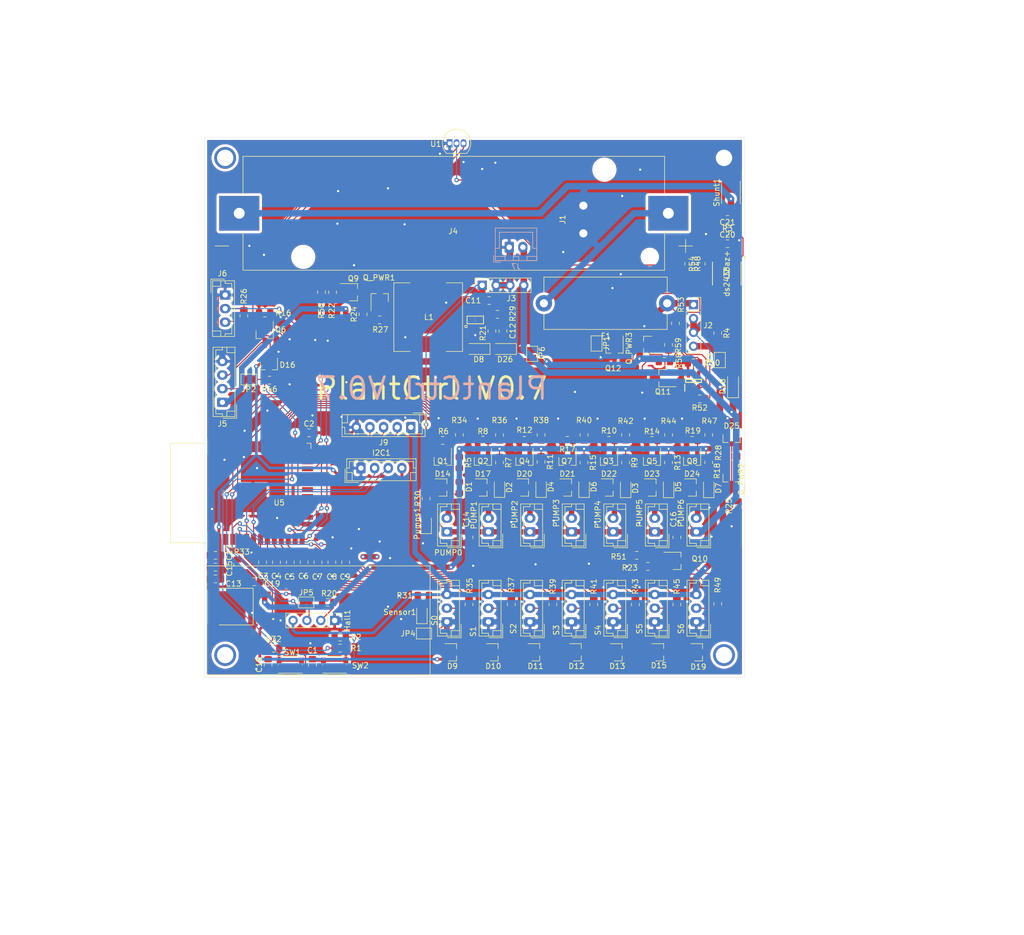
<source format=kicad_pcb>
(kicad_pcb (version 20171130) (host pcbnew "(5.1.5)-3")
  (layers (0 F.Cu signal) (31 B.Cu signal) (34 B.Paste user) (35 F.Paste user) (36 B.SilkS user) (37 F.SilkS user) (38 B.Mask user) (39 F.Mask user) (44 Edge.Cuts user))
  (net 0 "")
  (net 1 PLANT1_PUMP)
  (net 2 PLANT2_PUMP)
  (net 3 PLANT3_PUMP)
  (net 4 PLANT4_PUMP)
  (net 5 PLANT5_PUMP)
  (net 6 PLANT6_PUMP)
  (net 7 GND)
  (net 8 PLANT6_MOIST)
  (net 9 PLANT5_MOIST)
  (net 10 PLANT4_MOIST)
  (net 11 PLANT3_MOIST)
  (net 12 PLANT2_MOIST)
  (net 13 PLANT1_MOIST)
  (net 14 PLANT_CTRL_PUMP_0)
  (net 15 PUMP_PWR)
  (net 16 PWR_PUMP_CONVERTER)
  (net 17 "Net-(J5-Pad3)")
  (net 18 3_3V)
  (net 19 Temp)
  (net 20 PLANT0_PUMP)
  (net 21 CUSTOM_GPIO)
  (net 22 PWR_SENSORS)
  (net 23 PLANT0_MOIST)
  (net 24 "Net-(C1-Pad2)")
  (net 25 "Net-(R35-Pad1)")
  (net 26 PLANT_CTRL_PUMP_1)
  (net 27 "Net-(R37-Pad1)")
  (net 28 PLANT_CTRL_PUMP_2)
  (net 29 "Net-(R39-Pad1)")
  (net 30 PLANT_CTRL_PUMP_3)
  (net 31 "Net-(R41-Pad1)")
  (net 32 PLANT_CTRL_PUMP_4)
  (net 33 "Net-(R43-Pad1)")
  (net 34 PLANT_CTRL_PUMP_5)
  (net 35 "Net-(R45-Pad1)")
  (net 36 PLANT_CTRL_PUMP_6)
  (net 37 "Net-(R49-Pad1)")
  (net 38 PUMP_ENABLE)
  (net 39 SENSORS_ENABLE)
  (net 40 "Net-(C10-Pad2)")
  (net 41 VCC_BATT)
  (net 42 LIPO_OC)
  (net 43 "Net-(D8-Pad2)")
  (net 44 "Net-(Hall1-Pad3)")
  (net 45 "Net-(Hall1-Pad2)")
  (net 46 "Net-(IC1-Pad2)")
  (net 47 "Net-(JP4-Pad1)")
  (net 48 "Net-(JP5-Pad1)")
  (net 49 "Net-(R20-Pad2)")
  (net 50 "Net-(R21-Pad2)")
  (net 51 "Net-(D1-Pad2)")
  (net 52 "Net-(D2-Pad2)")
  (net 53 "Net-(D3-Pad2)")
  (net 54 "Net-(D4-Pad2)")
  (net 55 "Net-(D5-Pad2)")
  (net 56 "Net-(D6-Pad2)")
  (net 57 "Net-(D7-Pad2)")
  (net 58 "Net-(Pumps1-Pad2)")
  (net 59 "Net-(Q1-Pad1)")
  (net 60 "Net-(Q2-Pad1)")
  (net 61 "Net-(Q3-Pad1)")
  (net 62 "Net-(Q4-Pad1)")
  (net 63 "Net-(Q5-Pad1)")
  (net 64 "Net-(Q6-Pad1)")
  (net 65 "Net-(Q7-Pad1)")
  (net 66 "Net-(Q8-Pad1)")
  (net 67 "Net-(Q9-Pad3)")
  (net 68 "Net-(Q9-Pad1)")
  (net 69 "Net-(Q10-Pad3)")
  (net 70 "Net-(Q10-Pad1)")
  (net 71 "Net-(Q_PWR1-Pad1)")
  (net 72 "Net-(Q_PWR2-Pad1)")
  (net 73 "Net-(R31-Pad1)")
  (net 74 "Net-(J5-Pad2)")
  (net 75 "Net-(C12-Pad1)")
  (net 76 "Net-(C19-Pad2)")
  (net 77 VCC)
  (net 78 "Net-(C18-Pad2)")
  (net 79 enable_all)
  (net 80 "Net-(Q_PWR3-Pad1)")
  (net 81 SOLAR_IN)
  (net 82 "Net-(C2-Pad2)")
  (net 83 "Net-(C20-Pad1)")
  (net 84 "Net-(D18-Pad2)")
  (net 85 VCC_BAT_FUSED)
  (net 86 "Net-(I2C1-Pad3)")
  (net 87 "Net-(I2C1-Pad2)")
  (net 88 "Net-(IC1-Pad1)")
  (net 89 SOLAR_GND)
  (net 90 Rsense-)
  (net 91 "Net-(R4-Pad1)")
  (net 92 "Net-(J9-Pad3)")
  (net 93 "Net-(J9-Pad2)")
  (net 94 "Net-(J9-Pad4)")
  (net 95 "Net-(C21-Pad1)")
  (module Connector_Wire:SolderWirePad_1x02_P5.08mm_Drill1.5mm (layer F.Cu) (at 239.649 58.293 90)
    (fp_text reference J1 (at 2.54 -3.81 90) (layer F.SilkS))
    (fp_text value Conn_01x02_Female)
    (pad 2 thru_hole circle (at 5.08 0 90) (size 3.50012 3.50012) (drill 1.50114) (layers *.Cu *.Mask) (net 90 Rsense-))
    (pad 1 thru_hole rect (at 0 0 90) (size 3.50012 3.50012) (drill 1.50114) (layers *.Cu *.Mask) (net 41 VCC_BATT))
  )
  (module misc_footprints:ds2438az&plus_ (layer F.Cu) (at 265.938 65.659 270)
    (fp_text reference U2 (at 0 0 90) (layer F.SilkS))
    (fp_text value ds2438az+ (at 0 0 90) (layer F.SilkS))
    (fp_text user * (at -2.97815 -3.5814 90) (layer F.SilkS))
    (fp_text user * (at -2.97815 -3.5814 90) (layer F.SilkS))
    (pad 8 smd rect (at 2.72415 -1.905 270) (size 1.4605 0.5334) (layers F.Cu F.Paste F.Mask) (net 19 Temp))
    (pad 7 smd rect (at 2.72415 -0.635 270) (size 1.4605 0.5334) (layers F.Cu F.Paste F.Mask))
    (pad 6 smd rect (at 2.72415 0.635 270) (size 1.4605 0.5334) (layers F.Cu F.Paste F.Mask))
    (pad 5 smd rect (at 2.72415 1.905 270) (size 1.4605 0.5334) (layers F.Cu F.Paste F.Mask) (net 77 VCC))
    (pad 4 smd rect (at -2.72415 1.905 270) (size 1.4605 0.5334) (layers F.Cu F.Paste F.Mask) (net 95 "Net-(C21-Pad1)"))
    (pad 3 smd rect (at -2.72415 0.635 270) (size 1.4605 0.5334) (layers F.Cu F.Paste F.Mask) (net 83 "Net-(C20-Pad1)"))
    (pad 2 smd rect (at -2.72415 -0.635 270) (size 1.4605 0.5334) (layers F.Cu F.Paste F.Mask) (net 7 GND))
    (pad 1 smd rect (at -2.72415 -1.905 270) (size 1.4605 0.5334) (layers F.Cu F.Paste F.Mask) (net 90 Rsense-))
  )
  (module Connector_JST:JST_EH_B5B-EH-A_1x05_P2.50mm_Vertical (layer F.Cu) (at 208.026 93.853 180)
    (fp_text reference J9 (at 5 -2.8) (layer F.SilkS))
    (fp_text value Conn_01x05_Female)
    (pad 5 thru_hole oval (at 10 0 180) (size 1.7 1.95) (drill 0.95) (layers *.Cu *.Mask) (net 7 GND))
    (pad 4 thru_hole oval (at 7.5 0 180) (size 1.7 1.95) (drill 0.95) (layers *.Cu *.Mask) (net 94 "Net-(J9-Pad4)"))
    (pad 3 thru_hole oval (at 5 0 180) (size 1.7 1.95) (drill 0.95) (layers *.Cu *.Mask) (net 92 "Net-(J9-Pad3)"))
    (pad 2 thru_hole oval (at 2.5 0 180) (size 1.7 1.95) (drill 0.95) (layers *.Cu *.Mask) (net 93 "Net-(J9-Pad2)"))
    (pad 1 thru_hole roundrect (at 0 0 180) (size 1.7 1.95) (drill 0.95) (layers *.Cu *.Mask) (roundrect_rratio 0.147059) (net 22 PWR_SENSORS))
  )
  (module Jumper:SolderJumper-2_P1.3mm_Bridged_Pad1.0x1.5mm (layer F.Cu) (at 264.668 81.534 90)
    (fp_text reference JP3 (at 0 -1.8 90) (layer F.SilkS))
    (fp_text value NC)
    (fp_poly (pts (xy -0.25 -0.3) (xy 0.25 -0.3) (xy 0.25 0.3) (xy -0.25 0.3)) (layer F.Cu) (width 0))
    (pad 2 smd rect (at 0.65 0 90) (size 1 1.5) (layers F.Cu F.Mask) (net 81 SOLAR_IN))
    (pad 1 smd rect (at -0.65 0 90) (size 1 1.5) (layers F.Cu F.Mask) (net 84 "Net-(D18-Pad2)"))
  )
  (module Resistor_SMD:R_0805_2012Metric_Pad1.15x1.40mm_HandSolder (layer F.Cu) (at 261.239 63.89 90)
    (fp_text reference R54 (at 0 -1.65 90) (layer F.SilkS))
    (fp_text value 100k)
    (pad 2 smd roundrect (at 1.025 0 90) (size 1.15 1.4) (layers F.Cu F.Paste F.Mask) (roundrect_rratio 0.217391) (net 95 "Net-(C21-Pad1)"))
    (pad 1 smd roundrect (at -1.025 0 90) (size 1.15 1.4) (layers F.Cu F.Paste F.Mask) (roundrect_rratio 0.217391) (net 91 "Net-(R4-Pad1)"))
  )
  (module Capacitor_SMD:C_0805_2012Metric_Pad1.15x1.40mm_HandSolder (layer F.Cu) (at 266.065 57.912)
    (fp_text reference C21 (at 0 -1.65) (layer F.SilkS))
    (fp_text value 100n)
    (pad 2 smd roundrect (at 1.025 0) (size 1.15 1.4) (layers F.Cu F.Paste F.Mask) (roundrect_rratio 0.217391) (net 90 Rsense-))
    (pad 1 smd roundrect (at -1.025 0) (size 1.15 1.4) (layers F.Cu F.Paste F.Mask) (roundrect_rratio 0.217391) (net 95 "Net-(C21-Pad1)"))
  )
  (module Resistor_SMD:R_2512_6332Metric (layer F.Cu) (at 266.7 50.8 90)
    (fp_text reference Shunt1 (at 0 -2.62 90) (layer F.SilkS))
    (fp_text value 0.100)
    (pad 2 smd roundrect (at 2.9 0 90) (size 1.35 3.35) (layers F.Cu F.Paste F.Mask) (roundrect_rratio 0.185185) (net 7 GND))
    (pad 1 smd roundrect (at -2.9 0 90) (size 1.35 3.35) (layers F.Cu F.Paste F.Mask) (roundrect_rratio 0.185185) (net 90 Rsense-))
  )
  (module Resistor_SMD:R_0805_2012Metric_Pad1.15x1.40mm_HandSolder (layer F.Cu) (at 258.953 63.881 270)
    (fp_text reference R48 (at 0 -1.65 90) (layer F.SilkS))
    (fp_text value 10k)
    (pad 2 smd roundrect (at 1.025 0 270) (size 1.15 1.4) (layers F.Cu F.Paste F.Mask) (roundrect_rratio 0.217391) (net 91 "Net-(R4-Pad1)"))
    (pad 1 smd roundrect (at -1.025 0 270) (size 1.15 1.4) (layers F.Cu F.Paste F.Mask) (roundrect_rratio 0.217391) (net 7 GND))
  )
  (module Resistor_SMD:R_0805_2012Metric_Pad1.15x1.40mm_HandSolder (layer F.Cu) (at 264.287 76.581 270)
    (fp_text reference R4 (at 0 -1.65 90) (layer F.SilkS))
    (fp_text value 10k)
    (pad 2 smd roundrect (at 1.025 0 270) (size 1.15 1.4) (layers F.Cu F.Paste F.Mask) (roundrect_rratio 0.217391) (net 81 SOLAR_IN))
    (pad 1 smd roundrect (at -1.025 0 270) (size 1.15 1.4) (layers F.Cu F.Paste F.Mask) (roundrect_rratio 0.217391) (net 91 "Net-(R4-Pad1)"))
  )
  (module Resistor_SMD:R_0805_2012Metric_Pad1.15x1.40mm_HandSolder (layer F.Cu) (at 266.065 55.753 180)
    (fp_text reference R3 (at 0 -1.65) (layer F.SilkS))
    (fp_text value 100k)
    (pad 2 smd roundrect (at 1.025 0 180) (size 1.15 1.4) (layers F.Cu F.Paste F.Mask) (roundrect_rratio 0.217391) (net 83 "Net-(C20-Pad1)"))
    (pad 1 smd roundrect (at -1.025 0 180) (size 1.15 1.4) (layers F.Cu F.Paste F.Mask) (roundrect_rratio 0.217391) (net 90 Rsense-))
  )
  (module Connector_JST:JST_EH_B4B-EH-A_1x04_P2.50mm_Vertical (layer F.Cu) (at 198.882 101.346)
    (fp_text reference I2C1 (at 3.75 -2.8) (layer F.SilkS))
    (fp_text value Conn_01x04_Female)
    (pad 4 thru_hole oval (at 7.5 0) (size 1.7 1.95) (drill 0.95) (layers *.Cu *.Mask) (net 18 3_3V))
    (pad 3 thru_hole oval (at 5 0) (size 1.7 1.95) (drill 0.95) (layers *.Cu *.Mask) (net 86 "Net-(I2C1-Pad3)"))
    (pad 2 thru_hole oval (at 2.5 0) (size 1.7 1.95) (drill 0.95) (layers *.Cu *.Mask) (net 87 "Net-(I2C1-Pad2)"))
    (pad 1 thru_hole roundrect (at 0 0) (size 1.7 1.95) (drill 0.95) (layers *.Cu *.Mask) (roundrect_rratio 0.147059) (net 7 GND))
  )
  (module Diode_SMD:D_SOD-123F (layer F.Cu) (at 267.081 86.233 90)
    (fp_text reference D18 (at -0.127 -1.905 90) (layer F.SilkS))
    (fp_text value "40V >2A")
    (pad 2 smd rect (at 1.4 0 90) (size 1.1 1.1) (layers F.Cu F.Paste F.Mask) (net 84 "Net-(D18-Pad2)"))
    (pad 1 smd rect (at -1.4 0 90) (size 1.1 1.1) (layers F.Cu F.Paste F.Mask) (net 15 PUMP_PWR))
  )
  (module Capacitor_SMD:C_0805_2012Metric_Pad1.15x1.40mm_HandSolder (layer F.Cu) (at 266.065 60.198)
    (fp_text reference C20 (at 0 -1.65) (layer F.SilkS))
    (fp_text value 100n)
    (pad 2 smd roundrect (at 1.025 0) (size 1.15 1.4) (layers F.Cu F.Paste F.Mask) (roundrect_rratio 0.217391) (net 7 GND))
    (pad 1 smd roundrect (at -1.025 0) (size 1.15 1.4) (layers F.Cu F.Paste F.Mask) (roundrect_rratio 0.217391) (net 83 "Net-(C20-Pad1)"))
  )
  (module Jumper:SolderJumper-2_P1.3mm_Bridged_Pad1.0x1.5mm (layer F.Cu) (at 188.849 125.984)
    (fp_text reference JP5 (at 0 -1.8) (layer F.SilkS))
    (fp_text value NC)
    (fp_poly (pts (xy -0.25 -0.3) (xy 0.25 -0.3) (xy 0.25 0.3) (xy -0.25 0.3)) (layer F.Cu) (width 0))
    (pad 2 smd rect (at 0.65 0) (size 1 1.5) (layers F.Cu F.Mask) (net 44 "Net-(Hall1-Pad3)"))
    (pad 1 smd rect (at -0.65 0) (size 1 1.5) (layers F.Cu F.Mask) (net 48 "Net-(JP5-Pad1)"))
  )
  (module Package_TO_SOT_SMD:SOT-23_Handsoldering (layer F.Cu) (at 266.827 103.124 270)
    (fp_text reference Q_PWR2 (at 0.254 -1.778 90) (layer F.SilkS))
    (fp_text value "P-channel 50v 4A")
    (pad 3 smd rect (at 1.5 0 270) (size 1.9 0.8) (layers F.Cu F.Paste F.Mask) (net 22 PWR_SENSORS))
    (pad 2 smd rect (at -1.5 0.95 270) (size 1.9 0.8) (layers F.Cu F.Paste F.Mask) (net 77 VCC))
    (pad 1 smd rect (at -1.5 -0.95 270) (size 1.9 0.8) (layers F.Cu F.Paste F.Mask) (net 72 "Net-(Q_PWR2-Pad1)"))
  )
  (module misc_footprints:SOT-23-6 (layer F.Cu) (at 219.837 74.168 90)
    (fp_text reference U4 (at 0.076237 -0.079439 270) (layer F.SilkS) (effects (font (size 0.600291 0.600291) (thickness 0.015))))
    (fp_text value SX1308)
    (pad 5 smd rect (at 1.35 0 90) (size 1 0.55) (layers F.Cu F.Paste F.Mask) (net 16 PWR_PUMP_CONVERTER))
    (pad 6 smd rect (at 1.35 -0.95 90) (size 1 0.55) (layers F.Cu F.Paste F.Mask))
    (pad 4 smd rect (at 1.35 0.95 90) (size 1 0.55) (layers F.Cu F.Paste F.Mask) (net 16 PWR_PUMP_CONVERTER))
    (pad 3 smd rect (at -1.35 0.95 90) (size 1 0.55) (layers F.Cu F.Paste F.Mask) (net 50 "Net-(R21-Pad2)"))
    (pad 1 smd rect (at -1.35 -0.95 90) (size 1 0.55) (layers F.Cu F.Paste F.Mask) (net 43 "Net-(D8-Pad2)"))
    (pad 2 smd rect (at -1.35 0 90) (size 1 0.55) (layers F.Cu F.Paste F.Mask) (net 7 GND))
  )
  (module ESP32:DPAK457P991X255-3N (layer F.Cu) (at 176.784 126.746 180)
    (fp_text reference U3 (at -2.825 -4.635) (layer F.SilkS) (effects (font (thickness 0.015))))
    (fp_text value LP38690DT-3.3)
    (pad 4 smd rect (at 2.32 0 180) (size 6.49 5.63) (layers F.Cu F.Mask) (net 7 GND))
    (pad 3 smd rect (at -4.45 2.285 180) (size 2.22 0.96) (layers F.Cu F.Paste F.Mask) (net 77 VCC))
    (pad 1 smd rect (at -4.45 -2.285 180) (size 2.22 0.96) (layers F.Cu F.Paste F.Mask) (net 18 3_3V))
  )
  (module Resistor_SMD:R_0805_2012Metric_Pad1.15x1.40mm_HandSolder (layer F.Cu) (at 256.54 74.803 270)
    (fp_text reference R53 (at -3.429 -1.016 90) (layer F.SilkS))
    (fp_text value 100)
    (pad 2 smd roundrect (at 1.025 0 270) (size 1.15 1.4) (layers F.Cu F.Paste F.Mask) (roundrect_rratio 0.217391) (net 40 "Net-(C10-Pad2)"))
    (pad 1 smd roundrect (at -1.025 0 270) (size 1.15 1.4) (layers F.Cu F.Paste F.Mask) (roundrect_rratio 0.217391) (net 85 VCC_BAT_FUSED))
  )
  (module Resistor_SMD:R_0805_2012Metric_Pad1.15x1.40mm_HandSolder (layer F.Cu) (at 260.985 88.646 180)
    (fp_text reference R52 (at 0 -1.65) (layer F.SilkS))
    (fp_text value 1k)
    (pad 2 smd roundrect (at 1.025 0 180) (size 1.15 1.4) (layers F.Cu F.Paste F.Mask) (roundrect_rratio 0.217391) (net 46 "Net-(IC1-Pad2)"))
    (pad 1 smd roundrect (at -1.025 0 180) (size 1.15 1.4) (layers F.Cu F.Paste F.Mask) (roundrect_rratio 0.217391) (net 89 SOLAR_GND))
  )
  (module Resistor_SMD:R_0805_2012Metric_Pad1.15x1.40mm_HandSolder (layer F.Cu) (at 249.428 117.348 180)
    (fp_text reference R51 (at 3.302 -0.254) (layer F.SilkS))
    (fp_text value 1k)
    (pad 2 smd roundrect (at 1.025 0 180) (size 1.15 1.4) (layers F.Cu F.Paste F.Mask) (roundrect_rratio 0.217391) (net 39 SENSORS_ENABLE))
    (pad 1 smd roundrect (at -1.025 0 180) (size 1.15 1.4) (layers F.Cu F.Paste F.Mask) (roundrect_rratio 0.217391) (net 70 "Net-(Q10-Pad1)"))
  )
  (module Resistor_SMD:R_0805_2012Metric_Pad1.15x1.40mm_HandSolder (layer F.Cu) (at 191.643 69.088 270)
    (fp_text reference R50 (at 3.429 0 90) (layer F.SilkS))
    (fp_text value 1k)
    (pad 2 smd roundrect (at 1.025 0 270) (size 1.15 1.4) (layers F.Cu F.Paste F.Mask) (roundrect_rratio 0.217391) (net 38 PUMP_ENABLE))
    (pad 1 smd roundrect (at -1.025 0 270) (size 1.15 1.4) (layers F.Cu F.Paste F.Mask) (roundrect_rratio 0.217391) (net 68 "Net-(Q9-Pad1)"))
  )
  (module Resistor_SMD:R_0805_2012Metric_Pad1.15x1.40mm_HandSolder (layer F.Cu) (at 182.118 85.217 180)
    (fp_text reference R46 (at 0 -1.65) (layer F.SilkS))
    (fp_text value 1k)
    (pad 2 smd roundrect (at 1.025 0 180) (size 1.15 1.4) (layers F.Cu F.Paste F.Mask) (roundrect_rratio 0.217391) (net 21 CUSTOM_GPIO))
    (pad 1 smd roundrect (at -1.025 0 180) (size 1.15 1.4) (layers F.Cu F.Paste F.Mask) (roundrect_rratio 0.217391) (net 64 "Net-(Q6-Pad1)"))
  )
  (module Resistor_SMD:R_0805_2012Metric_Pad1.15x1.40mm_HandSolder (layer F.Cu) (at 223.901 73.152)
    (fp_text reference R29 (at 2.794 -0.127 90) (layer F.SilkS))
    (fp_text value 1k)
    (pad 2 smd roundrect (at 1.025 0) (size 1.15 1.4) (layers F.Cu F.Paste F.Mask) (roundrect_rratio 0.217391) (net 7 GND))
    (pad 1 smd roundrect (at -1.025 0) (size 1.15 1.4) (layers F.Cu F.Paste F.Mask) (roundrect_rratio 0.217391) (net 50 "Net-(R21-Pad2)"))
  )
  (module Resistor_SMD:R_0805_2012Metric_Pad1.15x1.40mm_HandSolder (layer F.Cu) (at 266.827 99.187 180)
    (fp_text reference R28 (at 2.413 0.635 90) (layer F.SilkS))
    (fp_text value 10k)
    (pad 2 smd roundrect (at 1.025 0 180) (size 1.15 1.4) (layers F.Cu F.Paste F.Mask) (roundrect_rratio 0.217391) (net 77 VCC))
    (pad 1 smd roundrect (at -1.025 0 180) (size 1.15 1.4) (layers F.Cu F.Paste F.Mask) (roundrect_rratio 0.217391) (net 72 "Net-(Q_PWR2-Pad1)"))
  )
  (module Resistor_SMD:R_0805_2012Metric_Pad1.15x1.40mm_HandSolder (layer F.Cu) (at 202.311 74.168)
    (fp_text reference R27 (at 0.127 1.778) (layer F.SilkS))
    (fp_text value 10k)
    (pad 2 smd roundrect (at 1.025 0) (size 1.15 1.4) (layers F.Cu F.Paste F.Mask) (roundrect_rratio 0.217391) (net 77 VCC))
    (pad 1 smd roundrect (at -1.025 0) (size 1.15 1.4) (layers F.Cu F.Paste F.Mask) (roundrect_rratio 0.217391) (net 71 "Net-(Q_PWR1-Pad1)"))
  )
  (module Resistor_SMD:R_0805_2012Metric_Pad1.15x1.40mm_HandSolder (layer F.Cu) (at 177.419 73.406 270)
    (fp_text reference R26 (at -3.556 0 90) (layer F.SilkS))
    (fp_text value 4k7)
    (pad 2 smd roundrect (at 1.025 0 270) (size 1.15 1.4) (layers F.Cu F.Paste F.Mask) (roundrect_rratio 0.217391) (net 18 3_3V))
    (pad 1 smd roundrect (at -1.025 0 270) (size 1.15 1.4) (layers F.Cu F.Paste F.Mask) (roundrect_rratio 0.217391) (net 19 Temp))
  )
  (module Resistor_SMD:R_0805_2012Metric_Pad1.15x1.40mm_HandSolder (layer F.Cu) (at 267.97 108.458 270)
    (fp_text reference R25 (at -0.127 1.651 90) (layer F.SilkS))
    (fp_text value 10k)
    (pad 2 smd roundrect (at 1.025 0 270) (size 1.15 1.4) (layers F.Cu F.Paste F.Mask) (roundrect_rratio 0.217391) (net 69 "Net-(Q10-Pad3)"))
    (pad 1 smd roundrect (at -1.025 0 270) (size 1.15 1.4) (layers F.Cu F.Paste F.Mask) (roundrect_rratio 0.217391) (net 72 "Net-(Q_PWR2-Pad1)"))
  )
  (module Resistor_SMD:R_0805_2012Metric_Pad1.15x1.40mm_HandSolder (layer F.Cu) (at 199.263 73.143 90)
    (fp_text reference R24 (at 0 -1.65 90) (layer F.SilkS))
    (fp_text value 10k)
    (pad 2 smd roundrect (at 1.025 0 90) (size 1.15 1.4) (layers F.Cu F.Paste F.Mask) (roundrect_rratio 0.217391) (net 67 "Net-(Q9-Pad3)"))
    (pad 1 smd roundrect (at -1.025 0 90) (size 1.15 1.4) (layers F.Cu F.Paste F.Mask) (roundrect_rratio 0.217391) (net 71 "Net-(Q_PWR1-Pad1)"))
  )
  (module Resistor_SMD:R_0805_2012Metric_Pad1.15x1.40mm_HandSolder (layer F.Cu) (at 251.46 119.38)
    (fp_text reference R23 (at -3.302 0.254) (layer F.SilkS))
    (fp_text value 10k)
    (pad 2 smd roundrect (at 1.025 0) (size 1.15 1.4) (layers F.Cu F.Paste F.Mask) (roundrect_rratio 0.217391) (net 7 GND))
    (pad 1 smd roundrect (at -1.025 0) (size 1.15 1.4) (layers F.Cu F.Paste F.Mask) (roundrect_rratio 0.217391) (net 70 "Net-(Q10-Pad1)"))
  )
  (module Resistor_SMD:R_0805_2012Metric_Pad1.15x1.40mm_HandSolder (layer F.Cu) (at 193.675 69.088 270)
    (fp_text reference R22 (at 3.429 0.127 90) (layer F.SilkS))
    (fp_text value 10k)
    (pad 2 smd roundrect (at 1.025 0 270) (size 1.15 1.4) (layers F.Cu F.Paste F.Mask) (roundrect_rratio 0.217391) (net 7 GND))
    (pad 1 smd roundrect (at -1.025 0 270) (size 1.15 1.4) (layers F.Cu F.Paste F.Mask) (roundrect_rratio 0.217391) (net 68 "Net-(Q9-Pad1)"))
  )
  (module Resistor_SMD:R_0805_2012Metric_Pad1.15x1.40mm_HandSolder (layer F.Cu) (at 222.885 76.2 90)
    (fp_text reference R21 (at -0.381 -1.65 90) (layer F.SilkS))
    (fp_text value 19k-19.5K)
    (pad 2 smd roundrect (at 1.025 0 90) (size 1.15 1.4) (layers F.Cu F.Paste F.Mask) (roundrect_rratio 0.217391) (net 50 "Net-(R21-Pad2)"))
    (pad 1 smd roundrect (at -1.025 0 90) (size 1.15 1.4) (layers F.Cu F.Paste F.Mask) (roundrect_rratio 0.217391) (net 75 "Net-(C12-Pad1)"))
  )
  (module Resistor_SMD:R_0805_2012Metric_Pad1.15x1.40mm_HandSolder (layer F.Cu) (at 192.786 125.984 180)
    (fp_text reference R20 (at -0.254 1.651) (layer F.SilkS))
    (fp_text value 10k)
    (pad 2 smd roundrect (at 1.025 0 180) (size 1.15 1.4) (layers F.Cu F.Paste F.Mask) (roundrect_rratio 0.217391) (net 49 "Net-(R20-Pad2)"))
    (pad 1 smd roundrect (at -1.025 0 180) (size 1.15 1.4) (layers F.Cu F.Paste F.Mask) (roundrect_rratio 0.217391) (net 45 "Net-(Hall1-Pad2)"))
  )
  (module Resistor_SMD:R_0805_2012Metric_Pad1.15x1.40mm_HandSolder (layer F.Cu) (at 181.229 72.898 180)
    (fp_text reference R16 (at -3.429 0) (layer F.SilkS))
    (fp_text value 10k)
    (pad 2 smd roundrect (at 1.025 0 180) (size 1.15 1.4) (layers F.Cu F.Paste F.Mask) (roundrect_rratio 0.217391) (net 7 GND))
    (pad 1 smd roundrect (at -1.025 0 180) (size 1.15 1.4) (layers F.Cu F.Paste F.Mask) (roundrect_rratio 0.217391) (net 64 "Net-(Q6-Pad1)"))
  )
  (module Package_TO_SOT_SMD:SOT-23_Handsoldering (layer F.Cu) (at 202.311 70.104 90)
    (fp_text reference Q_PWR1 (at 3.683 -0.127 180) (layer F.SilkS))
    (fp_text value "P-channel 50v 4A")
    (pad 3 smd rect (at 1.5 0 90) (size 1.9 0.8) (layers F.Cu F.Paste F.Mask) (net 16 PWR_PUMP_CONVERTER))
    (pad 2 smd rect (at -1.5 0.95 90) (size 1.9 0.8) (layers F.Cu F.Paste F.Mask) (net 77 VCC))
    (pad 1 smd rect (at -1.5 -0.95 90) (size 1.9 0.8) (layers F.Cu F.Paste F.Mask) (net 71 "Net-(Q_PWR1-Pad1)"))
  )
  (module Package_TO_SOT_SMD:SOT-23_Handsoldering (layer F.Cu) (at 245.364 79.502 270)
    (fp_text reference Q12 (at 3.556 0.254 180) (layer F.SilkS))
    (fp_text value "N-channel 30V 5A")
    (pad 3 smd rect (at 1.5 0 270) (size 1.9 0.8) (layers F.Cu F.Paste F.Mask) (net 7 GND))
    (pad 2 smd rect (at -1.5 0.95 270) (size 1.9 0.8) (layers F.Cu F.Paste F.Mask) (net 89 SOLAR_GND))
    (pad 1 smd rect (at -1.5 -0.95 270) (size 1.9 0.8) (layers F.Cu F.Paste F.Mask) (net 42 LIPO_OC))
  )
  (module Package_TO_SOT_SMD:SOT-23_Handsoldering (layer F.Cu) (at 254.254 84.836 180)
    (fp_text reference Q11 (at 0 -2.5) (layer F.SilkS))
    (fp_text value "N-channel 30V 5A")
    (pad 3 smd rect (at 1.5 0 180) (size 1.9 0.8) (layers F.Cu F.Paste F.Mask) (net 79 enable_all))
    (pad 2 smd rect (at -1.5 0.95 180) (size 1.9 0.8) (layers F.Cu F.Paste F.Mask) (net 7 GND))
    (pad 1 smd rect (at -1.5 -0.95 180) (size 1.9 0.8) (layers F.Cu F.Paste F.Mask) (net 88 "Net-(IC1-Pad1)"))
  )
  (module Package_TO_SOT_SMD:SOT-23_Handsoldering (layer F.Cu) (at 256.794 118.364)
    (fp_text reference Q10 (at 4.191 -0.381) (layer F.SilkS))
    (fp_text value "N-channel 30V 5A")
    (pad 3 smd rect (at 1.5 0) (size 1.9 0.8) (layers F.Cu F.Paste F.Mask) (net 69 "Net-(Q10-Pad3)"))
    (pad 2 smd rect (at -1.5 0.95) (size 1.9 0.8) (layers F.Cu F.Paste F.Mask) (net 7 GND))
    (pad 1 smd rect (at -1.5 -0.95) (size 1.9 0.8) (layers F.Cu F.Paste F.Mask) (net 70 "Net-(Q10-Pad1)"))
  )
  (module Package_TO_SOT_SMD:SOT-23_Handsoldering (layer F.Cu) (at 197.485 69.088)
    (fp_text reference Q9 (at 0 -2.5) (layer F.SilkS))
    (fp_text value "N-channel 30V 5A")
    (pad 3 smd rect (at 1.5 0) (size 1.9 0.8) (layers F.Cu F.Paste F.Mask) (net 67 "Net-(Q9-Pad3)"))
    (pad 2 smd rect (at -1.5 0.95) (size 1.9 0.8) (layers F.Cu F.Paste F.Mask) (net 7 GND))
    (pad 1 smd rect (at -1.5 -0.95) (size 1.9 0.8) (layers F.Cu F.Paste F.Mask) (net 68 "Net-(Q9-Pad1)"))
  )
  (module Package_TO_SOT_SMD:SOT-23_Handsoldering (layer F.Cu) (at 181.229 76.835 270)
    (fp_text reference Q6 (at -0.889 -2.921 180) (layer F.SilkS))
    (fp_text value "N-channel 30V 5A")
    (pad 3 smd rect (at 1.5 0 270) (size 1.9 0.8) (layers F.Cu F.Paste F.Mask) (net 17 "Net-(J5-Pad3)"))
    (pad 2 smd rect (at -1.5 0.95 270) (size 1.9 0.8) (layers F.Cu F.Paste F.Mask) (net 7 GND))
    (pad 1 smd rect (at -1.5 -0.95 270) (size 1.9 0.8) (layers F.Cu F.Paste F.Mask) (net 64 "Net-(Q6-Pad1)"))
  )
  (module Inductor_SMD:L_12x12mm_H4.5mm (layer F.Cu) (at 211.201 73.66 270)
    (fp_text reference L1 (at 0 -0.127 180) (layer F.SilkS))
    (fp_text value "4A 5-22uH min DCR")
    (pad 2 smd rect (at 4.95 0 270) (size 2.9 5.4) (layers F.Cu F.Paste F.Mask) (net 43 "Net-(D8-Pad2)"))
    (pad 1 smd rect (at -4.95 0 270) (size 2.9 5.4) (layers F.Cu F.Paste F.Mask) (net 16 PWR_PUMP_CONVERTER))
  )
  (module Jumper:SolderJumper-2_P1.3mm_Open_Pad1.0x1.5mm (layer F.Cu) (at 230.251 80.391 270)
    (fp_text reference JP6 (at 0 -1.8 90) (layer F.SilkS))
    (fp_text value SolderJumper_2_Open)
    (pad 1 smd rect (at -0.65 0 270) (size 1 1.5) (layers F.Cu F.Mask) (net 15 PUMP_PWR))
    (pad 2 smd rect (at 0.65 0 270) (size 1 1.5) (layers F.Cu F.Mask) (net 77 VCC))
  )
  (module Jumper:SolderJumper-2_P1.3mm_Open_Pad1.0x1.5mm (layer F.Cu) (at 178.308 85.09 180)
    (fp_text reference JP2 (at 0 -1.8) (layer F.SilkS))
    (fp_text value SolderJumper_2_Open)
    (pad 1 smd rect (at -0.65 0 180) (size 1 1.5) (layers F.Cu F.Mask) (net 21 CUSTOM_GPIO))
    (pad 2 smd rect (at 0.65 0 180) (size 1 1.5) (layers F.Cu F.Mask) (net 74 "Net-(J5-Pad2)"))
  )
  (module Jumper:SolderJumper-2_P1.3mm_Open_Pad1.0x1.5mm (layer F.Cu) (at 242.062 78.486 270)
    (fp_text reference JP1 (at 0 -1.8 90) (layer F.SilkS))
    (fp_text value SolderJumper_2_Open)
    (pad 1 smd rect (at -0.65 0 270) (size 1 1.5) (layers F.Cu F.Mask) (net 89 SOLAR_GND))
    (pad 2 smd rect (at 0.65 0 270) (size 1 1.5) (layers F.Cu F.Mask) (net 7 GND))
  )
  (module Connector_JST:JST_XH_B2B-XH-A_1x02_P2.50mm_Vertical (layer B.Cu) (at 226.06 60.833)
    (fp_text reference J7 (at 1.25 3.55) (layer B.SilkS) (effects (justify mirror)))
    (fp_text value Conn_01x02)
    (pad 2 thru_hole oval (at 2.5 0) (size 1.7 2) (drill 1) (layers *.Cu *.Mask) (net 15 PUMP_PWR))
    (pad 1 thru_hole roundrect (at 0 0) (size 1.7 2) (drill 1) (layers *.Cu *.Mask) (roundrect_rratio 0.147059) (net 7 GND))
  )
  (module Connector_JST:JST_EH_B3B-EH-A_1x03_P2.50mm_Vertical (layer F.Cu) (at 173.99 69.596 270)
    (fp_text reference J6 (at -3.937 0.508 180) (layer F.SilkS))
    (fp_text value Conn_01x03)
    (pad 3 thru_hole oval (at 5 0 270) (size 1.7 1.95) (drill 0.95) (layers *.Cu *.Mask) (net 18 3_3V))
    (pad 2 thru_hole oval (at 2.5 0 270) (size 1.7 1.95) (drill 0.95) (layers *.Cu *.Mask) (net 19 Temp))
    (pad 1 thru_hole roundrect (at 0 0 270) (size 1.7 1.95) (drill 0.95) (layers *.Cu *.Mask) (roundrect_rratio 0.147059) (net 7 GND))
  )
  (module Connector_JST:JST_EH_B4B-EH-A_1x04_P2.50mm_Vertical (layer F.Cu) (at 173.482 89.281 90)
    (fp_text reference J5 (at -3.937 0 180) (layer F.SilkS))
    (fp_text value Conn_01x04)
    (pad 4 thru_hole oval (at 7.5 0 90) (size 1.7 1.95) (drill 0.95) (layers *.Cu *.Mask) (net 7 GND))
    (pad 3 thru_hole oval (at 5 0 90) (size 1.7 1.95) (drill 0.95) (layers *.Cu *.Mask) (net 17 "Net-(J5-Pad3)"))
    (pad 2 thru_hole oval (at 2.5 0 90) (size 1.7 1.95) (drill 0.95) (layers *.Cu *.Mask) (net 74 "Net-(J5-Pad2)"))
    (pad 1 thru_hole roundrect (at 0 0 90) (size 1.7 1.95) (drill 0.95) (layers *.Cu *.Mask) (roundrect_rratio 0.147059) (net 77 VCC))
  )
  (module Connector_PinSocket_2.54mm:PinSocket_1x04_P2.54mm_Vertical (layer F.Cu) (at 221.107 67.818 90)
    (fp_text reference J3 (at -2.413 5.334 180) (layer F.SilkS))
    (fp_text value Conn_01x04)
    (pad 4 thru_hole oval (at 0 7.62 90) (size 1.7 1.7) (drill 1) (layers *.Cu *.Mask) (net 15 PUMP_PWR))
    (pad 3 thru_hole oval (at 0 5.08 90) (size 1.7 1.7) (drill 1) (layers *.Cu *.Mask) (net 7 GND))
    (pad 2 thru_hole oval (at 0 2.54 90) (size 1.7 1.7) (drill 1) (layers *.Cu *.Mask) (net 7 GND))
    (pad 1 thru_hole rect (at 0 0 90) (size 1.7 1.7) (drill 1) (layers *.Cu *.Mask) (net 16 PWR_PUMP_CONVERTER))
  )
  (module misc_footprints:SOT95P280X135-6N (layer F.Cu) (at 259.842 85.344 90)
    (fp_text reference IC1 (at 0 0 90) (layer F.SilkS) (effects (font (thickness 0.015))))
    (fp_text value DW01)
    (pad 6 smd rect (at 1.25 -0.95 90) (size 1.25 0.6) (layers F.Cu F.Paste F.Mask) (net 7 GND))
    (pad 5 smd rect (at 1.25 0 90) (size 1.25 0.6) (layers F.Cu F.Paste F.Mask) (net 40 "Net-(C10-Pad2)"))
    (pad 4 smd rect (at 1.25 0.95 90) (size 1.25 0.6) (layers F.Cu F.Paste F.Mask))
    (pad 3 smd rect (at -1.25 0.95 90) (size 1.25 0.6) (layers F.Cu F.Paste F.Mask) (net 42 LIPO_OC))
    (pad 2 smd rect (at -1.25 0 90) (size 1.25 0.6) (layers F.Cu F.Paste F.Mask) (net 46 "Net-(IC1-Pad2)"))
    (pad 1 smd rect (at -1.25 -0.95 90) (size 1.25 0.6) (layers F.Cu F.Paste F.Mask) (net 88 "Net-(IC1-Pad1)"))
  )
  (module ESP32:SR04M-2PinHeader_1x04_P2.54mm_Vertical (layer F.Cu) (at 194.056 129.286 270)
    (fp_text reference Hall1 (at 0 -2.33 90) (layer F.SilkS))
    (fp_text value Conn_01x04)
    (pad 4 thru_hole oval (at 0 7.62 270) (size 1.7 1.7) (drill 1) (layers *.Cu *.Mask) (net 22 PWR_SENSORS))
    (pad 3 thru_hole oval (at 0 5.08 270) (size 1.7 1.7) (drill 1) (layers *.Cu *.Mask) (net 44 "Net-(Hall1-Pad3)"))
    (pad 2 thru_hole oval (at 0 2.54 270) (size 1.7 1.7) (drill 1) (layers *.Cu *.Mask) (net 45 "Net-(Hall1-Pad2)"))
    (pad 1 thru_hole rect (at 0 0 270) (size 1.7 1.7) (drill 1) (layers *.Cu *.Mask) (net 7 GND))
  )
  (module Diode_SMD:D_SOD-123F (layer F.Cu) (at 225.171 79.502 180)
    (fp_text reference D26 (at -0.127 -1.905) (layer F.SilkS))
    (fp_text value "40V >2A")
    (pad 2 smd rect (at 1.4 0 180) (size 1.1 1.1) (layers F.Cu F.Paste F.Mask) (net 75 "Net-(C12-Pad1)"))
    (pad 1 smd rect (at -1.4 0 180) (size 1.1 1.1) (layers F.Cu F.Paste F.Mask) (net 15 PUMP_PWR))
  )
  (module Package_TO_SOT_SMD:SOT-23 (layer F.Cu) (at 266.827 95.885 270)
    (fp_text reference D25 (at -2.286 0 180) (layer F.SilkS))
    (fp_text value BAS40-04)
    (pad 3 smd rect (at 1 0 270) (size 0.9 0.8) (layers F.Cu F.Paste F.Mask) (net 22 PWR_SENSORS))
    (pad 2 smd rect (at -1 0.95 270) (size 0.9 0.8) (layers F.Cu F.Paste F.Mask) (net 77 VCC))
    (pad 1 smd rect (at -1 -0.95 270) (size 0.9 0.8) (layers F.Cu F.Paste F.Mask) (net 7 GND))
  )
  (module Package_TO_SOT_SMD:SOT-23 (layer F.Cu) (at 181.991 82.55 270)
    (fp_text reference D16 (at -0.127 -3.429 180) (layer F.SilkS))
    (fp_text value BAS40-04)
    (pad 3 smd rect (at 1 0 270) (size 0.9 0.8) (layers F.Cu F.Paste F.Mask) (net 21 CUSTOM_GPIO))
    (pad 2 smd rect (at -1 0.95 270) (size 0.9 0.8) (layers F.Cu F.Paste F.Mask) (net 18 3_3V))
    (pad 1 smd rect (at -1 -0.95 270) (size 0.9 0.8) (layers F.Cu F.Paste F.Mask) (net 7 GND))
  )
  (module Diode_SMD:D_SOD-123F (layer F.Cu) (at 220.345 79.502 180)
    (fp_text reference D8 (at -0.127 -1.905) (layer F.SilkS))
    (fp_text value "40V >2A")
    (pad 2 smd rect (at 1.4 0 180) (size 1.1 1.1) (layers F.Cu F.Paste F.Mask) (net 43 "Net-(D8-Pad2)"))
    (pad 1 smd rect (at -1.4 0 180) (size 1.1 1.1) (layers F.Cu F.Paste F.Mask) (net 75 "Net-(C12-Pad1)"))
  )
  (module Capacitor_SMD:C_0805_2012Metric_Pad1.15x1.40mm_HandSolder (layer F.Cu) (at 172.212 121.666 180)
    (fp_text reference C13 (at -3.302 -0.889 180) (layer F.SilkS))
    (fp_text value 22uf)
    (pad 2 smd roundrect (at 1.025 0 180) (size 1.15 1.4) (layers F.Cu F.Paste F.Mask) (roundrect_rratio 0.217391) (net 7 GND))
    (pad 1 smd roundrect (at -1.025 0 180) (size 1.15 1.4) (layers F.Cu F.Paste F.Mask) (roundrect_rratio 0.217391) (net 18 3_3V))
  )
  (module Capacitor_SMD:C_0805_2012Metric_Pad1.15x1.40mm_HandSolder (layer F.Cu) (at 224.917 76.2 90)
    (fp_text reference C12 (at 0 1.778 90) (layer F.SilkS))
    (fp_text value 22uf)
    (pad 2 smd roundrect (at 1.025 0 90) (size 1.15 1.4) (layers F.Cu F.Paste F.Mask) (roundrect_rratio 0.217391) (net 7 GND))
    (pad 1 smd roundrect (at -1.025 0 90) (size 1.15 1.4) (layers F.Cu F.Paste F.Mask) (roundrect_rratio 0.217391) (net 75 "Net-(C12-Pad1)"))
  )
  (module Capacitor_SMD:C_0805_2012Metric_Pad1.15x1.40mm_HandSolder (layer F.Cu) (at 222.377 70.612)
    (fp_text reference C11 (at -2.921 0) (layer F.SilkS))
    (fp_text value 22uf)
    (pad 2 smd roundrect (at 1.025 0) (size 1.15 1.4) (layers F.Cu F.Paste F.Mask) (roundrect_rratio 0.217391) (net 7 GND))
    (pad 1 smd roundrect (at -1.025 0) (size 1.15 1.4) (layers F.Cu F.Paste F.Mask) (roundrect_rratio 0.217391) (net 16 PWR_PUMP_CONVERTER))
  )
  (module Capacitor_SMD:C_0805_2012Metric_Pad1.15x1.40mm_HandSolder (layer F.Cu) (at 259.842 82.042)
    (fp_text reference C10 (at 3.429 0) (layer F.SilkS))
    (fp_text value 100n)
    (pad 2 smd roundrect (at 1.025 0) (size 1.15 1.4) (layers F.Cu F.Paste F.Mask) (roundrect_rratio 0.217391) (net 40 "Net-(C10-Pad2)"))
    (pad 1 smd roundrect (at -1.025 0) (size 1.15 1.4) (layers F.Cu F.Paste F.Mask) (roundrect_rratio 0.217391) (net 7 GND))
  )
  (module Capacitor_SMD:C_0805_2012Metric_Pad1.15x1.40mm_HandSolder (layer F.Cu) (at 196.088 118.618 90)
    (fp_text reference C9 (at -2.667 -0.127 180) (layer F.SilkS))
    (fp_text value 100n)
    (pad 2 smd roundrect (at 1.025 0 90) (size 1.15 1.4) (layers F.Cu F.Paste F.Mask) (roundrect_rratio 0.217391) (net 8 PLANT6_MOIST))
    (pad 1 smd roundrect (at -1.025 0 90) (size 1.15 1.4) (layers F.Cu F.Paste F.Mask) (roundrect_rratio 0.217391) (net 7 GND))
  )
  (module Capacitor_SMD:C_0805_2012Metric_Pad1.15x1.40mm_HandSolder (layer F.Cu) (at 193.548 118.618 90)
    (fp_text reference C8 (at -2.667 0 180) (layer F.SilkS))
    (fp_text value 100n)
    (pad 2 smd roundrect (at 1.025 0 90) (size 1.15 1.4) (layers F.Cu F.Paste F.Mask) (roundrect_rratio 0.217391) (net 9 PLANT5_MOIST))
    (pad 1 smd roundrect (at -1.025 0 90) (size 1.15 1.4) (layers F.Cu F.Paste F.Mask) (roundrect_rratio 0.217391) (net 7 GND))
  )
  (module Capacitor_SMD:C_0805_2012Metric_Pad1.15x1.40mm_HandSolder (layer F.Cu) (at 191.008 118.618 90)
    (fp_text reference C7 (at -2.667 -0.127 180) (layer F.SilkS))
    (fp_text value 100n)
    (pad 2 smd roundrect (at 1.025 0 90) (size 1.15 1.4) (layers F.Cu F.Paste F.Mask) (roundrect_rratio 0.217391) (net 10 PLANT4_MOIST))
    (pad 1 smd roundrect (at -1.025 0 90) (size 1.15 1.4) (layers F.Cu F.Paste F.Mask) (roundrect_rratio 0.217391) (net 7 GND))
  )
  (module Capacitor_SMD:C_0805_2012Metric_Pad1.15x1.40mm_HandSolder (layer F.Cu) (at 188.468 118.618 90)
    (fp_text reference C6 (at -2.54 -0.127 180) (layer F.SilkS))
    (fp_text value 100n)
    (pad 2 smd roundrect (at 1.025 0 90) (size 1.15 1.4) (layers F.Cu F.Paste F.Mask) (roundrect_rratio 0.217391) (net 11 PLANT3_MOIST))
    (pad 1 smd roundrect (at -1.025 0 90) (size 1.15 1.4) (layers F.Cu F.Paste F.Mask) (roundrect_rratio 0.217391) (net 7 GND))
  )
  (module Capacitor_SMD:C_0805_2012Metric_Pad1.15x1.40mm_HandSolder (layer F.Cu) (at 185.928 118.627 90)
    (fp_text reference C5 (at -2.658 -0.127 180) (layer F.SilkS))
    (fp_text value 100n)
    (pad 2 smd roundrect (at 1.025 0 90) (size 1.15 1.4) (layers F.Cu F.Paste F.Mask) (roundrect_rratio 0.217391) (net 12 PLANT2_MOIST))
    (pad 1 smd roundrect (at -1.025 0 90) (size 1.15 1.4) (layers F.Cu F.Paste F.Mask) (roundrect_rratio 0.217391) (net 7 GND))
  )
  (module Capacitor_SMD:C_0805_2012Metric_Pad1.15x1.40mm_HandSolder (layer F.Cu) (at 183.388 118.618 90)
    (fp_text reference C4 (at -2.54 0 180) (layer F.SilkS))
    (fp_text value 100n)
    (pad 2 smd roundrect (at 1.025 0 90) (size 1.15 1.4) (layers F.Cu F.Paste F.Mask) (roundrect_rratio 0.217391) (net 13 PLANT1_MOIST))
    (pad 1 smd roundrect (at -1.025 0 90) (size 1.15 1.4) (layers F.Cu F.Paste F.Mask) (roundrect_rratio 0.217391) (net 7 GND))
  )
  (module Capacitor_SMD:C_0805_2012Metric_Pad1.15x1.40mm_HandSolder (layer F.Cu) (at 180.848 118.618 90)
    (fp_text reference C3 (at -2.54 0.127 180) (layer F.SilkS))
    (fp_text value 100n)
    (pad 2 smd roundrect (at 1.025 0 90) (size 1.15 1.4) (layers F.Cu F.Paste F.Mask) (roundrect_rratio 0.217391) (net 23 PLANT0_MOIST))
    (pad 1 smd roundrect (at -1.025 0 90) (size 1.15 1.4) (layers F.Cu F.Paste F.Mask) (roundrect_rratio 0.217391) (net 7 GND))
  )
  (module misc_footprints:BatteryHolder_Keystone_1042_1x18650 (layer F.Cu) (at 215.9 54.61 180)
    (fp_text reference J4 (at 0.127 -3.302) (layer F.SilkS))
    (fp_text value Conn_01x02_Female)
    (pad 1 thru_hole rect (at -39.33 0 180) (size 7.34 6.35) (drill 2) (layers *.Cu *.Mask) (net 41 VCC_BATT))
    (pad 2 thru_hole rect (at 39.33 0 180) (size 7.34 6.35) (drill 2) (layers *.Cu *.Mask) (net 90 Rsense-))
    (pad "" np_thru_hole circle (at 27.6 -8 180) (size 3.45 3.45) (drill 3.45) (layers *.Cu *.Mask))
    (pad "" np_thru_hole circle (at -27.6 8 180) (size 3.45 3.45) (drill 3.45) (layers *.Cu *.Mask))
    (pad "" np_thru_hole circle (at -35.93 -8 180) (size 2.39 2.39) (drill 2.39) (layers *.Cu *.Mask))
  )
  (module Fuse:Fuseholder_Cylinder-5x20mm_Stelvio-Kontek_PTF78_Horizontal_Open (layer F.Cu) (at 255.016 71.12 180)
    (fp_text reference F1 (at 11.25 -6) (layer F.SilkS))
    (fp_text value Fuse)
    (pad 2 thru_hole circle (at 22.6 0 180) (size 3 3) (drill 1.5) (layers *.Cu *.Mask) (net 41 VCC_BATT))
    (pad 1 thru_hole circle (at 0 0 180) (size 3 3) (drill 1.5) (layers *.Cu *.Mask) (net 85 VCC_BAT_FUSED))
  )
  (module Resistor_SMD:R_0805_2012Metric_Pad1.15x1.40mm_HandSolder (layer F.Cu) (at 255.27 78.74 90)
    (fp_text reference R59 (at -0.127 1.778 90) (layer F.SilkS))
    (fp_text value 10k)
    (pad 2 smd roundrect (at 1.025 0 90) (size 1.15 1.4) (layers F.Cu F.Paste F.Mask) (roundrect_rratio 0.217391) (net 85 VCC_BAT_FUSED))
    (pad 1 smd roundrect (at -1.025 0 90) (size 1.15 1.4) (layers F.Cu F.Paste F.Mask) (roundrect_rratio 0.217391) (net 80 "Net-(Q_PWR3-Pad1)"))
  )
  (module Resistor_SMD:R_0805_2012Metric_Pad1.15x1.40mm_HandSolder (layer F.Cu) (at 254.508 81.788 180)
    (fp_text reference R58 (at -2.667 0.127 90) (layer F.SilkS))
    (fp_text value 10k)
    (pad 2 smd roundrect (at 1.025 0 180) (size 1.15 1.4) (layers F.Cu F.Paste F.Mask) (roundrect_rratio 0.217391) (net 79 enable_all))
    (pad 1 smd roundrect (at -1.025 0 180) (size 1.15 1.4) (layers F.Cu F.Paste F.Mask) (roundrect_rratio 0.217391) (net 80 "Net-(Q_PWR3-Pad1)"))
  )
  (module Resistor_SMD:R_0805_2012Metric_Pad1.15x1.40mm_HandSolder (layer F.Cu) (at 264.287 126.238 90)
    (fp_text reference R49 (at 3.429 0 90) (layer F.SilkS))
    (fp_text value 1k)
    (pad 2 smd roundrect (at 1.025 0 90) (size 1.15 1.4) (layers F.Cu F.Paste F.Mask) (roundrect_rratio 0.217391) (net 8 PLANT6_MOIST))
    (pad 1 smd roundrect (at -1.025 0 90) (size 1.15 1.4) (layers F.Cu F.Paste F.Mask) (roundrect_rratio 0.217391) (net 37 "Net-(R49-Pad1)"))
  )
  (module Resistor_SMD:R_0805_2012Metric_Pad1.15x1.40mm_HandSolder (layer F.Cu) (at 262.636 95.25 270)
    (fp_text reference R47 (at -2.54 -0.127) (layer F.SilkS))
    (fp_text value 1k)
    (pad 2 smd roundrect (at 1.025 0 270) (size 1.15 1.4) (layers F.Cu F.Paste F.Mask) (roundrect_rratio 0.217391) (net 66 "Net-(Q8-Pad1)"))
    (pad 1 smd roundrect (at -1.025 0 270) (size 1.15 1.4) (layers F.Cu F.Paste F.Mask) (roundrect_rratio 0.217391) (net 36 PLANT_CTRL_PUMP_6))
  )
  (module Resistor_SMD:R_0805_2012Metric_Pad1.15x1.40mm_HandSolder (layer F.Cu) (at 256.794 126.365 90)
    (fp_text reference R45 (at 3.302 0 90) (layer F.SilkS))
    (fp_text value 1k)
    (pad 2 smd roundrect (at 1.025 0 90) (size 1.15 1.4) (layers F.Cu F.Paste F.Mask) (roundrect_rratio 0.217391) (net 9 PLANT5_MOIST))
    (pad 1 smd roundrect (at -1.025 0 90) (size 1.15 1.4) (layers F.Cu F.Paste F.Mask) (roundrect_rratio 0.217391) (net 35 "Net-(R45-Pad1)"))
  )
  (module Resistor_SMD:R_0805_2012Metric_Pad1.15x1.40mm_HandSolder (layer F.Cu) (at 255.27 95.25 270)
    (fp_text reference R44 (at -2.54 0 180) (layer F.SilkS))
    (fp_text value 1k)
    (pad 2 smd roundrect (at 1.025 0 270) (size 1.15 1.4) (layers F.Cu F.Paste F.Mask) (roundrect_rratio 0.217391) (net 63 "Net-(Q5-Pad1)"))
    (pad 1 smd roundrect (at -1.025 0 270) (size 1.15 1.4) (layers F.Cu F.Paste F.Mask) (roundrect_rratio 0.217391) (net 34 PLANT_CTRL_PUMP_5))
  )
  (module Resistor_SMD:R_0805_2012Metric_Pad1.15x1.40mm_HandSolder (layer F.Cu) (at 249.174 126.365 90)
    (fp_text reference R43 (at 3.302 0 90) (layer F.SilkS))
    (fp_text value 1k)
    (pad 2 smd roundrect (at 1.025 0 90) (size 1.15 1.4) (layers F.Cu F.Paste F.Mask) (roundrect_rratio 0.217391) (net 10 PLANT4_MOIST))
    (pad 1 smd roundrect (at -1.025 0 90) (size 1.15 1.4) (layers F.Cu F.Paste F.Mask) (roundrect_rratio 0.217391) (net 33 "Net-(R43-Pad1)"))
  )
  (module Resistor_SMD:R_0805_2012Metric_Pad1.15x1.40mm_HandSolder (layer F.Cu) (at 247.396 95.25 270)
    (fp_text reference R42 (at -2.54 0 180) (layer F.SilkS))
    (fp_text value 1k)
    (pad 2 smd roundrect (at 1.025 0 270) (size 1.15 1.4) (layers F.Cu F.Paste F.Mask) (roundrect_rratio 0.217391) (net 61 "Net-(Q3-Pad1)"))
    (pad 1 smd roundrect (at -1.025 0 270) (size 1.15 1.4) (layers F.Cu F.Paste F.Mask) (roundrect_rratio 0.217391) (net 32 PLANT_CTRL_PUMP_4))
  )
  (module Resistor_SMD:R_0805_2012Metric_Pad1.15x1.40mm_HandSolder (layer F.Cu) (at 241.554 126.365 90)
    (fp_text reference R41 (at 3.302 0 90) (layer F.SilkS))
    (fp_text value 1k)
    (pad 2 smd roundrect (at 1.025 0 90) (size 1.15 1.4) (layers F.Cu F.Paste F.Mask) (roundrect_rratio 0.217391) (net 11 PLANT3_MOIST))
    (pad 1 smd roundrect (at -1.025 0 90) (size 1.15 1.4) (layers F.Cu F.Paste F.Mask) (roundrect_rratio 0.217391) (net 31 "Net-(R41-Pad1)"))
  )
  (module Resistor_SMD:R_0805_2012Metric_Pad1.15x1.40mm_HandSolder (layer F.Cu) (at 239.776 95.266 270)
    (fp_text reference R40 (at -2.683 0 180) (layer F.SilkS))
    (fp_text value 1k)
    (pad 2 smd roundrect (at 1.025 0 270) (size 1.15 1.4) (layers F.Cu F.Paste F.Mask) (roundrect_rratio 0.217391) (net 65 "Net-(Q7-Pad1)"))
    (pad 1 smd roundrect (at -1.025 0 270) (size 1.15 1.4) (layers F.Cu F.Paste F.Mask) (roundrect_rratio 0.217391) (net 30 PLANT_CTRL_PUMP_3))
  )
  (module Resistor_SMD:R_0805_2012Metric_Pad1.15x1.40mm_HandSolder (layer F.Cu) (at 234.061 126.365 90)
    (fp_text reference R39 (at 3.302 0 90) (layer F.SilkS))
    (fp_text value 1k)
    (pad 2 smd roundrect (at 1.025 0 90) (size 1.15 1.4) (layers F.Cu F.Paste F.Mask) (roundrect_rratio 0.217391) (net 12 PLANT2_MOIST))
    (pad 1 smd roundrect (at -1.025 0 90) (size 1.15 1.4) (layers F.Cu F.Paste F.Mask) (roundrect_rratio 0.217391) (net 29 "Net-(R39-Pad1)"))
  )
  (module Resistor_SMD:R_0805_2012Metric_Pad1.15x1.40mm_HandSolder (layer F.Cu) (at 231.902 95.266 270)
    (fp_text reference R38 (at -2.683 0 180) (layer F.SilkS))
    (fp_text value 1k)
    (pad 2 smd roundrect (at 1.025 0 270) (size 1.15 1.4) (layers F.Cu F.Paste F.Mask) (roundrect_rratio 0.217391) (net 62 "Net-(Q4-Pad1)"))
    (pad 1 smd roundrect (at -1.025 0 270) (size 1.15 1.4) (layers F.Cu F.Paste F.Mask) (roundrect_rratio 0.217391) (net 28 PLANT_CTRL_PUMP_2))
  )
  (module Resistor_SMD:R_0805_2012Metric_Pad1.15x1.40mm_HandSolder (layer F.Cu) (at 226.441 126.349 90)
    (fp_text reference R37 (at 3.54 0 90) (layer F.SilkS))
    (fp_text value 10k)
    (pad 2 smd roundrect (at 1.025 0 90) (size 1.15 1.4) (layers F.Cu F.Paste F.Mask) (roundrect_rratio 0.217391) (net 13 PLANT1_MOIST))
    (pad 1 smd roundrect (at -1.025 0 90) (size 1.15 1.4) (layers F.Cu F.Paste F.Mask) (roundrect_rratio 0.217391) (net 27 "Net-(R37-Pad1)"))
  )
  (module Resistor_SMD:R_0805_2012Metric_Pad1.15x1.40mm_HandSolder (layer F.Cu) (at 224.282 95.266 270)
    (fp_text reference R36 (at -2.683 0 180) (layer F.SilkS))
    (fp_text value 1k)
    (pad 2 smd roundrect (at 1.025 0 270) (size 1.15 1.4) (layers F.Cu F.Paste F.Mask) (roundrect_rratio 0.217391) (net 60 "Net-(Q2-Pad1)"))
    (pad 1 smd roundrect (at -1.025 0 270) (size 1.15 1.4) (layers F.Cu F.Paste F.Mask) (roundrect_rratio 0.217391) (net 26 PLANT_CTRL_PUMP_1))
  )
  (module Resistor_SMD:R_0805_2012Metric_Pad1.15x1.40mm_HandSolder (layer F.Cu) (at 218.694 126.349 90)
    (fp_text reference R35 (at 3.413 0.127 90) (layer F.SilkS))
    (fp_text value 10k)
    (pad 2 smd roundrect (at 1.025 0 90) (size 1.15 1.4) (layers F.Cu F.Paste F.Mask) (roundrect_rratio 0.217391) (net 23 PLANT0_MOIST))
    (pad 1 smd roundrect (at -1.025 0 90) (size 1.15 1.4) (layers F.Cu F.Paste F.Mask) (roundrect_rratio 0.217391) (net 25 "Net-(R35-Pad1)"))
  )
  (module Resistor_SMD:R_0805_2012Metric_Pad1.15x1.40mm_HandSolder (layer F.Cu) (at 216.916 95.25 270)
    (fp_text reference R34 (at -2.667 0 180) (layer F.SilkS))
    (fp_text value 1k)
    (pad 2 smd roundrect (at 1.025 0 270) (size 1.15 1.4) (layers F.Cu F.Paste F.Mask) (roundrect_rratio 0.217391) (net 59 "Net-(Q1-Pad1)"))
    (pad 1 smd roundrect (at -1.025 0 270) (size 1.15 1.4) (layers F.Cu F.Paste F.Mask) (roundrect_rratio 0.217391) (net 14 PLANT_CTRL_PUMP_0))
  )
  (module Resistor_SMD:R_0805_2012Metric_Pad1.15x1.40mm_HandSolder (layer F.Cu) (at 176.276 119.126 270)
    (fp_text reference R33 (at -2.413 -0.762 180) (layer F.SilkS))
    (fp_text value 10k)
    (pad 2 smd roundrect (at 1.025 0 270) (size 1.15 1.4) (layers F.Cu F.Paste F.Mask) (roundrect_rratio 0.217391) (net 18 3_3V))
    (pad 1 smd roundrect (at -1.025 0 270) (size 1.15 1.4) (layers F.Cu F.Paste F.Mask) (roundrect_rratio 0.217391) (net 76 "Net-(C19-Pad2)"))
  )
  (module Resistor_SMD:R_0805_2012Metric_Pad1.15x1.40mm_HandSolder (layer F.Cu) (at 182.88 134.366)
    (fp_text reference R32 (at 0 -1.65) (layer F.SilkS))
    (fp_text value 10k)
    (pad 2 smd roundrect (at 1.025 0) (size 1.15 1.4) (layers F.Cu F.Paste F.Mask) (roundrect_rratio 0.217391) (net 78 "Net-(C18-Pad2)"))
    (pad 1 smd roundrect (at -1.025 0) (size 1.15 1.4) (layers F.Cu F.Paste F.Mask) (roundrect_rratio 0.217391) (net 76 "Net-(C19-Pad2)"))
  )
  (module Resistor_SMD:R_0805_2012Metric_Pad1.15x1.40mm_HandSolder (layer F.Cu) (at 210.312 124.714)
    (fp_text reference R31 (at -3.429 0) (layer F.SilkS))
    (fp_text value 270)
    (pad 2 smd roundrect (at 1.025 0) (size 1.15 1.4) (layers F.Cu F.Paste F.Mask) (roundrect_rratio 0.217391) (net 22 PWR_SENSORS))
    (pad 1 smd roundrect (at -1.025 0) (size 1.15 1.4) (layers F.Cu F.Paste F.Mask) (roundrect_rratio 0.217391) (net 73 "Net-(R31-Pad1)"))
  )
  (module Resistor_SMD:R_0805_2012Metric_Pad1.15x1.40mm_HandSolder (layer F.Cu) (at 210.82 106.934 270)
    (fp_text reference R30 (at 0 1.524 90) (layer F.SilkS))
    (fp_text value 270)
    (pad 2 smd roundrect (at 1.025 0 270) (size 1.15 1.4) (layers F.Cu F.Paste F.Mask) (roundrect_rratio 0.217391) (net 58 "Net-(Pumps1-Pad2)"))
    (pad 1 smd roundrect (at -1.025 0 270) (size 1.15 1.4) (layers F.Cu F.Paste F.Mask) (roundrect_rratio 0.217391) (net 16 PWR_PUMP_CONVERTER))
  )
  (module Resistor_SMD:R_0805_2012Metric_Pad1.15x1.40mm_HandSolder (layer F.Cu) (at 259.572 96.266 180)
    (fp_text reference R19 (at -0.143 1.778) (layer F.SilkS))
    (fp_text value 10k)
    (pad 2 smd roundrect (at 1.025 0 180) (size 1.15 1.4) (layers F.Cu F.Paste F.Mask) (roundrect_rratio 0.217391) (net 7 GND))
    (pad 1 smd roundrect (at -1.025 0 180) (size 1.15 1.4) (layers F.Cu F.Paste F.Mask) (roundrect_rratio 0.217391) (net 66 "Net-(Q8-Pad1)"))
  )
  (module Resistor_SMD:R_0805_2012Metric_Pad1.15x1.40mm_HandSolder (layer F.Cu) (at 262.636 100.314 270)
    (fp_text reference R18 (at 1.54 -1.524 270) (layer F.SilkS))
    (fp_text value 270)
    (pad 2 smd roundrect (at 1.025 0 270) (size 1.15 1.4) (layers F.Cu F.Paste F.Mask) (roundrect_rratio 0.217391) (net 57 "Net-(D7-Pad2)"))
    (pad 1 smd roundrect (at -1.025 0 270) (size 1.15 1.4) (layers F.Cu F.Paste F.Mask) (roundrect_rratio 0.217391) (net 77 VCC))
  )
  (module Resistor_SMD:R_0805_2012Metric_Pad1.15x1.40mm_HandSolder (layer F.Cu) (at 236.712 96.266 180)
    (fp_text reference R17 (at 0 -1.65) (layer F.SilkS))
    (fp_text value 47k)
    (pad 2 smd roundrect (at 1.025 0 180) (size 1.15 1.4) (layers F.Cu F.Paste F.Mask) (roundrect_rratio 0.217391) (net 7 GND))
    (pad 1 smd roundrect (at -1.025 0 180) (size 1.15 1.4) (layers F.Cu F.Paste F.Mask) (roundrect_rratio 0.217391) (net 65 "Net-(Q7-Pad1)"))
  )
  (module Resistor_SMD:R_0805_2012Metric_Pad1.15x1.40mm_HandSolder (layer F.Cu) (at 239.776 100.346 270)
    (fp_text reference R15 (at 0 -1.65 90) (layer F.SilkS))
    (fp_text value 270)
    (pad 2 smd roundrect (at 1.025 0 270) (size 1.15 1.4) (layers F.Cu F.Paste F.Mask) (roundrect_rratio 0.217391) (net 56 "Net-(D6-Pad2)"))
    (pad 1 smd roundrect (at -1.025 0 270) (size 1.15 1.4) (layers F.Cu F.Paste F.Mask) (roundrect_rratio 0.217391) (net 77 VCC))
  )
  (module Resistor_SMD:R_0805_2012Metric_Pad1.15x1.40mm_HandSolder (layer F.Cu) (at 252.222 96.266 180)
    (fp_text reference R14 (at 0 1.651) (layer F.SilkS))
    (fp_text value 10k)
    (pad 2 smd roundrect (at 1.025 0 180) (size 1.15 1.4) (layers F.Cu F.Paste F.Mask) (roundrect_rratio 0.217391) (net 7 GND))
    (pad 1 smd roundrect (at -1.025 0 180) (size 1.15 1.4) (layers F.Cu F.Paste F.Mask) (roundrect_rratio 0.217391) (net 63 "Net-(Q5-Pad1)"))
  )
  (module Resistor_SMD:R_0805_2012Metric_Pad1.15x1.40mm_HandSolder (layer F.Cu) (at 255.27 100.33 270)
    (fp_text reference R13 (at 0 -1.65 90) (layer F.SilkS))
    (fp_text value 270)
    (pad 2 smd roundrect (at 1.025 0 270) (size 1.15 1.4) (layers F.Cu F.Paste F.Mask) (roundrect_rratio 0.217391) (net 55 "Net-(D5-Pad2)"))
    (pad 1 smd roundrect (at -1.025 0 270) (size 1.15 1.4) (layers F.Cu F.Paste F.Mask) (roundrect_rratio 0.217391) (net 77 VCC))
  )
  (module Resistor_SMD:R_0805_2012Metric_Pad1.15x1.40mm_HandSolder (layer F.Cu) (at 228.838 96.266 180)
    (fp_text reference R12 (at -0.016 1.905) (layer F.SilkS))
    (fp_text value 10k)
    (pad 2 smd roundrect (at 1.025 0 180) (size 1.15 1.4) (layers F.Cu F.Paste F.Mask) (roundrect_rratio 0.217391) (net 7 GND))
    (pad 1 smd roundrect (at -1.025 0 180) (size 1.15 1.4) (layers F.Cu F.Paste F.Mask) (roundrect_rratio 0.217391) (net 62 "Net-(Q4-Pad1)"))
  )
  (module Resistor_SMD:R_0805_2012Metric_Pad1.15x1.40mm_HandSolder (layer F.Cu) (at 231.902 100.203 270)
    (fp_text reference R11 (at 0 -1.65 90) (layer F.SilkS))
    (fp_text value 270)
    (pad 2 smd roundrect (at 1.025 0 270) (size 1.15 1.4) (layers F.Cu F.Paste F.Mask) (roundrect_rratio 0.217391) (net 54 "Net-(D4-Pad2)"))
    (pad 1 smd roundrect (at -1.025 0 270) (size 1.15 1.4) (layers F.Cu F.Paste F.Mask) (roundrect_rratio 0.217391) (net 77 VCC))
  )
  (module Resistor_SMD:R_0805_2012Metric_Pad1.15x1.40mm_HandSolder (layer F.Cu) (at 244.348 96.266 180)
    (fp_text reference R10 (at 0 1.778) (layer F.SilkS))
    (fp_text value 47k)
    (pad 2 smd roundrect (at 1.025 0 180) (size 1.15 1.4) (layers F.Cu F.Paste F.Mask) (roundrect_rratio 0.217391) (net 7 GND))
    (pad 1 smd roundrect (at -1.025 0 180) (size 1.15 1.4) (layers F.Cu F.Paste F.Mask) (roundrect_rratio 0.217391) (net 61 "Net-(Q3-Pad1)"))
  )
  (module Resistor_SMD:R_0805_2012Metric_Pad1.15x1.40mm_HandSolder (layer F.Cu) (at 247.396 100.33 270)
    (fp_text reference R9 (at 0 -1.65 90) (layer F.SilkS))
    (fp_text value 270)
    (pad 2 smd roundrect (at 1.025 0 270) (size 1.15 1.4) (layers F.Cu F.Paste F.Mask) (roundrect_rratio 0.217391) (net 53 "Net-(D3-Pad2)"))
    (pad 1 smd roundrect (at -1.025 0 270) (size 1.15 1.4) (layers F.Cu F.Paste F.Mask) (roundrect_rratio 0.217391) (net 77 VCC))
  )
  (module Resistor_SMD:R_0805_2012Metric_Pad1.15x1.40mm_HandSolder (layer F.Cu) (at 224.282 100.33 270)
    (fp_text reference R7 (at 0 -1.65 90) (layer F.SilkS))
    (fp_text value 270)
    (pad 2 smd roundrect (at 1.025 0 270) (size 1.15 1.4) (layers F.Cu F.Paste F.Mask) (roundrect_rratio 0.217391) (net 52 "Net-(D2-Pad2)"))
    (pad 1 smd roundrect (at -1.025 0 270) (size 1.15 1.4) (layers F.Cu F.Paste F.Mask) (roundrect_rratio 0.217391) (net 77 VCC))
  )
  (module Resistor_SMD:R_0805_2012Metric_Pad1.15x1.40mm_HandSolder (layer F.Cu) (at 213.868 96.266 180)
    (fp_text reference R6 (at -0.127 1.651) (layer F.SilkS))
    (fp_text value 10k)
    (pad 2 smd roundrect (at 1.025 0 180) (size 1.15 1.4) (layers F.Cu F.Paste F.Mask) (roundrect_rratio 0.217391) (net 7 GND))
    (pad 1 smd roundrect (at -1.025 0 180) (size 1.15 1.4) (layers F.Cu F.Paste F.Mask) (roundrect_rratio 0.217391) (net 59 "Net-(Q1-Pad1)"))
  )
  (module Resistor_SMD:R_0805_2012Metric_Pad1.15x1.40mm_HandSolder (layer F.Cu) (at 216.916 100.33 270)
    (fp_text reference R5 (at 0 -1.65 90) (layer F.SilkS))
    (fp_text value 270)
    (pad 2 smd roundrect (at 1.025 0 270) (size 1.15 1.4) (layers F.Cu F.Paste F.Mask) (roundrect_rratio 0.217391) (net 51 "Net-(D1-Pad2)"))
    (pad 1 smd roundrect (at -1.025 0 270) (size 1.15 1.4) (layers F.Cu F.Paste F.Mask) (roundrect_rratio 0.217391) (net 77 VCC))
  )
  (module Resistor_SMD:R_0805_2012Metric_Pad1.15x1.40mm_HandSolder (layer F.Cu) (at 195.072 132.334)
    (fp_text reference R2 (at 2.921 0) (layer F.SilkS))
    (fp_text value 10k)
    (pad 2 smd roundrect (at 1.025 0) (size 1.15 1.4) (layers F.Cu F.Paste F.Mask) (roundrect_rratio 0.217391) (net 18 3_3V))
    (pad 1 smd roundrect (at -1.025 0) (size 1.15 1.4) (layers F.Cu F.Paste F.Mask) (roundrect_rratio 0.217391) (net 82 "Net-(C2-Pad2)"))
  )
  (module Resistor_SMD:R_0805_2012Metric_Pad1.15x1.40mm_HandSolder (layer F.Cu) (at 195.072 134.366)
    (fp_text reference R1 (at 2.921 0) (layer F.SilkS))
    (fp_text value 10k)
    (pad 2 smd roundrect (at 1.025 0) (size 1.15 1.4) (layers F.Cu F.Paste F.Mask) (roundrect_rratio 0.217391) (net 24 "Net-(C1-Pad2)"))
    (pad 1 smd roundrect (at -1.025 0) (size 1.15 1.4) (layers F.Cu F.Paste F.Mask) (roundrect_rratio 0.217391) (net 82 "Net-(C2-Pad2)"))
  )
  (module Capacitor_SMD:C_0805_2012Metric_Pad1.15x1.40mm_HandSolder (layer F.Cu) (at 181.864 137.414 90)
    (fp_text reference C18 (at 0 -1.65 90) (layer F.SilkS))
    (fp_text value 100n)
    (pad 2 smd roundrect (at 1.025 0 90) (size 1.15 1.4) (layers F.Cu F.Paste F.Mask) (roundrect_rratio 0.217391) (net 78 "Net-(C18-Pad2)"))
    (pad 1 smd roundrect (at -1.025 0 90) (size 1.15 1.4) (layers F.Cu F.Paste F.Mask) (roundrect_rratio 0.217391) (net 7 GND))
  )
  (module Capacitor_SMD:C_0805_2012Metric_Pad1.15x1.40mm_HandSolder (layer F.Cu) (at 172.212 117.348)
    (fp_text reference C17 (at 2.54 -0.508 90) (layer F.SilkS))
    (fp_text value 100n)
    (pad 2 smd roundrect (at 1.025 0) (size 1.15 1.4) (layers F.Cu F.Paste F.Mask) (roundrect_rratio 0.217391) (net 18 3_3V))
    (pad 1 smd roundrect (at -1.025 0) (size 1.15 1.4) (layers F.Cu F.Paste F.Mask) (roundrect_rratio 0.217391) (net 7 GND))
  )
  (module Capacitor_SMD:C_0805_2012Metric_Pad1.15x1.40mm_HandSolder (layer F.Cu) (at 189.992 137.414 90)
    (fp_text reference C1 (at 2.667 0 180) (layer F.SilkS))
    (fp_text value 100n)
    (pad 2 smd roundrect (at 1.025 0 90) (size 1.15 1.4) (layers F.Cu F.Paste F.Mask) (roundrect_rratio 0.217391) (net 24 "Net-(C1-Pad2)"))
    (pad 1 smd roundrect (at -1.025 0 90) (size 1.15 1.4) (layers F.Cu F.Paste F.Mask) (roundrect_rratio 0.217391) (net 7 GND))
  )
  (module LED_SMD:LED_0805_2012Metric_Pad1.15x1.40mm_HandSolder (layer F.Cu) (at 210.058 128.016 90)
    (fp_text reference Sensor1 (at 0.254 -4.064 180) (layer F.SilkS))
    (fp_text value LED_green)
    (pad 2 smd roundrect (at 1.025 0 90) (size 1.15 1.4) (layers F.Cu F.Paste F.Mask) (roundrect_rratio 0.217391) (net 73 "Net-(R31-Pad1)"))
    (pad 1 smd roundrect (at -1.025 0 90) (size 1.15 1.4) (layers F.Cu F.Paste F.Mask) (roundrect_rratio 0.217391) (net 47 "Net-(JP4-Pad1)"))
  )
  (module LED_SMD:LED_0805_2012Metric_Pad1.15x1.40mm_HandSolder (layer F.Cu) (at 210.82 111.506 90)
    (fp_text reference Pumps1 (at 0 -1.65 90) (layer F.SilkS))
    (fp_text value LED_red)
    (pad 2 smd roundrect (at 1.025 0 90) (size 1.15 1.4) (layers F.Cu F.Paste F.Mask) (roundrect_rratio 0.217391) (net 58 "Net-(Pumps1-Pad2)"))
    (pad 1 smd roundrect (at -1.025 0 90) (size 1.15 1.4) (layers F.Cu F.Paste F.Mask) (roundrect_rratio 0.217391) (net 7 GND))
  )
  (module LED_SMD:LED_0805_2012Metric_Pad1.15x1.40mm_HandSolder (layer F.Cu) (at 262.636 104.902 90)
    (fp_text reference D7 (at -0.127 1.778 90) (layer F.SilkS))
    (fp_text value LED_Blue)
    (pad 2 smd roundrect (at 1.025 0 90) (size 1.15 1.4) (layers F.Cu F.Paste F.Mask) (roundrect_rratio 0.217391) (net 57 "Net-(D7-Pad2)"))
    (pad 1 smd roundrect (at -1.025 0 90) (size 1.15 1.4) (layers F.Cu F.Paste F.Mask) (roundrect_rratio 0.217391) (net 6 PLANT6_PUMP))
  )
  (module LED_SMD:LED_0805_2012Metric_Pad1.15x1.40mm_HandSolder (layer F.Cu) (at 239.776 104.8655 90)
    (fp_text reference D6 (at 0.0905 1.778 90) (layer F.SilkS))
    (fp_text value LED)
    (pad 2 smd roundrect (at 1.025 0 90) (size 1.15 1.4) (layers F.Cu F.Paste F.Mask) (roundrect_rratio 0.217391) (net 56 "Net-(D6-Pad2)"))
    (pad 1 smd roundrect (at -1.025 0 90) (size 1.15 1.4) (layers F.Cu F.Paste F.Mask) (roundrect_rratio 0.217391) (net 3 PLANT3_PUMP))
  )
  (module LED_SMD:LED_0805_2012Metric_Pad1.15x1.40mm_HandSolder (layer F.Cu) (at 255.27 104.902 90)
    (fp_text reference D5 (at 0.127 1.778 90) (layer F.SilkS))
    (fp_text value LED)
    (pad 2 smd roundrect (at 1.025 0 90) (size 1.15 1.4) (layers F.Cu F.Paste F.Mask) (roundrect_rratio 0.217391) (net 55 "Net-(D5-Pad2)"))
    (pad 1 smd roundrect (at -1.025 0 90) (size 1.15 1.4) (layers F.Cu F.Paste F.Mask) (roundrect_rratio 0.217391) (net 5 PLANT5_PUMP))
  )
  (module LED_SMD:LED_0805_2012Metric_Pad1.15x1.40mm_HandSolder (layer F.Cu) (at 231.902 104.8655 90)
    (fp_text reference D4 (at 0.0905 1.778 90) (layer F.SilkS))
    (fp_text value LED_Blue)
    (pad 2 smd roundrect (at 1.025 0 90) (size 1.15 1.4) (layers F.Cu F.Paste F.Mask) (roundrect_rratio 0.217391) (net 54 "Net-(D4-Pad2)"))
    (pad 1 smd roundrect (at -1.025 0 90) (size 1.15 1.4) (layers F.Cu F.Paste F.Mask) (roundrect_rratio 0.217391) (net 2 PLANT2_PUMP))
  )
  (module LED_SMD:LED_0805_2012Metric_Pad1.15x1.40mm_HandSolder (layer F.Cu) (at 247.396 104.902 90)
    (fp_text reference D3 (at -0.127 1.778 90) (layer F.SilkS))
    (fp_text value LED_Blue)
    (pad 2 smd roundrect (at 1.025 0 90) (size 1.15 1.4) (layers F.Cu F.Paste F.Mask) (roundrect_rratio 0.217391) (net 53 "Net-(D3-Pad2)"))
    (pad 1 smd roundrect (at -1.025 0 90) (size 1.15 1.4) (layers F.Cu F.Paste F.Mask) (roundrect_rratio 0.217391) (net 4 PLANT4_PUMP))
  )
  (module LED_SMD:LED_0805_2012Metric_Pad1.15x1.40mm_HandSolder (layer F.Cu) (at 224.282 104.8655 90)
    (fp_text reference D2 (at -0.0365 1.778 90) (layer F.SilkS))
    (fp_text value LED)
    (pad 2 smd roundrect (at 1.025 0 90) (size 1.15 1.4) (layers F.Cu F.Paste F.Mask) (roundrect_rratio 0.217391) (net 52 "Net-(D2-Pad2)"))
    (pad 1 smd roundrect (at -1.025 0 90) (size 1.15 1.4) (layers F.Cu F.Paste F.Mask) (roundrect_rratio 0.217391) (net 1 PLANT1_PUMP))
  )
  (module LED_SMD:LED_0805_2012Metric_Pad1.15x1.40mm_HandSolder (layer F.Cu) (at 216.916 104.902 90)
    (fp_text reference D1 (at 0.127 1.778 90) (layer F.SilkS))
    (fp_text value LED_Blue)
    (pad 2 smd roundrect (at 1.025 0 90) (size 1.15 1.4) (layers F.Cu F.Paste F.Mask) (roundrect_rratio 0.217391) (net 51 "Net-(D1-Pad2)"))
    (pad 1 smd roundrect (at -1.025 0 90) (size 1.15 1.4) (layers F.Cu F.Paste F.Mask) (roundrect_rratio 0.217391) (net 20 PLANT0_PUMP))
  )
  (module Jumper:SolderJumper-2_P1.3mm_Bridged_Pad1.0x1.5mm (layer F.Cu) (at 210.439 131.684)
    (fp_text reference JP4 (at -2.921 0.015) (layer F.SilkS))
    (fp_text value NC)
    (fp_poly (pts (xy -0.25 -0.3) (xy 0.25 -0.3) (xy 0.25 0.3) (xy -0.25 0.3)) (layer F.Cu) (width 0))
    (pad 2 smd rect (at 0.65 0) (size 1 1.5) (layers F.Cu F.Mask) (net 7 GND))
    (pad 1 smd rect (at -0.65 0) (size 1 1.5) (layers F.Cu F.Mask) (net 47 "Net-(JP4-Pad1)"))
  )
  (module Connector_PinSocket_2.54mm:PinSocket_1x04_P2.54mm_Vertical (layer F.Cu) (at 259.842 71.374)
    (fp_text reference J2 (at 2.667 3.81) (layer F.SilkS))
    (fp_text value Conn_01x04)
    (pad 4 thru_hole oval (at 0 7.62) (size 1.7 1.7) (drill 1) (layers *.Cu *.Mask) (net 81 SOLAR_IN))
    (pad 3 thru_hole oval (at 0 5.08) (size 1.7 1.7) (drill 1) (layers *.Cu *.Mask) (net 89 SOLAR_GND))
    (pad 2 thru_hole oval (at 0 2.54) (size 1.7 1.7) (drill 1) (layers *.Cu *.Mask) (net 89 SOLAR_GND))
    (pad 1 thru_hole rect (at 0 0) (size 1.7 1.7) (drill 1) (layers *.Cu *.Mask) (net 85 VCC_BAT_FUSED))
  )
  (module Resistor_SMD:R_0805_2012Metric_Pad1.20x1.40mm_HandSolder (layer F.Cu) (at 221.234 96.266)
    (fp_text reference R8 (at 0 -1.65) (layer F.SilkS))
    (fp_text value 10k)
    (pad 2 smd roundrect (at 1 0) (size 1.2 1.4) (layers F.Cu F.Paste F.Mask) (roundrect_rratio 0.208333) (net 60 "Net-(Q2-Pad1)"))
    (pad 1 smd roundrect (at -1 0) (size 1.2 1.4) (layers F.Cu F.Paste F.Mask) (roundrect_rratio 0.208333) (net 7 GND))
  )
  (module Package_TO_SOT_SMD:SOT-23_Handsoldering (layer F.Cu) (at 259.588 100.076 270)
    (fp_text reference Q8 (at 0 0 180) (layer F.SilkS))
    (fp_text value "N-channel 30V 5A")
    (pad 3 smd rect (at 1.5 0 270) (size 1.9 0.8) (layers F.Cu F.Paste F.Mask) (net 6 PLANT6_PUMP))
    (pad 2 smd rect (at -1.5 0.95 270) (size 1.9 0.8) (layers F.Cu F.Paste F.Mask) (net 7 GND))
    (pad 1 smd rect (at -1.5 -0.95 270) (size 1.9 0.8) (layers F.Cu F.Paste F.Mask) (net 66 "Net-(Q8-Pad1)"))
  )
  (module Package_TO_SOT_SMD:SOT-23_Handsoldering (layer F.Cu) (at 236.728 100.076 270)
    (fp_text reference Q7 (at 0 0.127 180) (layer F.SilkS))
    (fp_text value "N-channel 30V 5A")
    (pad 3 smd rect (at 1.5 0 270) (size 1.9 0.8) (layers F.Cu F.Paste F.Mask) (net 3 PLANT3_PUMP))
    (pad 2 smd rect (at -1.5 0.95 270) (size 1.9 0.8) (layers F.Cu F.Paste F.Mask) (net 7 GND))
    (pad 1 smd rect (at -1.5 -0.95 270) (size 1.9 0.8) (layers F.Cu F.Paste F.Mask) (net 65 "Net-(Q7-Pad1)"))
  )
  (module Package_TO_SOT_SMD:SOT-23_Handsoldering (layer F.Cu) (at 252.222 100.076 270)
    (fp_text reference Q5 (at 0 0 180) (layer F.SilkS))
    (fp_text value "N-channel 30V 5A")
    (pad 3 smd rect (at 1.5 0 270) (size 1.9 0.8) (layers F.Cu F.Paste F.Mask) (net 5 PLANT5_PUMP))
    (pad 2 smd rect (at -1.5 0.95 270) (size 1.9 0.8) (layers F.Cu F.Paste F.Mask) (net 7 GND))
    (pad 1 smd rect (at -1.5 -0.95 270) (size 1.9 0.8) (layers F.Cu F.Paste F.Mask) (net 63 "Net-(Q5-Pad1)"))
  )
  (module Package_TO_SOT_SMD:SOT-23_Handsoldering (layer F.Cu) (at 228.854 100.076 270)
    (fp_text reference Q4 (at 0 0 180) (layer F.SilkS))
    (fp_text value "N-channel 30V 5A")
    (pad 3 smd rect (at 1.5 0 270) (size 1.9 0.8) (layers F.Cu F.Paste F.Mask) (net 2 PLANT2_PUMP))
    (pad 2 smd rect (at -1.5 0.95 270) (size 1.9 0.8) (layers F.Cu F.Paste F.Mask) (net 7 GND))
    (pad 1 smd rect (at -1.5 -0.95 270) (size 1.9 0.8) (layers F.Cu F.Paste F.Mask) (net 62 "Net-(Q4-Pad1)"))
  )
  (module Package_TO_SOT_SMD:SOT-23_Handsoldering (layer F.Cu) (at 244.348 100.076 270)
    (fp_text reference Q3 (at 0 0.127 180) (layer F.SilkS))
    (fp_text value "N-channel 30V 5A")
    (pad 3 smd rect (at 1.5 0 270) (size 1.9 0.8) (layers F.Cu F.Paste F.Mask) (net 4 PLANT4_PUMP))
    (pad 2 smd rect (at -1.5 0.95 270) (size 1.9 0.8) (layers F.Cu F.Paste F.Mask) (net 7 GND))
    (pad 1 smd rect (at -1.5 -0.95 270) (size 1.9 0.8) (layers F.Cu F.Paste F.Mask) (net 61 "Net-(Q3-Pad1)"))
  )
  (module Package_TO_SOT_SMD:SOT-23_Handsoldering (layer F.Cu) (at 221.234 100.076 270)
    (fp_text reference Q2 (at 0 0 180) (layer F.SilkS))
    (fp_text value "N-channel 30V 5A")
    (pad 3 smd rect (at 1.5 0 270) (size 1.9 0.8) (layers F.Cu F.Paste F.Mask) (net 1 PLANT1_PUMP))
    (pad 2 smd rect (at -1.5 0.95 270) (size 1.9 0.8) (layers F.Cu F.Paste F.Mask) (net 7 GND))
    (pad 1 smd rect (at -1.5 -0.95 270) (size 1.9 0.8) (layers F.Cu F.Paste F.Mask) (net 60 "Net-(Q2-Pad1)"))
  )
  (module Package_TO_SOT_SMD:SOT-23_Handsoldering (layer F.Cu) (at 213.868 100.076 270)
    (fp_text reference Q1 (at 0 0 180) (layer F.SilkS))
    (fp_text value "N-channel 30V 5A")
    (pad 3 smd rect (at 1.5 0 270) (size 1.9 0.8) (layers F.Cu F.Paste F.Mask) (net 20 PLANT0_PUMP))
    (pad 2 smd rect (at -1.5 0.95 270) (size 1.9 0.8) (layers F.Cu F.Paste F.Mask) (net 7 GND))
    (pad 1 smd rect (at -1.5 -0.95 270) (size 1.9 0.8) (layers F.Cu F.Paste F.Mask) (net 59 "Net-(Q1-Pad1)"))
  )
  (module Package_TO_SOT_SMD:SOT-23 (layer F.Cu) (at 260.731 135.128)
    (fp_text reference D19 (at 0 2.667) (layer F.SilkS))
    (fp_text value BAS40-04)
    (pad 3 smd rect (at 1 0) (size 0.9 0.8) (layers F.Cu F.Paste F.Mask) (net 8 PLANT6_MOIST))
    (pad 2 smd rect (at -1 0.95) (size 0.9 0.8) (layers F.Cu F.Paste F.Mask) (net 18 3_3V))
    (pad 1 smd rect (at -1 -0.95) (size 0.9 0.8) (layers F.Cu F.Paste F.Mask) (net 7 GND))
  )
  (module Package_TO_SOT_SMD:SOT-23 (layer F.Cu) (at 253.619 135.128)
    (fp_text reference D15 (at -0.127 2.413) (layer F.SilkS))
    (fp_text value BAS40-04)
    (pad 3 smd rect (at 1 0) (size 0.9 0.8) (layers F.Cu F.Paste F.Mask) (net 9 PLANT5_MOIST))
    (pad 2 smd rect (at -1 0.95) (size 0.9 0.8) (layers F.Cu F.Paste F.Mask) (net 18 3_3V))
    (pad 1 smd rect (at -1 -0.95) (size 0.9 0.8) (layers F.Cu F.Paste F.Mask) (net 7 GND))
  )
  (module Package_TO_SOT_SMD:SOT-23 (layer F.Cu) (at 245.999 135.128)
    (fp_text reference D13 (at -0.127 2.54) (layer F.SilkS))
    (fp_text value BAS40-04)
    (pad 3 smd rect (at 1 0) (size 0.9 0.8) (layers F.Cu F.Paste F.Mask) (net 10 PLANT4_MOIST))
    (pad 2 smd rect (at -1 0.95) (size 0.9 0.8) (layers F.Cu F.Paste F.Mask) (net 18 3_3V))
    (pad 1 smd rect (at -1 -0.95) (size 0.9 0.8) (layers F.Cu F.Paste F.Mask) (net 7 GND))
  )
  (module Package_TO_SOT_SMD:SOT-23 (layer F.Cu) (at 238.506 135.128)
    (fp_text reference D12 (at -0.127 2.54) (layer F.SilkS))
    (fp_text value BAS40-04)
    (pad 3 smd rect (at 1 0) (size 0.9 0.8) (layers F.Cu F.Paste F.Mask) (net 11 PLANT3_MOIST))
    (pad 2 smd rect (at -1 0.95) (size 0.9 0.8) (layers F.Cu F.Paste F.Mask) (net 18 3_3V))
    (pad 1 smd rect (at -1 -0.95) (size 0.9 0.8) (layers F.Cu F.Paste F.Mask) (net 7 GND))
  )
  (module Package_TO_SOT_SMD:SOT-23 (layer F.Cu) (at 230.886 135.128)
    (fp_text reference D11 (at 0 2.54) (layer F.SilkS))
    (fp_text value BAS40-04)
    (pad 3 smd rect (at 1 0) (size 0.9 0.8) (layers F.Cu F.Paste F.Mask) (net 12 PLANT2_MOIST))
    (pad 2 smd rect (at -1 0.95) (size 0.9 0.8) (layers F.Cu F.Paste F.Mask) (net 18 3_3V))
    (pad 1 smd rect (at -1 -0.95) (size 0.9 0.8) (layers F.Cu F.Paste F.Mask) (net 7 GND))
  )
  (module Package_TO_SOT_SMD:SOT-23 (layer F.Cu) (at 223.266 135.128)
    (fp_text reference D10 (at -0.127 2.54) (layer F.SilkS))
    (fp_text value BAS40-04)
    (pad 3 smd rect (at 1 0) (size 0.9 0.8) (layers F.Cu F.Paste F.Mask) (net 13 PLANT1_MOIST))
    (pad 2 smd rect (at -1 0.95) (size 0.9 0.8) (layers F.Cu F.Paste F.Mask) (net 18 3_3V))
    (pad 1 smd rect (at -1 -0.95) (size 0.9 0.8) (layers F.Cu F.Paste F.Mask) (net 7 GND))
  )
  (module Package_TO_SOT_SMD:SOT-23 (layer F.Cu) (at 215.646 135.128)
    (fp_text reference D9 (at 0 2.54) (layer F.SilkS))
    (fp_text value BAS40-04)
    (pad 3 smd rect (at 1 0) (size 0.9 0.8) (layers F.Cu F.Paste F.Mask) (net 23 PLANT0_MOIST))
    (pad 2 smd rect (at -1 0.95) (size 0.9 0.8) (layers F.Cu F.Paste F.Mask) (net 18 3_3V))
    (pad 1 smd rect (at -1 -0.95) (size 0.9 0.8) (layers F.Cu F.Paste F.Mask) (net 7 GND))
  )
  (module Package_TO_SOT_THT:TO-92_Inline (layer F.Cu) (at 215.138 41.783)
    (fp_text reference U1 (at -2.54 0.127) (layer F.SilkS))
    (fp_text value DS18B20)
    (pad 1 thru_hole rect (at 0 0) (size 1.05 1.5) (drill 0.75) (layers *.Cu *.Mask) (net 7 GND))
    (pad 3 thru_hole oval (at 2.54 0) (size 1.05 1.5) (drill 0.75) (layers *.Cu *.Mask) (net 18 3_3V))
    (pad 2 thru_hole oval (at 1.27 0) (size 1.05 1.5) (drill 0.75) (layers *.Cu *.Mask) (net 19 Temp))
  )
  (module Connector_JST:JST_EH_B3B-EH-A_1x03_P2.50mm_Vertical (layer F.Cu) (at 260.35 129.54 90)
    (fp_text reference S6 (at -1.27 -2.794 90) (layer F.SilkS))
    (fp_text value Conn_01x03_Male)
    (pad 3 thru_hole oval (at 5 0 90) (size 1.7 1.95) (drill 0.95) (layers *.Cu *.Mask) (net 22 PWR_SENSORS))
    (pad 2 thru_hole oval (at 2.5 0 90) (size 1.7 1.95) (drill 0.95) (layers *.Cu *.Mask) (net 37 "Net-(R49-Pad1)"))
    (pad 1 thru_hole roundrect (at 0 0 90) (size 1.7 1.95) (drill 0.95) (layers *.Cu *.Mask) (roundrect_rratio 0.147059) (net 7 GND))
  )
  (module Connector_JST:JST_EH_B3B-EH-A_1x03_P2.50mm_Vertical (layer F.Cu) (at 252.73 129.54 90)
    (fp_text reference S5 (at -1.27 -2.794 90) (layer F.SilkS))
    (fp_text value Conn_01x03_Male)
    (pad 3 thru_hole oval (at 5 0 90) (size 1.7 1.95) (drill 0.95) (layers *.Cu *.Mask) (net 22 PWR_SENSORS))
    (pad 2 thru_hole oval (at 2.5 0 90) (size 1.7 1.95) (drill 0.95) (layers *.Cu *.Mask) (net 35 "Net-(R45-Pad1)"))
    (pad 1 thru_hole roundrect (at 0 0 90) (size 1.7 1.95) (drill 0.95) (layers *.Cu *.Mask) (roundrect_rratio 0.147059) (net 7 GND))
  )
  (module Connector_JST:JST_EH_B3B-EH-A_1x03_P2.50mm_Vertical (layer F.Cu) (at 245.11 129.54 90)
    (fp_text reference S4 (at -1.524 -2.794 90) (layer F.SilkS))
    (fp_text value Conn_01x03_Male)
    (pad 3 thru_hole oval (at 5 0 90) (size 1.7 1.95) (drill 0.95) (layers *.Cu *.Mask) (net 22 PWR_SENSORS))
    (pad 2 thru_hole oval (at 2.5 0 90) (size 1.7 1.95) (drill 0.95) (layers *.Cu *.Mask) (net 33 "Net-(R43-Pad1)"))
    (pad 1 thru_hole roundrect (at 0 0 90) (size 1.7 1.95) (drill 0.95) (layers *.Cu *.Mask) (roundrect_rratio 0.147059) (net 7 GND))
  )
  (module Connector_JST:JST_EH_B3B-EH-A_1x03_P2.50mm_Vertical (layer F.Cu) (at 237.49 129.54 90)
    (fp_text reference S3 (at -1.524 -2.8 90) (layer F.SilkS))
    (fp_text value Conn_01x03_Male)
    (pad 3 thru_hole oval (at 5 0 90) (size 1.7 1.95) (drill 0.95) (layers *.Cu *.Mask) (net 22 PWR_SENSORS))
    (pad 2 thru_hole oval (at 2.5 0 90) (size 1.7 1.95) (drill 0.95) (layers *.Cu *.Mask) (net 31 "Net-(R41-Pad1)"))
    (pad 1 thru_hole roundrect (at 0 0 90) (size 1.7 1.95) (drill 0.95) (layers *.Cu *.Mask) (roundrect_rratio 0.147059) (net 7 GND))
  )
  (module Connector_JST:JST_EH_B3B-EH-A_1x03_P2.50mm_Vertical (layer F.Cu) (at 229.87 129.54 90)
    (fp_text reference S2 (at -1.27 -3.048 90) (layer F.SilkS))
    (fp_text value Conn_01x03_Male)
    (pad 3 thru_hole oval (at 5 0 90) (size 1.7 1.95) (drill 0.95) (layers *.Cu *.Mask) (net 22 PWR_SENSORS))
    (pad 2 thru_hole oval (at 2.5 0 90) (size 1.7 1.95) (drill 0.95) (layers *.Cu *.Mask) (net 29 "Net-(R39-Pad1)"))
    (pad 1 thru_hole roundrect (at 0 0 90) (size 1.7 1.95) (drill 0.95) (layers *.Cu *.Mask) (roundrect_rratio 0.147059) (net 7 GND))
  )
  (module Connector_JST:JST_EH_B3B-EH-A_1x03_P2.50mm_Vertical (layer F.Cu) (at 222.25 129.54 90)
    (fp_text reference S1 (at -1.778 -2.794 90) (layer F.SilkS))
    (fp_text value Conn_01x03_Male)
    (pad 3 thru_hole oval (at 5 0 90) (size 1.7 1.95) (drill 0.95) (layers *.Cu *.Mask) (net 22 PWR_SENSORS))
    (pad 2 thru_hole oval (at 2.5 0 90) (size 1.7 1.95) (drill 0.95) (layers *.Cu *.Mask) (net 27 "Net-(R37-Pad1)"))
    (pad 1 thru_hole roundrect (at 0 0 90) (size 1.7 1.95) (drill 0.95) (layers *.Cu *.Mask) (roundrect_rratio 0.147059) (net 7 GND))
  )
  (module Connector_JST:JST_EH_B3B-EH-A_1x03_P2.50mm_Vertical (layer F.Cu) (at 214.63 129.54 90)
    (fp_text reference S0 (at 0.254 -2.286 90) (layer F.SilkS))
    (fp_text value Conn_01x03_Male)
    (pad 3 thru_hole oval (at 5 0 90) (size 1.7 1.95) (drill 0.95) (layers *.Cu *.Mask) (net 22 PWR_SENSORS))
    (pad 2 thru_hole oval (at 2.5 0 90) (size 1.7 1.95) (drill 0.95) (layers *.Cu *.Mask) (net 25 "Net-(R35-Pad1)"))
    (pad 1 thru_hole roundrect (at 0 0 90) (size 1.7 1.95) (drill 0.95) (layers *.Cu *.Mask) (roundrect_rratio 0.147059) (net 7 GND))
  )
  (module Connector_JST:JST_EH_B2B-EH-A_1x02_P2.50mm_Vertical (layer F.Cu) (at 260.35 113.03 90)
    (fp_text reference PUMP6 (at 3.429 -2.8 90) (layer F.SilkS))
    (fp_text value Conn_01x02_Female)
    (pad 2 thru_hole oval (at 2.5 0 90) (size 1.7 2) (drill 1) (layers *.Cu *.Mask) (net 6 PLANT6_PUMP))
    (pad 1 thru_hole roundrect (at 0 0 90) (size 1.7 2) (drill 1) (layers *.Cu *.Mask) (roundrect_rratio 0.147059) (net 15 PUMP_PWR))
  )
  (module Connector_JST:JST_EH_B2B-EH-A_1x02_P2.50mm_Vertical (layer F.Cu) (at 252.73 113.03 90)
    (fp_text reference PUMP5 (at 3.429 -2.794 90) (layer F.SilkS))
    (fp_text value Conn_01x02_Female)
    (pad 2 thru_hole oval (at 2.5 0 90) (size 1.7 2) (drill 1) (layers *.Cu *.Mask) (net 5 PLANT5_PUMP))
    (pad 1 thru_hole roundrect (at 0 0 90) (size 1.7 2) (drill 1) (layers *.Cu *.Mask) (roundrect_rratio 0.147059) (net 15 PUMP_PWR))
  )
  (module Connector_JST:JST_EH_B2B-EH-A_1x02_P2.50mm_Vertical (layer F.Cu) (at 245.11 113.03 90)
    (fp_text reference PUMP4 (at 3.175 -2.8 90) (layer F.SilkS))
    (fp_text value Conn_01x02_Female)
    (pad 2 thru_hole oval (at 2.5 0 90) (size 1.7 2) (drill 1) (layers *.Cu *.Mask) (net 4 PLANT4_PUMP))
    (pad 1 thru_hole roundrect (at 0 0 90) (size 1.7 2) (drill 1) (layers *.Cu *.Mask) (roundrect_rratio 0.147059) (net 15 PUMP_PWR))
  )
  (module Connector_JST:JST_EH_B2B-EH-A_1x02_P2.50mm_Vertical (layer F.Cu) (at 237.49 113.03 90)
    (fp_text reference PUMP3 (at 3.429 -2.8 90) (layer F.SilkS))
    (fp_text value Conn_01x02_Female)
    (pad 2 thru_hole oval (at 2.5 0 90) (size 1.7 2) (drill 1) (layers *.Cu *.Mask) (net 3 PLANT3_PUMP))
    (pad 1 thru_hole roundrect (at 0 0 90) (size 1.7 2) (drill 1) (layers *.Cu *.Mask) (roundrect_rratio 0.147059) (net 15 PUMP_PWR))
  )
  (module Connector_JST:JST_EH_B2B-EH-A_1x02_P2.50mm_Vertical (layer F.Cu) (at 229.87 113.03 90)
    (fp_text reference PUMP2 (at 3.175 -2.8 90) (layer F.SilkS))
    (fp_text value Conn_01x02_Female)
    (pad 2 thru_hole oval (at 2.5 0 90) (size 1.7 2) (drill 1) (layers *.Cu *.Mask) (net 2 PLANT2_PUMP))
    (pad 1 thru_hole roundrect (at 0 0 90) (size 1.7 2) (drill 1) (layers *.Cu *.Mask) (roundrect_rratio 0.147059) (net 15 PUMP_PWR))
  )
  (module Connector_JST:JST_EH_B2B-EH-A_1x02_P2.50mm_Vertical (layer F.Cu) (at 222.25 113.03 90)
    (fp_text reference PUMP1 (at 3.048 -2.667 90) (layer F.SilkS))
    (fp_text value Conn_01x02_Female)
    (pad 2 thru_hole oval (at 2.5 0 90) (size 1.7 2) (drill 1) (layers *.Cu *.Mask) (net 1 PLANT1_PUMP))
    (pad 1 thru_hole roundrect (at 0 0 90) (size 1.7 2) (drill 1) (layers *.Cu *.Mask) (roundrect_rratio 0.147059) (net 15 PUMP_PWR))
  )
  (module Connector_JST:JST_EH_B2B-EH-A_1x02_P2.50mm_Vertical (layer F.Cu) (at 214.63 113.03 90)
    (fp_text reference PUMP0 (at -3.81 0.254 180) (layer F.SilkS))
    (fp_text value Conn_01x02_Female)
    (pad 2 thru_hole oval (at 2.5 0 90) (size 1.7 2) (drill 1) (layers *.Cu *.Mask) (net 20 PLANT0_PUMP))
    (pad 1 thru_hole roundrect (at 0 0 90) (size 1.7 2) (drill 1) (layers *.Cu *.Mask) (roundrect_rratio 0.147059) (net 15 PUMP_PWR))
  )
  (module Package_TO_SOT_SMD:SOT-23 (layer F.Cu) (at 213.868 104.902)
    (fp_text reference D14 (at 0 -2.5) (layer F.SilkS))
    (fp_text value BAS40-04)
    (pad 3 smd rect (at 1 0) (size 0.9 0.8) (layers F.Cu F.Paste F.Mask) (net 20 PLANT0_PUMP))
    (pad 2 smd rect (at -1 0.95) (size 0.9 0.8) (layers F.Cu F.Paste F.Mask) (net 15 PUMP_PWR))
    (pad 1 smd rect (at -1 -0.95) (size 0.9 0.8) (layers F.Cu F.Paste F.Mask) (net 7 GND))
  )
  (module Package_TO_SOT_SMD:SOT-23 (layer F.Cu) (at 221.234 104.902)
    (fp_text reference D17 (at 0 -2.5) (layer F.SilkS))
    (fp_text value BAS40-04)
    (pad 1 smd rect (at -1 -0.95) (size 0.9 0.8) (layers F.Cu F.Paste F.Mask) (net 7 GND))
    (pad 2 smd rect (at -1 0.95) (size 0.9 0.8) (layers F.Cu F.Paste F.Mask) (net 15 PUMP_PWR))
    (pad 3 smd rect (at 1 0) (size 0.9 0.8) (layers F.Cu F.Paste F.Mask) (net 1 PLANT1_PUMP))
  )
  (module Package_TO_SOT_SMD:SOT-23 (layer F.Cu) (at 228.854 104.902)
    (fp_text reference D20 (at 0 -2.5) (layer F.SilkS))
    (fp_text value BAS40-04)
    (pad 3 smd rect (at 1 0) (size 0.9 0.8) (layers F.Cu F.Paste F.Mask) (net 2 PLANT2_PUMP))
    (pad 2 smd rect (at -1 0.95) (size 0.9 0.8) (layers F.Cu F.Paste F.Mask) (net 15 PUMP_PWR))
    (pad 1 smd rect (at -1 -0.95) (size 0.9 0.8) (layers F.Cu F.Paste F.Mask) (net 7 GND))
  )
  (module Package_TO_SOT_SMD:SOT-23 (layer F.Cu) (at 236.728 104.902)
    (fp_text reference D21 (at 0 -2.5) (layer F.SilkS))
    (fp_text value BAS40-04)
    (pad 3 smd rect (at 1 0) (size 0.9 0.8) (layers F.Cu F.Paste F.Mask) (net 3 PLANT3_PUMP))
    (pad 2 smd rect (at -1 0.95) (size 0.9 0.8) (layers F.Cu F.Paste F.Mask) (net 15 PUMP_PWR))
    (pad 1 smd rect (at -1 -0.95) (size 0.9 0.8) (layers F.Cu F.Paste F.Mask) (net 7 GND))
  )
  (module Package_TO_SOT_SMD:SOT-23 (layer F.Cu) (at 244.348 104.902)
    (fp_text reference D22 (at 0 -2.5) (layer F.SilkS))
    (fp_text value BAS40-04)
    (pad 1 smd rect (at -1 -0.95) (size 0.9 0.8) (layers F.Cu F.Paste F.Mask) (net 7 GND))
    (pad 2 smd rect (at -1 0.95) (size 0.9 0.8) (layers F.Cu F.Paste F.Mask) (net 15 PUMP_PWR))
    (pad 3 smd rect (at 1 0) (size 0.9 0.8) (layers F.Cu F.Paste F.Mask) (net 4 PLANT4_PUMP))
  )
  (module Package_TO_SOT_SMD:SOT-23 (layer F.Cu) (at 252.222 104.902)
    (fp_text reference D23 (at 0 -2.5) (layer F.SilkS))
    (fp_text value BAS40-04)
    (pad 1 smd rect (at -1 -0.95) (size 0.9 0.8) (layers F.Cu F.Paste F.Mask) (net 7 GND))
    (pad 2 smd rect (at -1 0.95) (size 0.9 0.8) (layers F.Cu F.Paste F.Mask) (net 15 PUMP_PWR))
    (pad 3 smd rect (at 1 0) (size 0.9 0.8) (layers F.Cu F.Paste F.Mask) (net 5 PLANT5_PUMP))
  )
  (module Package_TO_SOT_SMD:SOT-23 (layer F.Cu) (at 259.588 104.902)
    (fp_text reference D24 (at 0 -2.5) (layer F.SilkS))
    (fp_text value BAS40-04)
    (pad 1 smd rect (at -1 -0.95) (size 0.9 0.8) (layers F.Cu F.Paste F.Mask) (net 7 GND))
    (pad 2 smd rect (at -1 0.95) (size 0.9 0.8) (layers F.Cu F.Paste F.Mask) (net 15 PUMP_PWR))
    (pad 3 smd rect (at 1 0) (size 0.9 0.8) (layers F.Cu F.Paste F.Mask) (net 6 PLANT6_PUMP))
  )
  (module Capacitor_SMD:C_0805_2012Metric_Pad1.15x1.40mm_HandSolder (layer F.Cu) (at 189.357 94.869 180)
    (fp_text reference C2 (at 0 1.651) (layer F.SilkS))
    (fp_text value 22uf)
    (pad 1 smd roundrect (at -1.025 0 180) (size 1.15 1.4) (layers F.Cu F.Paste F.Mask) (roundrect_rratio 0.217391) (net 7 GND))
    (pad 2 smd roundrect (at 1.025 0 180) (size 1.15 1.4) (layers F.Cu F.Paste F.Mask) (roundrect_rratio 0.217391) (net 82 "Net-(C2-Pad2)"))
  )
  (module Capacitor_SMD:C_0805_2012Metric_Pad1.15x1.40mm_HandSolder (layer F.Cu) (at 218.694 114.046 270)
    (fp_text reference C14 (at -3.302 0.508 90) (layer F.SilkS))
    (fp_text value 22uf)
    (pad 1 smd roundrect (at -1.025 0 270) (size 1.15 1.4) (layers F.Cu F.Paste F.Mask) (roundrect_rratio 0.217391) (net 15 PUMP_PWR))
    (pad 2 smd roundrect (at 1.025 0 270) (size 1.15 1.4) (layers F.Cu F.Paste F.Mask) (roundrect_rratio 0.217391) (net 7 GND))
  )
  (module Capacitor_SMD:C_0805_2012Metric_Pad1.15x1.40mm_HandSolder (layer F.Cu) (at 172.212 119.507 180)
    (fp_text reference C15 (at -2.54 -0.254 90) (layer F.SilkS))
    (fp_text value 22uf)
    (pad 1 smd roundrect (at -1.025 0 180) (size 1.15 1.4) (layers F.Cu F.Paste F.Mask) (roundrect_rratio 0.217391) (net 18 3_3V))
    (pad 2 smd roundrect (at 1.025 0 180) (size 1.15 1.4) (layers F.Cu F.Paste F.Mask) (roundrect_rratio 0.217391) (net 7 GND))
  )
  (module Capacitor_SMD:C_0805_2012Metric_Pad1.15x1.40mm_HandSolder (layer F.Cu) (at 256.794 114.046 270)
    (fp_text reference C16 (at -3.302 0.635 270) (layer F.SilkS))
    (fp_text value 22uf)
    (pad 2 smd roundrect (at 1.025 0 270) (size 1.15 1.4) (layers F.Cu F.Paste F.Mask) (roundrect_rratio 0.217391) (net 7 GND))
    (pad 1 smd roundrect (at -1.025 0 270) (size 1.15 1.4) (layers F.Cu F.Paste F.Mask) (roundrect_rratio 0.217391) (net 15 PUMP_PWR))
  )
  (module Capacitor_SMD:C_0805_2012Metric_Pad1.15x1.40mm_HandSolder (layer F.Cu) (at 179.324 122.174)
    (fp_text reference C19 (at 3.302 0.381) (layer F.SilkS))
    (fp_text value 22uf)
    (pad 2 smd roundrect (at 1.025 0) (size 1.15 1.4) (layers F.Cu F.Paste F.Mask) (roundrect_rratio 0.217391) (net 76 "Net-(C19-Pad2)"))
    (pad 1 smd roundrect (at -1.025 0) (size 1.15 1.4) (layers F.Cu F.Paste F.Mask) (roundrect_rratio 0.217391) (net 7 GND))
  )
  (module Package_TO_SOT_SMD:SOT-23_Handsoldering (layer F.Cu) (at 251.46 78.74 180)
    (fp_text reference Q_PWR3 (at 3.429 -0.635 90) (layer F.SilkS))
    (fp_text value "P-channel 50v 4A")
    (pad 1 smd rect (at -1.5 -0.95 180) (size 1.9 0.8) (layers F.Cu F.Paste F.Mask) (net 80 "Net-(Q_PWR3-Pad1)"))
    (pad 2 smd rect (at -1.5 0.95 180) (size 1.9 0.8) (layers F.Cu F.Paste F.Mask) (net 85 VCC_BAT_FUSED))
    (pad 3 smd rect (at 1.5 0 180) (size 1.9 0.8) (layers F.Cu F.Paste F.Mask) (net 77 VCC))
  )
  (module Button_Switch_SMD:SW_Push_1P1T_NO_CK_KMR2 (layer F.Cu) (at 185.928 137.414 180)
    (fp_text reference SW1 (at -0.381 2.286) (layer F.SilkS))
    (fp_text value SW_Push)
    (pad 1 smd rect (at -2.05 -0.8 180) (size 0.9 1) (layers F.Cu F.Paste F.Mask) (net 7 GND))
    (pad 2 smd rect (at -2.05 0.8 180) (size 0.9 1) (layers F.Cu F.Paste F.Mask) (net 78 "Net-(C18-Pad2)"))
    (pad 1 smd rect (at 2.05 -0.8 180) (size 0.9 1) (layers F.Cu F.Paste F.Mask) (net 7 GND))
    (pad 2 smd rect (at 2.05 0.8 180) (size 0.9 1) (layers F.Cu F.Paste F.Mask) (net 78 "Net-(C18-Pad2)"))
  )
  (module Button_Switch_SMD:SW_Push_1P1T_NO_CK_KMR2 (layer F.Cu) (at 194.056 137.414 180)
    (fp_text reference SW2 (at -4.699 -0.127) (layer F.SilkS))
    (fp_text value SW_Push)
    (pad 2 smd rect (at 2.05 0.8 180) (size 0.9 1) (layers F.Cu F.Paste F.Mask) (net 24 "Net-(C1-Pad2)"))
    (pad 1 smd rect (at 2.05 -0.8 180) (size 0.9 1) (layers F.Cu F.Paste F.Mask) (net 7 GND))
    (pad 2 smd rect (at -2.05 0.8 180) (size 0.9 1) (layers F.Cu F.Paste F.Mask) (net 24 "Net-(C1-Pad2)"))
    (pad 1 smd rect (at -2.05 -0.8 180) (size 0.9 1) (layers F.Cu F.Paste F.Mask) (net 7 GND))
  )
  (module RF_Module:ESP32-WROOM-32 (layer F.Cu) (at 179.832 105.918 90)
    (fp_text reference U5 (at -1.778 4.064) (layer F.SilkS))
    (fp_text value ESP32-WROOM-32D)
    (pad 39 smd rect (at -1 -0.755 90) (size 5 5) (layers F.Cu F.Paste F.Mask) (net 7 GND))
    (pad 1 smd rect (at -8.5 -8.255 90) (size 2 0.9) (layers F.Cu F.Paste F.Mask) (net 7 GND))
    (pad 2 smd rect (at -8.5 -6.985 90) (size 2 0.9) (layers F.Cu F.Paste F.Mask) (net 18 3_3V))
    (pad 3 smd rect (at -8.5 -5.715 90) (size 2 0.9) (layers F.Cu F.Paste F.Mask) (net 76 "Net-(C19-Pad2)"))
    (pad 4 smd rect (at -8.5 -4.445 90) (size 2 0.9) (layers F.Cu F.Paste F.Mask) (net 8 PLANT6_MOIST))
    (pad 5 smd rect (at -8.5 -3.175 90) (size 2 0.9) (layers F.Cu F.Paste F.Mask) (net 9 PLANT5_MOIST))
    (pad 6 smd rect (at -8.5 -1.905 90) (size 2 0.9) (layers F.Cu F.Paste F.Mask) (net 87 "Net-(I2C1-Pad2)"))
    (pad 7 smd rect (at -8.5 -0.635 90) (size 2 0.9) (layers F.Cu F.Paste F.Mask) (net 86 "Net-(I2C1-Pad3)"))
    (pad 8 smd rect (at -8.5 0.635 90) (size 2 0.9) (layers F.Cu F.Paste F.Mask) (net 23 PLANT0_MOIST))
    (pad 9 smd rect (at -8.5 1.905 90) (size 2 0.9) (layers F.Cu F.Paste F.Mask) (net 13 PLANT1_MOIST))
    (pad 10 smd rect (at -8.5 3.175 90) (size 2 0.9) (layers F.Cu F.Paste F.Mask) (net 12 PLANT2_MOIST))
    (pad 11 smd rect (at -8.5 4.445 90) (size 2 0.9) (layers F.Cu F.Paste F.Mask) (net 11 PLANT3_MOIST))
    (pad 12 smd rect (at -8.5 5.715 90) (size 2 0.9) (layers F.Cu F.Paste F.Mask) (net 10 PLANT4_MOIST))
    (pad 13 smd rect (at -8.5 6.985 90) (size 2 0.9) (layers F.Cu F.Paste F.Mask) (net 92 "Net-(J9-Pad3)"))
    (pad 14 smd rect (at -8.5 8.255 90) (size 2 0.9) (layers F.Cu F.Paste F.Mask) (net 93 "Net-(J9-Pad2)"))
    (pad 15 smd rect (at -5.715 9.255 180) (size 2 0.9) (layers F.Cu F.Paste F.Mask) (net 7 GND))
    (pad 16 smd rect (at -4.445 9.255 180) (size 2 0.9) (layers F.Cu F.Paste F.Mask) (net 38 PUMP_ENABLE))
    (pad 17 smd rect (at -3.175 9.255 180) (size 2 0.9) (layers F.Cu F.Paste F.Mask))
    (pad 18 smd rect (at -1.905 9.255 180) (size 2 0.9) (layers F.Cu F.Paste F.Mask))
    (pad 19 smd rect (at -0.635 9.255 180) (size 2 0.9) (layers F.Cu F.Paste F.Mask))
    (pad 20 smd rect (at 0.635 9.255 180) (size 2 0.9) (layers F.Cu F.Paste F.Mask))
    (pad 21 smd rect (at 1.905 9.255 180) (size 2 0.9) (layers F.Cu F.Paste F.Mask))
    (pad 22 smd rect (at 3.175 9.255 180) (size 2 0.9) (layers F.Cu F.Paste F.Mask))
    (pad 23 smd rect (at 4.445 9.255 180) (size 2 0.9) (layers F.Cu F.Paste F.Mask) (net 94 "Net-(J9-Pad4)"))
    (pad 24 smd rect (at 5.715 9.255 180) (size 2 0.9) (layers F.Cu F.Paste F.Mask) (net 19 Temp))
    (pad 25 smd rect (at 8.5 8.255 90) (size 2 0.9) (layers F.Cu F.Paste F.Mask) (net 82 "Net-(C2-Pad2)"))
    (pad 26 smd rect (at 8.5 6.985 90) (size 2 0.9) (layers F.Cu F.Paste F.Mask) (net 21 CUSTOM_GPIO))
    (pad 27 smd rect (at 8.5 5.715 90) (size 2 0.9) (layers F.Cu F.Paste F.Mask) (net 39 SENSORS_ENABLE))
    (pad 28 smd rect (at 8.5 4.445 90) (size 2 0.9) (layers F.Cu F.Paste F.Mask) (net 14 PLANT_CTRL_PUMP_0))
    (pad 29 smd rect (at 8.5 3.175 90) (size 2 0.9) (layers F.Cu F.Paste F.Mask) (net 26 PLANT_CTRL_PUMP_1))
    (pad 30 smd rect (at 8.5 1.905 90) (size 2 0.9) (layers F.Cu F.Paste F.Mask) (net 28 PLANT_CTRL_PUMP_2))
    (pad 31 smd rect (at 8.5 0.635 90) (size 2 0.9) (layers F.Cu F.Paste F.Mask) (net 30 PLANT_CTRL_PUMP_3))
    (pad 32 smd rect (at 8.5 -0.635 90) (size 2 0.9) (layers F.Cu F.Paste F.Mask))
    (pad 33 smd rect (at 8.5 -1.905 90) (size 2 0.9) (layers F.Cu F.Paste F.Mask) (net 32 PLANT_CTRL_PUMP_4))
    (pad 34 smd rect (at 8.5 -3.175 90) (size 2 0.9) (layers F.Cu F.Paste F.Mask) (net 49 "Net-(R20-Pad2)"))
    (pad 35 smd rect (at 8.5 -4.445 90) (size 2 0.9) (layers F.Cu F.Paste F.Mask) (net 48 "Net-(JP5-Pad1)"))
    (pad 36 smd rect (at 8.5 -5.715 90) (size 2 0.9) (layers F.Cu F.Paste F.Mask) (net 34 PLANT_CTRL_PUMP_5))
    (pad 37 smd rect (at 8.5 -6.985 90) (size 2 0.9) (layers F.Cu F.Paste F.Mask) (net 36 PLANT_CTRL_PUMP_6))
    (pad 38 smd rect (at 8.5 -8.255 90) (size 2 0.9) (layers F.Cu F.Paste F.Mask) (net 7 GND))
  )
  (gr_text "PlantCtrl V0.7" (at 211.836 86.741) (layer B.SilkS) (effects (font (size 4 4) (thickness 0.5)) (justify mirror)))
  (gr_text "PlantCtrl V0.7\n" (at 211.836 86.741) (layer F.SilkS) (effects (font (size 4 4) (thickness 0.5))))
  (gr_line (start 170.18 40.64) (end 269.24 40.64) (layer Edge.Cuts) (width 0.05))
  (gr_line (start 170.18 43.18) (end 170.18 40.64) (layer Edge.Cuts) (width 0.05))
  (gr_line (start 170.18 139.7) (end 170.18 43.18) (layer Edge.Cuts) (width 0.05))
  (gr_line (start 269.24 139.7) (end 269.24 40.64) (layer Edge.Cuts) (width 0.05))
  (gr_line (start 170.18 139.7) (end 269.24 139.7) (layer Edge.Cuts) (width 0.05))
  (via (at 173.99 135.636) (size 4) (drill 3) (layers F.Cu B.Cu) (net 0))
  (via (at 265.43 135.636) (size 4) (drill 3) (layers F.Cu B.Cu) (net 0))
  (via (at 173.99 44.45) (size 4) (drill 3) (layers F.Cu B.Cu) (net 0))
  (via (at 201.803 117.602) (size 0.8) (drill 0.4) (layers F.Cu B.Cu) (net 0))
  (via (at 199.263 117.602) (size 0.8) (drill 0.4) (layers F.Cu B.Cu) (net 0))
  (segment (start 201.803 117.602) (end 199.263 117.602) (width 1) (layer F.Cu) (net 0))
  (segment (start 218.887 71.818) (end 218.821 71.752) (width 0.5) (layer F.Cu) (net 0))
  (segment (start 218.887 72.818) (end 218.887 71.818) (width 0.5) (layer F.Cu) (net 0))
  (segment (start 218.821 71.752) (end 218.821 71.374) (width 0.5) (layer F.Cu) (net 0))
  (segment (start 223.685 106.353) (end 222.234 104.902) (width 0.2) (layer F.Cu) (net 1))
  (segment (start 224.282 106.353) (end 223.685 106.353) (width 0.2) (layer F.Cu) (net 1))
  (segment (start 222.25 104.918) (end 222.234 104.902) (width 1) (layer F.Cu) (net 1))
  (segment (start 222.25 110.53) (end 222.25 104.918) (width 1) (layer F.Cu) (net 1))
  (segment (start 222.234 102.576) (end 221.234 101.576) (width 1) (layer F.Cu) (net 1))
  (segment (start 222.234 104.902) (end 222.234 102.576) (width 1) (layer F.Cu) (net 1))
  (segment (start 229.87 104.918) (end 229.854 104.902) (width 1) (layer F.Cu) (net 2))
  (segment (start 229.87 110.53) (end 229.87 104.918) (width 1) (layer F.Cu) (net 2))
  (segment (start 229.854 102.576) (end 229.854 104.902) (width 1) (layer F.Cu) (net 2))
  (segment (start 228.854 101.576) (end 229.854 102.576) (width 1) (layer F.Cu) (net 2))
  (segment (start 231.305 106.353) (end 229.854 104.902) (width 0.2) (layer F.Cu) (net 2))
  (segment (start 231.902 106.353) (end 231.305 106.353) (width 0.2) (layer F.Cu) (net 2))
  (segment (start 239.179 106.353) (end 237.728 104.902) (width 0.2) (layer F.Cu) (net 3))
  (segment (start 239.776 106.353) (end 239.179 106.353) (width 0.2) (layer F.Cu) (net 3))
  (segment (start 237.49 102.338) (end 237.49 110.53) (width 1) (layer F.Cu) (net 3))
  (segment (start 236.728 101.576) (end 237.49 102.338) (width 1) (layer F.Cu) (net 3))
  (segment (start 246.8355 106.3895) (end 245.348 104.902) (width 0.2) (layer F.Cu) (net 4))
  (segment (start 247.396 106.3895) (end 246.8355 106.3895) (width 0.2) (layer F.Cu) (net 4))
  (segment (start 245.348 102.576) (end 245.348 104.902) (width 1) (layer F.Cu) (net 4))
  (segment (start 244.348 101.576) (end 245.348 102.576) (width 1) (layer F.Cu) (net 4))
  (segment (start 245.348 110.292) (end 245.11 110.53) (width 1) (layer F.Cu) (net 4))
  (segment (start 245.348 104.902) (end 245.348 110.292) (width 1) (layer F.Cu) (net 4))
  (segment (start 252.73 105.394) (end 253.222 104.902) (width 1) (layer F.Cu) (net 5))
  (segment (start 252.73 110.53) (end 252.73 105.394) (width 1) (layer F.Cu) (net 5))
  (segment (start 253.222 102.576) (end 253.222 104.902) (width 1) (layer F.Cu) (net 5))
  (segment (start 252.222 101.576) (end 253.222 102.576) (width 1) (layer F.Cu) (net 5))
  (segment (start 253.7825 104.902) (end 255.27 106.3895) (width 0.2) (layer F.Cu) (net 5))
  (segment (start 253.222 104.902) (end 253.7825 104.902) (width 0.2) (layer F.Cu) (net 5))
  (segment (start 261.1485 104.902) (end 262.636 106.3895) (width 0.2) (layer F.Cu) (net 6))
  (segment (start 260.588 104.902) (end 261.1485 104.902) (width 0.2) (layer F.Cu) (net 6))
  (segment (start 260.588 102.576) (end 260.588 104.902) (width 1) (layer F.Cu) (net 6))
  (segment (start 259.588 101.576) (end 260.588 102.576) (width 1) (layer F.Cu) (net 6))
  (segment (start 260.588 110.292) (end 260.35 110.53) (width 1) (layer F.Cu) (net 6))
  (segment (start 260.588 104.902) (end 260.588 110.292) (width 1) (layer F.Cu) (net 6))
  (via (at 265.43 44.45) (size 4) (drill 3) (layers F.Cu B.Cu) (net 7))
  (segment (start 260.255 129.635) (end 260.35 129.54) (width 0.2) (layer F.Cu) (net 7))
  (via (at 213.106 92.202) (size 0.8) (drill 0.4) (layers F.Cu B.Cu) (net 7))
  (segment (start 212.918 92.39) (end 213.106 92.202) (width 1) (layer F.Cu) (net 7))
  (segment (start 212.918 98.576) (end 212.918 92.39) (width 1) (layer F.Cu) (net 7))
  (segment (start 212.918 103.902) (end 212.868 103.952) (width 0.2) (layer F.Cu) (net 7))
  (segment (start 212.918 98.576) (end 212.918 103.902) (width 0.2) (layer F.Cu) (net 7))
  (segment (start 220.284 103.902) (end 220.234 103.952) (width 0.2) (layer F.Cu) (net 7))
  (segment (start 220.284 98.576) (end 220.284 103.902) (width 0.2) (layer F.Cu) (net 7))
  (segment (start 227.904 103.902) (end 227.854 103.952) (width 0.2) (layer F.Cu) (net 7))
  (segment (start 227.904 98.576) (end 227.904 103.902) (width 0.2) (layer F.Cu) (net 7))
  (segment (start 235.778 103.902) (end 235.728 103.952) (width 0.2) (layer F.Cu) (net 7))
  (segment (start 235.778 98.576) (end 235.778 103.902) (width 0.2) (layer F.Cu) (net 7))
  (segment (start 243.398 103.902) (end 243.348 103.952) (width 0.2) (layer F.Cu) (net 7))
  (segment (start 243.398 98.576) (end 243.398 103.902) (width 0.2) (layer F.Cu) (net 7))
  (segment (start 220.284 98.576) (end 220.284 92.268) (width 1) (layer F.Cu) (net 7))
  (via (at 220.284 92.268) (size 0.8) (drill 0.4) (layers F.Cu B.Cu) (net 7))
  (segment (start 220.218 92.202) (end 220.284 92.268) (width 1) (layer B.Cu) (net 7))
  (segment (start 213.106 92.202) (end 220.218 92.202) (width 1) (layer B.Cu) (net 7))
  (segment (start 258.588 98.626) (end 258.638 98.576) (width 0.2) (layer F.Cu) (net 7))
  (segment (start 258.588 103.952) (end 258.588 98.626) (width 0.2) (layer F.Cu) (net 7))
  (segment (start 227.904 96.332) (end 227.838 96.266) (width 1) (layer F.Cu) (net 7))
  (segment (start 227.904 98.576) (end 227.904 96.332) (width 1) (layer F.Cu) (net 7))
  (via (at 257.744 92.268) (size 0.8) (drill 0.4) (layers F.Cu B.Cu) (net 7))
  (segment (start 257.744 92.268) (end 258.572 93.096) (width 1) (layer F.Cu) (net 7))
  (segment (start 258.572 93.096) (end 258.572 96.266) (width 1) (layer F.Cu) (net 7))
  (segment (start 258.572 98.51) (end 258.638 98.576) (width 1) (layer F.Cu) (net 7))
  (segment (start 258.572 96.266) (end 258.572 98.51) (width 1) (layer F.Cu) (net 7))
  (segment (start 251.272 96.316) (end 251.222 96.266) (width 1) (layer F.Cu) (net 7))
  (segment (start 251.272 98.576) (end 251.272 96.316) (width 1) (layer F.Cu) (net 7))
  (segment (start 251.222 92.604) (end 250.886 92.268) (width 1) (layer F.Cu) (net 7))
  (via (at 250.886 92.268) (size 0.8) (drill 0.4) (layers F.Cu B.Cu) (net 7))
  (segment (start 251.222 96.266) (end 251.222 92.604) (width 1) (layer F.Cu) (net 7))
  (segment (start 243.398 96.316) (end 243.348 96.266) (width 1) (layer F.Cu) (net 7))
  (segment (start 243.398 98.576) (end 243.398 96.316) (width 1) (layer F.Cu) (net 7))
  (via (at 242.25 92.268) (size 0.8) (drill 0.4) (layers F.Cu B.Cu) (net 7))
  (segment (start 243.348 96.266) (end 243.348 93.366) (width 1) (layer F.Cu) (net 7))
  (segment (start 242.25 92.268) (end 250.886 92.268) (width 1) (layer B.Cu) (net 7))
  (segment (start 243.348 93.366) (end 242.25 92.268) (width 1) (layer F.Cu) (net 7))
  (via (at 235.016 92.268) (size 0.8) (drill 0.4) (layers F.Cu B.Cu) (net 7))
  (segment (start 235.778 93.03) (end 235.016 92.268) (width 1) (layer F.Cu) (net 7))
  (segment (start 235.778 98.576) (end 235.778 93.03) (width 1) (layer F.Cu) (net 7))
  (segment (start 235.016 92.268) (end 242.25 92.268) (width 1) (layer B.Cu) (net 7))
  (via (at 227.396 92.268) (size 0.8) (drill 0.4) (layers F.Cu B.Cu) (net 7))
  (segment (start 227.838 92.71) (end 227.396 92.268) (width 1) (layer F.Cu) (net 7))
  (segment (start 227.838 96.266) (end 227.838 92.71) (width 1) (layer F.Cu) (net 7))
  (segment (start 227.396 92.268) (end 235.016 92.268) (width 1) (layer B.Cu) (net 7))
  (segment (start 220.284 92.268) (end 227.396 92.268) (width 1) (layer B.Cu) (net 7))
  (segment (start 251.222 98.626) (end 251.272 98.576) (width 0.2) (layer F.Cu) (net 7))
  (segment (start 251.222 103.952) (end 251.222 98.626) (width 0.2) (layer F.Cu) (net 7))
  (segment (start 214.63 129.54) (end 260.35 129.54) (width 1) (layer B.Cu) (net 7))
  (segment (start 214.63 134.162) (end 214.646 134.178) (width 0.2) (layer F.Cu) (net 7))
  (segment (start 214.63 129.54) (end 214.63 134.162) (width 0.2) (layer F.Cu) (net 7))
  (segment (start 222.25 134.162) (end 222.266 134.178) (width 0.2) (layer F.Cu) (net 7))
  (segment (start 222.25 129.54) (end 222.25 134.162) (width 0.2) (layer F.Cu) (net 7))
  (segment (start 229.87 129.54) (end 229.87 133.858) (width 0.2) (layer F.Cu) (net 7))
  (segment (start 229.886 133.874) (end 229.886 134.178) (width 0.2) (layer F.Cu) (net 7))
  (segment (start 229.87 133.858) (end 229.886 133.874) (width 0.2) (layer F.Cu) (net 7))
  (segment (start 237.49 134.162) (end 237.506 134.178) (width 0.2) (layer F.Cu) (net 7))
  (segment (start 237.49 129.54) (end 237.49 134.162) (width 0.2) (layer F.Cu) (net 7))
  (segment (start 245.11 134.067) (end 244.999 134.178) (width 0.2) (layer F.Cu) (net 7))
  (segment (start 245.11 129.54) (end 245.11 134.067) (width 0.2) (layer F.Cu) (net 7))
  (segment (start 252.73 134.067) (end 252.619 134.178) (width 0.2) (layer F.Cu) (net 7))
  (segment (start 252.73 129.54) (end 252.73 134.067) (width 0.2) (layer F.Cu) (net 7))
  (segment (start 260.35 133.559) (end 259.731 134.178) (width 0.2) (layer F.Cu) (net 7))
  (segment (start 260.35 129.54) (end 260.35 133.559) (width 0.2) (layer F.Cu) (net 7))
  (segment (start 212.486 131.684) (end 214.63 129.54) (width 0.2) (layer F.Cu) (net 7))
  (segment (start 211.328 131.684) (end 212.486 131.684) (width 0.2) (layer F.Cu) (net 7))
  (segment (start 256.474 92.268) (end 257.744 92.268) (width 1) (layer B.Cu) (net 7))
  (segment (start 250.886 92.268) (end 256.474 92.268) (width 1) (layer B.Cu) (net 7))
  (segment (start 227.584 92.08) (end 227.396 92.268) (width 0.2) (layer B.Cu) (net 7))
  (segment (start 258.488002 92.268) (end 257.744 92.268) (width 1) (layer B.Cu) (net 7))
  (segment (start 260.35 129.54) (end 261.325 129.54) (width 1) (layer B.Cu) (net 7))
  (segment (start 187.978 138.214) (end 183.878 138.214) (width 0.5) (layer F.Cu) (net 7))
  (segment (start 182.089 138.214) (end 181.864 138.439) (width 0.5) (layer F.Cu) (net 7))
  (segment (start 183.878 138.214) (end 182.089 138.214) (width 0.5) (layer F.Cu) (net 7))
  (segment (start 189.767 138.214) (end 189.992 138.439) (width 0.5) (layer F.Cu) (net 7))
  (segment (start 191.781 138.439) (end 192.006 138.214) (width 0.5) (layer F.Cu) (net 7))
  (segment (start 189.992 138.439) (end 191.781 138.439) (width 0.5) (layer F.Cu) (net 7))
  (segment (start 192.006 138.214) (end 196.106 138.214) (width 0.5) (layer F.Cu) (net 7))
  (segment (start 181.164 138.439) (end 181.864 138.439) (width 0.5) (layer F.Cu) (net 7))
  (segment (start 174.464 131.739) (end 181.164 138.439) (width 0.5) (layer F.Cu) (net 7))
  (segment (start 174.464 126.746) (end 174.464 131.739) (width 0.5) (layer F.Cu) (net 7))
  (segment (start 174.464 126.746) (end 174.464 126.526) (width 0.5) (layer F.Cu) (net 7))
  (segment (start 174.464 126.526) (end 177.292 123.698) (width 0.5) (layer F.Cu) (net 7))
  (segment (start 177.724 122.174) (end 178.299 122.174) (width 0.5) (layer F.Cu) (net 7))
  (segment (start 177.292 122.606) (end 177.724 122.174) (width 0.5) (layer F.Cu) (net 7))
  (segment (start 177.292 123.698) (end 177.292 122.606) (width 0.5) (layer F.Cu) (net 7))
  (segment (start 207.734 138.214) (end 198.336 138.214) (width 1) (layer F.Cu) (net 7))
  (segment (start 214.63 129.54) (end 214.63 131.318) (width 1) (layer F.Cu) (net 7))
  (segment (start 214.63 131.318) (end 207.734 138.214) (width 1) (layer F.Cu) (net 7))
  (via (at 181.356 121.158) (size 0.8) (drill 0.4) (layers F.Cu B.Cu) (net 7))
  (segment (start 180.848 119.643) (end 180.848 120.65) (width 0.2) (layer F.Cu) (net 7))
  (segment (start 180.848 120.65) (end 181.356 121.158) (width 0.2) (layer F.Cu) (net 7))
  (via (at 185.928 121.158) (size 0.8) (drill 0.4) (layers F.Cu B.Cu) (net 7))
  (segment (start 185.928 119.652) (end 185.928 121.158) (width 0.2) (layer F.Cu) (net 7))
  (segment (start 183.388 121.158) (end 185.928 121.158) (width 0.2) (layer B.Cu) (net 7))
  (via (at 183.388 121.158) (size 0.8) (drill 0.4) (layers F.Cu B.Cu) (net 7))
  (segment (start 183.388 119.643) (end 183.388 121.158) (width 0.2) (layer F.Cu) (net 7))
  (segment (start 185.928 121.158) (end 188.468 121.158) (width 0.2) (layer B.Cu) (net 7))
  (via (at 188.468 121.158) (size 0.8) (drill 0.4) (layers F.Cu B.Cu) (net 7))
  (segment (start 188.468 120.151) (end 188.468 121.158) (width 0.2) (layer F.Cu) (net 7))
  (segment (start 188.468 121.158) (end 191.008 121.158) (width 0.2) (layer B.Cu) (net 7))
  (via (at 191.008 121.158) (size 0.8) (drill 0.4) (layers F.Cu B.Cu) (net 7))
  (segment (start 191.008 120.151) (end 191.008 121.158) (width 0.2) (layer F.Cu) (net 7))
  (segment (start 191.008 121.158) (end 193.548 121.158) (width 0.2) (layer B.Cu) (net 7))
  (via (at 193.548 121.158) (size 0.8) (drill 0.4) (layers F.Cu B.Cu) (net 7))
  (segment (start 193.548 120.151) (end 193.548 121.158) (width 0.2) (layer F.Cu) (net 7))
  (via (at 196.088 121.158) (size 0.8) (drill 0.4) (layers F.Cu B.Cu) (net 7))
  (segment (start 193.548 121.158) (end 196.088 121.158) (width 0.2) (layer B.Cu) (net 7))
  (segment (start 196.088 120.151) (end 196.088 121.158) (width 0.2) (layer F.Cu) (net 7))
  (segment (start 183.388 121.158) (end 181.356 121.158) (width 0.2) (layer B.Cu) (net 7))
  (segment (start 204.834 138.214) (end 207.734 138.214) (width 1) (layer F.Cu) (net 7))
  (segment (start 195.906 129.286) (end 204.834 138.214) (width 1) (layer F.Cu) (net 7))
  (segment (start 194.056 129.286) (end 195.906 129.286) (width 1) (layer F.Cu) (net 7))
  (segment (start 188.728001 138.169999) (end 188.722 138.176) (width 0.2) (layer F.Cu) (net 7))
  (segment (start 188.728001 135.873999) (end 188.728001 138.169999) (width 0.2) (layer F.Cu) (net 7))
  (segment (start 187.982002 135.128) (end 188.728001 135.873999) (width 0.2) (layer F.Cu) (net 7))
  (segment (start 186.436 135.128) (end 187.982002 135.128) (width 0.2) (layer F.Cu) (net 7))
  (segment (start 183.134 131.826) (end 186.436 135.128) (width 0.2) (layer F.Cu) (net 7))
  (segment (start 181.356 121.723685) (end 183.134 123.501685) (width 0.2) (layer F.Cu) (net 7))
  (segment (start 181.356 121.158) (end 181.356 121.723685) (width 0.2) (layer F.Cu) (net 7))
  (segment (start 188.722 138.176) (end 189.767 138.214) (width 0.5) (layer F.Cu) (net 7))
  (segment (start 183.134 123.501685) (end 183.134 131.826) (width 0.2) (layer F.Cu) (net 7))
  (segment (start 187.978 138.214) (end 188.722 138.176) (width 0.5) (layer F.Cu) (net 7))
  (segment (start 218.694 115.071) (end 256.794 115.071) (width 1) (layer F.Cu) (net 7))
  (segment (start 223.647 67.818) (end 226.187 67.818) (width 1.2) (layer F.Cu) (net 7))
  (segment (start 219.837 76.518) (end 220.027 76.708) (width 0.5) (layer F.Cu) (net 7))
  (segment (start 219.837 75.518) (end 219.837 76.518) (width 0.5) (layer F.Cu) (net 7))
  (segment (start 224.917 75.175) (end 224.917 73.161) (width 1.2) (layer F.Cu) (net 7))
  (segment (start 223.647 70.367) (end 223.402 70.612) (width 1.2) (layer F.Cu) (net 7))
  (segment (start 223.647 67.818) (end 223.647 70.367) (width 1.2) (layer F.Cu) (net 7))
  (segment (start 224.926 72.136) (end 224.926 73.152) (width 1.2) (layer F.Cu) (net 7))
  (segment (start 223.402 70.612) (end 224.926 72.136) (width 1.2) (layer F.Cu) (net 7))
  (via (at 219.837 76.962) (size 0.8) (drill 0.4) (layers F.Cu B.Cu) (net 7))
  (segment (start 219.837 76.518) (end 219.837 76.962) (width 1.2) (layer F.Cu) (net 7))
  (segment (start 223.647 73.152) (end 223.647 67.818) (width 1.2) (layer B.Cu) (net 7))
  (segment (start 219.837 76.962) (end 223.647 73.152) (width 1.2) (layer B.Cu) (net 7))
  (segment (start 193.75 70.038) (end 193.675 70.113) (width 0.2) (layer F.Cu) (net 7))
  (segment (start 195.985 70.038) (end 193.75 70.038) (width 0.2) (layer F.Cu) (net 7))
  (segment (start 226.187 60.96) (end 226.06 60.833) (width 1.2) (layer F.Cu) (net 7))
  (segment (start 226.187 67.818) (end 226.187 60.96) (width 1.2) (layer F.Cu) (net 7))
  (segment (start 214.413 41.783) (end 204.634 51.562) (width 0.2) (layer F.Cu) (net 7))
  (segment (start 215.138 41.783) (end 214.413 41.783) (width 0.2) (layer F.Cu) (net 7))
  (segment (start 204.634 51.562) (end 189.103 51.562) (width 0.2) (layer F.Cu) (net 7))
  (segment (start 173.99 66.675) (end 173.99 69.596) (width 0.2) (layer F.Cu) (net 7))
  (segment (start 189.103 51.562) (end 173.99 66.675) (width 0.2) (layer F.Cu) (net 7))
  (segment (start 171.187 121.666) (end 171.187 119.507) (width 1) (layer F.Cu) (net 7))
  (segment (start 171.187 119.507) (end 171.187 117.348) (width 1) (layer F.Cu) (net 7))
  (segment (start 171.577 116.958) (end 171.187 117.348) (width 1) (layer F.Cu) (net 7))
  (segment (start 171.577 114.418) (end 171.577 116.958) (width 1) (layer F.Cu) (net 7))
  (segment (start 171.187 123.469) (end 174.464 126.746) (width 1) (layer F.Cu) (net 7))
  (segment (start 171.187 121.666) (end 171.187 123.469) (width 1) (layer F.Cu) (net 7))
  (segment (start 212.117999 104.052001) (end 212.218 103.952) (width 0.2) (layer F.Cu) (net 7))
  (segment (start 212.117999 111.933001) (end 212.117999 104.052001) (width 0.2) (layer F.Cu) (net 7))
  (segment (start 212.218 103.952) (end 212.868 103.952) (width 0.2) (layer F.Cu) (net 7))
  (segment (start 211.52 112.531) (end 212.117999 111.933001) (width 0.2) (layer F.Cu) (net 7))
  (segment (start 210.82 112.531) (end 211.52 112.531) (width 0.2) (layer F.Cu) (net 7))
  (segment (start 256.794 118.364) (end 256.794 115.646) (width 0.2) (layer F.Cu) (net 7))
  (segment (start 256.794 115.646) (end 256.794 115.071) (width 0.2) (layer F.Cu) (net 7))
  (segment (start 255.844 119.314) (end 256.794 118.364) (width 0.2) (layer F.Cu) (net 7))
  (segment (start 255.294 119.314) (end 255.844 119.314) (width 0.2) (layer F.Cu) (net 7))
  (segment (start 255.228 119.38) (end 255.294 119.314) (width 0.2) (layer F.Cu) (net 7))
  (segment (start 252.485 119.38) (end 255.228 119.38) (width 0.2) (layer F.Cu) (net 7))
  (segment (start 180.279 75.885) (end 180.279 75.335) (width 0.2) (layer F.Cu) (net 7))
  (segment (start 180.204 75.26) (end 180.279 75.335) (width 0.2) (layer F.Cu) (net 7))
  (segment (start 180.204 72.898) (end 180.204 75.26) (width 0.2) (layer F.Cu) (net 7))
  (segment (start 173.015 69.596) (end 173.99 69.596) (width 0.2) (layer F.Cu) (net 7))
  (segment (start 172.71499 69.89601) (end 173.015 69.596) (width 0.2) (layer F.Cu) (net 7))
  (segment (start 172.71499 79.96399) (end 172.71499 69.89601) (width 0.2) (layer F.Cu) (net 7))
  (segment (start 173.482 80.731) (end 172.71499 79.96399) (width 0.2) (layer F.Cu) (net 7))
  (segment (start 173.482 81.781) (end 173.482 80.731) (width 0.2) (layer F.Cu) (net 7))
  (segment (start 212.706001 92.601999) (end 212.706001 112.685999) (width 1.2) (layer B.Cu) (net 7))
  (segment (start 213.106 92.202) (end 212.706001 92.601999) (width 1.2) (layer B.Cu) (net 7))
  (segment (start 267.777 93.411) (end 267.777 94.885) (width 0.2) (layer F.Cu) (net 7))
  (segment (start 266.766 92.268) (end 257.744 92.268) (width 0.2) (layer B.Cu) (net 7))
  (via (at 266.065 92.202) (size 0.8) (drill 0.4) (layers F.Cu B.Cu) (net 7))
  (segment (start 266.065 92.202) (end 267.777 93.411) (width 0.2) (layer F.Cu) (net 7))
  (via (at 210.2575 115.1345) (size 0.8) (drill 0.4) (layers F.Cu B.Cu) (net 7))
  (segment (start 210.321 115.071) (end 210.2575 115.1345) (width 1.2) (layer F.Cu) (net 7))
  (segment (start 218.694 115.071) (end 210.321 115.071) (width 1.2) (layer F.Cu) (net 7))
  (segment (start 212.706001 112.685999) (end 210.2575 115.1345) (width 1.2) (layer B.Cu) (net 7))
  (segment (start 210.82 114.572) (end 210.2575 115.1345) (width 0.5) (layer F.Cu) (net 7))
  (segment (start 210.82 112.531) (end 210.82 114.572) (width 0.5) (layer F.Cu) (net 7))
  (segment (start 171.577 112.918) (end 171.577 114.418) (width 0.5) (layer F.Cu) (net 7))
  (segment (start 176.077 106.918) (end 171.577 111.418) (width 0.5) (layer F.Cu) (net 7))
  (segment (start 171.577 111.418) (end 171.577 112.918) (width 0.5) (layer F.Cu) (net 7))
  (segment (start 179.077 106.918) (end 176.077 106.918) (width 0.5) (layer F.Cu) (net 7))
  (segment (start 171.577 98.918) (end 171.577 108.839) (width 0.5) (layer F.Cu) (net 7))
  (segment (start 171.577 97.418) (end 171.577 98.918) (width 0.5) (layer F.Cu) (net 7))
  (segment (start 198.2 92.378) (end 199.519 91.059) (width 0.5) (layer F.Cu) (net 7))
  (segment (start 198.2 93.853) (end 198.2 92.378) (width 0.5) (layer F.Cu) (net 7))
  (segment (start 199.519 91.059) (end 209.804 91.059) (width 0.5) (layer F.Cu) (net 7))
  (segment (start 210.947 92.202) (end 213.106 92.202) (width 0.5) (layer F.Cu) (net 7))
  (segment (start 209.804 91.059) (end 210.947 92.202) (width 0.5) (layer F.Cu) (net 7))
  (segment (start 197.184 94.869) (end 198.2 93.853) (width 0.5) (layer F.Cu) (net 7))
  (segment (start 190.382 94.869) (end 197.184 94.869) (width 0.5) (layer F.Cu) (net 7))
  (segment (start 184.47051 73.66) (end 193.99551 64.135) (width 1.2) (layer B.Cu) (net 7))
  (segment (start 179.553 73.66) (end 184.15 73.66) (width 1.2) (layer B.Cu) (net 7))
  (segment (start 173.482 81.781) (end 173.482 79.731) (width 1.2) (layer B.Cu) (net 7))
  (segment (start 173.482 79.731) (end 179.553 73.66) (width 1.2) (layer B.Cu) (net 7))
  (segment (start 223.647 66.615919) (end 223.647 67.818) (width 1.2) (layer B.Cu) (net 7))
  (segment (start 221.166081 64.135) (end 223.647 66.615919) (width 1.2) (layer B.Cu) (net 7))
  (segment (start 220.284 77.409) (end 220.284 92.268) (width 1.2) (layer B.Cu) (net 7))
  (segment (start 219.837 76.962) (end 220.284 77.409) (width 1.2) (layer B.Cu) (net 7))
  (segment (start 197.612 64.135) (end 221.166081 64.135) (width 1.2) (layer B.Cu) (net 7))
  (segment (start 197.135 70.038) (end 197.612 69.561) (width 0.2) (layer F.Cu) (net 7))
  (via (at 197.612 64.135) (size 0.8) (drill 0.4) (layers F.Cu B.Cu) (net 7))
  (segment (start 195.985 70.038) (end 197.135 70.038) (width 0.2) (layer F.Cu) (net 7))
  (segment (start 193.99551 64.135) (end 197.612 64.135) (width 1.2) (layer B.Cu) (net 7))
  (segment (start 197.612 69.561) (end 197.612 64.135) (width 0.2) (layer F.Cu) (net 7))
  (via (at 206.248 129.032) (size 0.8) (drill 0.4) (layers F.Cu B.Cu) (net 7))
  (via (at 203.835 126.746) (size 0.8) (drill 0.4) (layers F.Cu B.Cu) (net 7))
  (via (at 220.726 125.857) (size 0.8) (drill 0.4) (layers F.Cu B.Cu) (net 7))
  (via (at 213.106 125.857) (size 0.8) (drill 0.4) (layers F.Cu B.Cu) (net 7))
  (via (at 228.346 125.857) (size 0.8) (drill 0.4) (layers F.Cu B.Cu) (net 7))
  (via (at 235.839 125.857) (size 0.8) (drill 0.4) (layers F.Cu B.Cu) (net 7))
  (via (at 243.586 125.857) (size 0.8) (drill 0.4) (layers F.Cu B.Cu) (net 7))
  (via (at 251.079 125.857) (size 0.8) (drill 0.4) (layers F.Cu B.Cu) (net 7))
  (via (at 258.699 125.857) (size 0.8) (drill 0.4) (layers F.Cu B.Cu) (net 7))
  (via (at 258.318 123.19) (size 0.8) (drill 0.4) (layers F.Cu B.Cu) (net 7))
  (via (at 249.936 123.19) (size 0.8) (drill 0.4) (layers F.Cu B.Cu) (net 7))
  (via (at 243.332 123.19) (size 0.8) (drill 0.4) (layers F.Cu B.Cu) (net 7))
  (via (at 235.712 123.317) (size 0.8) (drill 0.4) (layers F.Cu B.Cu) (net 7))
  (via (at 205.867 124.714) (size 0.8) (drill 0.4) (layers F.Cu B.Cu) (net 7))
  (via (at 218.821 111.125) (size 0.8) (drill 0.4) (layers F.Cu B.Cu) (net 7))
  (via (at 226.441 111.252) (size 0.8) (drill 0.4) (layers F.Cu B.Cu) (net 7))
  (via (at 234.188 110.998) (size 0.8) (drill 0.4) (layers F.Cu B.Cu) (net 7))
  (via (at 249.936 111.379) (size 0.8) (drill 0.4) (layers F.Cu B.Cu) (net 7))
  (via (at 241.808 111.252) (size 0.8) (drill 0.4) (layers F.Cu B.Cu) (net 7))
  (via (at 257.048 111.125) (size 0.8) (drill 0.4) (layers F.Cu B.Cu) (net 7))
  (via (at 262.763 108.585) (size 0.8) (drill 0.4) (layers F.Cu B.Cu) (net 7))
  (via (at 263.144 113.919) (size 0.8) (drill 0.4) (layers F.Cu B.Cu) (net 7))
  (via (at 212.598 84.709) (size 0.8) (drill 0.4) (layers F.Cu B.Cu) (net 7))
  (via (at 209.296 84.582) (size 0.8) (drill 0.4) (layers F.Cu B.Cu) (net 7))
  (via (at 190.5 77.851) (size 0.8) (drill 0.4) (layers F.Cu B.Cu) (net 7))
  (via (at 192.786 77.978) (size 0.8) (drill 0.4) (layers F.Cu B.Cu) (net 7))
  (via (at 178.435 60.579) (size 0.8) (drill 0.4) (layers F.Cu B.Cu) (net 7))
  (via (at 181.102 62.23) (size 0.8) (drill 0.4) (layers F.Cu B.Cu) (net 7))
  (via (at 194.564 56.515) (size 0.8) (drill 0.4) (layers F.Cu B.Cu) (net 7))
  (via (at 194.691 50.546) (size 0.8) (drill 0.4) (layers F.Cu B.Cu) (net 7))
  (via (at 206.883 56.642) (size 0.8) (drill 0.4) (layers F.Cu B.Cu) (net 7))
  (via (at 203.835 50.038) (size 0.8) (drill 0.4) (layers F.Cu B.Cu) (net 7))
  (via (at 217.678 45.212) (size 0.8) (drill 0.4) (layers F.Cu B.Cu) (net 7))
  (via (at 213.36 43.688) (size 0.8) (drill 0.4) (layers F.Cu B.Cu) (net 7))
  (via (at 223.52 45.339) (size 0.8) (drill 0.4) (layers F.Cu B.Cu) (net 7))
  (via (at 221.107 46.482) (size 0.8) (drill 0.4) (layers F.Cu B.Cu) (net 7))
  (via (at 235.966 61.722) (size 0.8) (drill 0.4) (layers F.Cu B.Cu) (net 7))
  (via (at 246.507 65.786) (size 0.8) (drill 0.4) (layers F.Cu B.Cu) (net 7))
  (via (at 244.983 68.326) (size 0.8) (drill 0.4) (layers F.Cu B.Cu) (net 7))
  (via (at 207.01 92.075) (size 0.8) (drill 0.4) (layers F.Cu B.Cu) (net 7))
  (via (at 195.326 91.948) (size 0.8) (drill 0.4) (layers F.Cu B.Cu) (net 7))
  (via (at 189.992 91.694) (size 0.8) (drill 0.4) (layers F.Cu B.Cu) (net 7))
  (via (at 179.832 101.346) (size 0.8) (drill 0.4) (layers F.Cu B.Cu) (net 7))
  (via (at 183.515 110.49) (size 0.8) (drill 0.4) (layers F.Cu B.Cu) (net 7))
  (via (at 177.419 99.314) (size 0.8) (drill 0.4) (layers F.Cu B.Cu) (net 7))
  (via (at 173.863 99.822) (size 0.8) (drill 0.4) (layers F.Cu B.Cu) (net 7))
  (via (at 196.215 85.598) (size 0.8) (drill 0.4) (layers F.Cu B.Cu) (net 7))
  (via (at 198.501 112.522) (size 0.8) (drill 0.4) (layers F.Cu B.Cu) (net 7))
  (via (at 202.311 114.808) (size 0.8) (drill 0.4) (layers F.Cu B.Cu) (net 7))
  (via (at 184.15 129.286) (size 0.8) (drill 0.4) (layers F.Cu B.Cu) (net 7))
  (via (at 178.943 127.889) (size 0.8) (drill 0.4) (layers F.Cu B.Cu) (net 7))
  (segment (start 198.336 138.214) (end 196.106 138.214) (width 1) (layer F.Cu) (net 7))
  (via (at 198.336 138.214) (size 0.8) (drill 0.4) (layers F.Cu B.Cu) (net 7))
  (via (at 179.705 138.176) (size 0.8) (drill 0.4) (layers F.Cu B.Cu) (net 7))
  (via (at 250.063 46.609) (size 0.8) (drill 0.4) (layers F.Cu B.Cu) (net 7))
  (via (at 246.761 51.435) (size 0.8) (drill 0.4) (layers F.Cu B.Cu) (net 7))
  (via (at 219.456 119.253) (size 0.8) (drill 0.4) (layers F.Cu B.Cu) (net 7))
  (via (at 204.216 117.856) (size 0.8) (drill 0.4) (layers F.Cu B.Cu) (net 7))
  (via (at 247.65 119.38) (size 0.8) (drill 0.4) (layers F.Cu B.Cu) (net 7))
  (via (at 240.665 118.872) (size 0.8) (drill 0.4) (layers F.Cu B.Cu) (net 7))
  (via (at 230.886 118.999) (size 0.8) (drill 0.4) (layers F.Cu B.Cu) (net 7))
  (via (at 197.104 116.078) (size 0.8) (drill 0.4) (layers F.Cu B.Cu) (net 7))
  (via (at 193.675 114.046) (size 0.8) (drill 0.4) (layers F.Cu B.Cu) (net 7))
  (via (at 178.816 116.84) (size 0.8) (drill 0.4) (layers F.Cu B.Cu) (net 7))
  (via (at 181.737 90.805) (size 0.8) (drill 0.4) (layers F.Cu B.Cu) (net 7))
  (via (at 177.546 94.488) (size 0.8) (drill 0.4) (layers F.Cu B.Cu) (net 7))
  (via (at 185.801 85.979) (size 0.8) (drill 0.4) (layers F.Cu B.Cu) (net 7))
  (via (at 185.801 77.724) (size 0.8) (drill 0.4) (layers F.Cu B.Cu) (net 7))
  (segment (start 184.15 73.66) (end 184.47051 73.66) (width 1.2) (layer B.Cu) (net 7))
  (via (at 184.15 73.66) (size 0.8) (drill 0.4) (layers F.Cu B.Cu) (net 7))
  (via (at 207.01 77.343) (size 0.8) (drill 0.4) (layers F.Cu B.Cu) (net 7))
  (via (at 214.503 70.993) (size 0.8) (drill 0.4) (layers F.Cu B.Cu) (net 7))
  (via (at 238.125 87.376) (size 0.8) (drill 0.4) (layers F.Cu B.Cu) (net 7))
  (via (at 250.444 87.503) (size 0.8) (drill 0.4) (layers F.Cu B.Cu) (net 7))
  (via (at 250.825 75.311) (size 0.8) (drill 0.4) (layers F.Cu B.Cu) (net 7))
  (via (at 266.827 112.014) (size 0.8) (drill 0.4) (layers F.Cu B.Cu) (net 7))
  (via (at 189.611 133.477) (size 0.8) (drill 0.4) (layers F.Cu B.Cu) (net 7))
  (segment (start 171.577 108.839) (end 171.577 111.418) (width 0.5) (layer F.Cu) (net 7))
  (via (at 171.577 108.839) (size 0.8) (drill 0.4) (layers F.Cu B.Cu) (net 7))
  (via (at 242.824 81.026) (size 0.8) (drill 0.4) (layers F.Cu B.Cu) (net 7))
  (segment (start 245.34 81.026) (end 245.364 81.002) (width 1.2) (layer F.Cu) (net 7))
  (segment (start 242.824 81.026) (end 245.34 81.026) (width 1.2) (layer F.Cu) (net 7))
  (segment (start 245.364 80.842002) (end 248.736002 77.47) (width 0.2) (layer F.Cu) (net 7))
  (segment (start 245.364 81.002) (end 245.364 80.842002) (width 0.2) (layer F.Cu) (net 7))
  (segment (start 248.736002 77.47) (end 250.580002 77.47) (width 0.2) (layer F.Cu) (net 7))
  (segment (start 250.580002 77.47) (end 251.709999 78.599997) (width 0.2) (layer F.Cu) (net 7))
  (segment (start 251.709999 80.330001) (end 251.897998 80.518) (width 0.2) (layer F.Cu) (net 7))
  (segment (start 251.709999 78.599997) (end 251.709999 80.330001) (width 0.2) (layer F.Cu) (net 7))
  (segment (start 251.897998 80.518) (end 254 80.518) (width 0.2) (layer F.Cu) (net 7))
  (segment (start 255.204 83.886) (end 255.754 83.886) (width 0.2) (layer F.Cu) (net 7))
  (segment (start 254.604 83.286) (end 255.204 83.886) (width 0.2) (layer F.Cu) (net 7))
  (segment (start 254.604 81.122) (end 254.604 83.286) (width 0.2) (layer F.Cu) (net 7))
  (segment (start 254 80.518) (end 254.604 81.122) (width 0.2) (layer F.Cu) (net 7))
  (segment (start 255.962 84.094) (end 255.754 83.886) (width 0.2) (layer F.Cu) (net 7))
  (segment (start 258.892 84.094) (end 255.962 84.094) (width 0.2) (layer F.Cu) (net 7))
  (segment (start 258.892 82.117) (end 258.817 82.042) (width 0.2) (layer F.Cu) (net 7))
  (segment (start 258.892 84.094) (end 258.892 82.117) (width 0.2) (layer F.Cu) (net 7))
  (segment (start 242.062 80.264) (end 242.062 79.23601) (width 1.2) (layer F.Cu) (net 7))
  (segment (start 242.824 81.026) (end 242.062 80.264) (width 1.2) (layer F.Cu) (net 7))
  (segment (start 206.9375 115.1345) (end 204.216 117.856) (width 1.2) (layer F.Cu) (net 7))
  (segment (start 210.2575 115.1345) (end 206.9375 115.1345) (width 1.2) (layer F.Cu) (net 7))
  (segment (start 196.106 129.286) (end 194.056 129.286) (width 1.2) (layer B.Cu) (net 7))
  (segment (start 204.216 121.176) (end 196.106 129.286) (width 1.2) (layer B.Cu) (net 7))
  (segment (start 204.216 117.856) (end 204.216 121.176) (width 1.2) (layer B.Cu) (net 7))
  (segment (start 198.882 94.709) (end 198.026 93.853) (width 1) (layer B.Cu) (net 7))
  (segment (start 198.882 101.346) (end 198.882 94.709) (width 1) (layer B.Cu) (net 7))
  (segment (start 266.573 60.715) (end 267.09 60.198) (width 0.2) (layer F.Cu) (net 7))
  (segment (start 266.573 62.93485) (end 266.573 60.715) (width 0.2) (layer F.Cu) (net 7))
  (via (at 183.769 80.01) (size 0.8) (drill 0.4) (layers F.Cu B.Cu) (net 7))
  (segment (start 183.769 81.322) (end 183.769 80.01) (width 0.2) (layer F.Cu) (net 7))
  (segment (start 182.941 81.55) (end 183.541 81.55) (width 0.2) (layer F.Cu) (net 7))
  (segment (start 183.541 81.55) (end 183.769 81.322) (width 0.2) (layer F.Cu) (net 7))
  (segment (start 183.769 80.01) (end 185.801 77.978) (width 0.2) (layer B.Cu) (net 7))
  (via (at 185.801 77.724) (size 0.8) (drill 0.4) (layers F.Cu B.Cu) (net 7))
  (segment (start 185.801 77.978) (end 185.801 77.724) (width 0.2) (layer B.Cu) (net 7))
  (segment (start 184.15 76.073) (end 185.801 77.724) (width 0.2) (layer F.Cu) (net 7))
  (segment (start 184.15 73.66) (end 184.15 76.073) (width 0.2) (layer F.Cu) (net 7))
  (via (at 268.21499 59.563) (size 0.8) (drill 0.4) (layers F.Cu B.Cu) (net 7))
  (segment (start 267.09 60.198) (end 267.57999 60.198) (width 0.2) (layer F.Cu) (net 7))
  (segment (start 267.57999 60.198) (end 268.21499 59.563) (width 0.2) (layer F.Cu) (net 7))
  (segment (start 266.7 47.9) (end 262.128 52.472) (width 1.2) (layer F.Cu) (net 7))
  (via (at 262.128 58.42) (size 0.8) (drill 0.4) (layers F.Cu B.Cu) (net 7))
  (segment (start 262.128 52.472) (end 262.128 58.42) (width 1.2) (layer F.Cu) (net 7))
  (segment (start 242.824 77.724) (end 242.824 81.026) (width 1.2) (layer B.Cu) (net 7))
  (segment (start 262.128 58.42) (end 242.824 77.724) (width 1.2) (layer B.Cu) (net 7))
  (segment (start 263.271 59.563) (end 262.128 58.42) (width 0.2) (layer B.Cu) (net 7))
  (segment (start 268.21499 59.563) (end 263.271 59.563) (width 0.2) (layer B.Cu) (net 7))
  (segment (start 258.953 61.595) (end 262.128 58.42) (width 0.2) (layer F.Cu) (net 7))
  (segment (start 258.953 62.856) (end 258.953 61.595) (width 0.2) (layer F.Cu) (net 7))
  (segment (start 265.28701 131.57199) (end 261.731 135.128) (width 0.2) (layer F.Cu) (net 8))
  (segment (start 265.28701 126.23801) (end 265.28701 131.57199) (width 0.2) (layer F.Cu) (net 8))
  (segment (start 264.287 125.238) (end 265.28701 126.23801) (width 0.2) (layer F.Cu) (net 8))
  (segment (start 208.64806 120.78994) (end 253.60606 120.78994) (width 0.2) (layer F.Cu) (net 8))
  (segment (start 196.088 117.526) (end 196.088 118.101) (width 0.2) (layer F.Cu) (net 8))
  (segment (start 196.788 117.593) (end 199.984942 120.789942) (width 0.2) (layer F.Cu) (net 8))
  (segment (start 196.088 117.593) (end 196.788 117.593) (width 0.2) (layer F.Cu) (net 8))
  (segment (start 208.648058 120.789942) (end 208.64806 120.78994) (width 0.2) (layer F.Cu) (net 8))
  (segment (start 199.984942 120.789942) (end 208.648058 120.789942) (width 0.2) (layer F.Cu) (net 8))
  (segment (start 264.287 124.638) (end 264.287 125.213) (width 0.2) (layer F.Cu) (net 8))
  (segment (start 260.43894 120.78994) (end 264.287 124.638) (width 0.2) (layer F.Cu) (net 8))
  (segment (start 253.60606 120.78994) (end 260.43894 120.78994) (width 0.2) (layer F.Cu) (net 8))
  (via (at 191.601975 115.357025) (size 0.8) (drill 0.4) (layers F.Cu B.Cu) (net 8))
  (segment (start 193.152025 115.357025) (end 191.601975 115.357025) (width 0.2) (layer F.Cu) (net 8))
  (segment (start 196.088 117.593) (end 195.388 117.593) (width 0.2) (layer F.Cu) (net 8))
  (segment (start 195.388 117.593) (end 193.152025 115.357025) (width 0.2) (layer F.Cu) (net 8))
  (via (at 176.657 111.506) (size 0.8) (drill 0.4) (layers F.Cu B.Cu) (net 8))
  (segment (start 175.387 114.418) (end 175.387 112.268) (width 0.2) (layer F.Cu) (net 8))
  (segment (start 175.387 112.268) (end 176.149 111.506) (width 0.2) (layer F.Cu) (net 8))
  (segment (start 176.149 111.506) (end 176.657 111.506) (width 0.2) (layer F.Cu) (net 8))
  (segment (start 177.945999 111.905999) (end 180.95599 114.91599) (width 0.2) (layer B.Cu) (net 8))
  (segment (start 176.657 111.506) (end 177.056999 111.905999) (width 0.2) (layer B.Cu) (net 8))
  (segment (start 177.056999 111.905999) (end 177.945999 111.905999) (width 0.2) (layer B.Cu) (net 8))
  (segment (start 180.95599 114.91599) (end 189.102008 114.91599) (width 0.2) (layer B.Cu) (net 8))
  (segment (start 189.401999 114.615999) (end 189.102008 114.91599) (width 0.2) (layer B.Cu) (net 8))
  (segment (start 190.295264 114.615999) (end 189.401999 114.615999) (width 0.2) (layer B.Cu) (net 8))
  (segment (start 191.03629 115.357025) (end 190.295264 114.615999) (width 0.2) (layer B.Cu) (net 8))
  (segment (start 191.601975 115.357025) (end 191.03629 115.357025) (width 0.2) (layer B.Cu) (net 8))
  (segment (start 257.79401 126.36501) (end 256.794 125.365) (width 0.2) (layer F.Cu) (net 9))
  (segment (start 257.79401 131.95299) (end 257.79401 126.36501) (width 0.2) (layer F.Cu) (net 9))
  (segment (start 254.619 135.128) (end 257.79401 131.95299) (width 0.2) (layer F.Cu) (net 9))
  (segment (start 252.61895 121.18995) (end 212.531559 121.18995) (width 0.2) (layer F.Cu) (net 9))
  (segment (start 256.794 125.365) (end 252.61895 121.18995) (width 0.2) (layer F.Cu) (net 9))
  (segment (start 212.531557 121.189952) (end 212.531554 121.189952) (width 0.2) (layer F.Cu) (net 9))
  (segment (start 212.531559 121.18995) (end 212.531557 121.189952) (width 0.2) (layer F.Cu) (net 9))
  (segment (start 210.597952 121.189952) (end 212.531557 121.189952) (width 0.2) (layer F.Cu) (net 9))
  (segment (start 210.363627 121.189952) (end 210.597952 121.189952) (width 0.2) (layer F.Cu) (net 9))
  (segment (start 193.548 117.526) (end 193.548 118.101) (width 0.2) (layer F.Cu) (net 9))
  (segment (start 193.998 118.618) (end 193.548 118.168) (width 0.2) (layer F.Cu) (net 9))
  (segment (start 196.85 118.618) (end 193.998 118.618) (width 0.2) (layer F.Cu) (net 9))
  (segment (start 199.421952 121.189952) (end 196.85 118.618) (width 0.2) (layer F.Cu) (net 9))
  (segment (start 193.548 118.168) (end 193.548 117.593) (width 0.2) (layer F.Cu) (net 9))
  (segment (start 210.597952 121.189952) (end 199.421952 121.189952) (width 0.2) (layer F.Cu) (net 9))
  (segment (start 190.571 115.316) (end 189.738 115.316) (width 0.2) (layer F.Cu) (net 9))
  (via (at 189.738 115.316) (size 0.8) (drill 0.4) (layers F.Cu B.Cu) (net 9))
  (segment (start 193.548 117.593) (end 192.848 117.593) (width 0.2) (layer F.Cu) (net 9))
  (segment (start 192.848 117.593) (end 190.571 115.316) (width 0.2) (layer F.Cu) (net 9))
  (via (at 176.657 112.522) (size 0.8) (drill 0.4) (layers F.Cu B.Cu) (net 9))
  (segment (start 176.657 112.522) (end 176.657 114.418) (width 0.2) (layer F.Cu) (net 9))
  (segment (start 180.790302 115.316) (end 189.172315 115.316) (width 0.2) (layer B.Cu) (net 9))
  (segment (start 178.396301 112.921999) (end 180.790302 115.316) (width 0.2) (layer B.Cu) (net 9))
  (segment (start 189.172315 115.316) (end 189.738 115.316) (width 0.2) (layer B.Cu) (net 9))
  (segment (start 177.056999 112.921999) (end 178.396301 112.921999) (width 0.2) (layer B.Cu) (net 9))
  (segment (start 176.657 112.522) (end 177.056999 112.921999) (width 0.2) (layer B.Cu) (net 9))
  (segment (start 250.17401 131.95299) (end 246.999 135.128) (width 0.2) (layer F.Cu) (net 10))
  (segment (start 250.17401 126.36501) (end 250.17401 131.95299) (width 0.2) (layer F.Cu) (net 10))
  (segment (start 249.174 125.365) (end 250.17401 126.36501) (width 0.2) (layer F.Cu) (net 10))
  (segment (start 249.174 125.365) (end 245.39896 121.58996) (width 0.2) (layer F.Cu) (net 10))
  (segment (start 208.982537 121.58996) (end 210.64204 121.58996) (width 0.2) (layer F.Cu) (net 10))
  (segment (start 210.64204 121.58996) (end 210.529317 121.58996) (width 0.2) (layer F.Cu) (net 10))
  (segment (start 245.39896 121.58996) (end 210.64204 121.58996) (width 0.2) (layer F.Cu) (net 10))
  (segment (start 191.008 117.526) (end 191.008 118.101) (width 0.2) (layer F.Cu) (net 10))
  (segment (start 185.547 115.618) (end 185.547 114.418) (width 0.2) (layer F.Cu) (net 10))
  (segment (start 186.15301 116.22401) (end 185.547 115.618) (width 0.2) (layer F.Cu) (net 10))
  (segment (start 190.21401 116.22401) (end 186.15301 116.22401) (width 0.2) (layer F.Cu) (net 10))
  (segment (start 191.008 117.018) (end 190.21401 116.22401) (width 0.2) (layer F.Cu) (net 10))
  (segment (start 191.008 117.593) (end 191.008 117.018) (width 0.2) (layer F.Cu) (net 10))
  (segment (start 191.008 117.593) (end 191.708 117.593) (width 0.2) (layer F.Cu) (net 10))
  (segment (start 191.708 117.593) (end 192.024 117.909) (width 0.2) (layer F.Cu) (net 10))
  (segment (start 192.024 121.666) (end 192.45596 122.09796) (width 0.2) (layer F.Cu) (net 10))
  (segment (start 192.024 117.909) (end 192.024 121.666) (width 0.2) (layer F.Cu) (net 10))
  (segment (start 206.601248 121.58996) (end 208.982537 121.58996) (width 0.2) (layer F.Cu) (net 10))
  (segment (start 206.093248 122.09796) (end 206.601248 121.58996) (width 0.2) (layer F.Cu) (net 10))
  (segment (start 192.45596 122.09796) (end 206.093248 122.09796) (width 0.2) (layer F.Cu) (net 10))
  (segment (start 242.55401 132.07999) (end 239.506 135.128) (width 0.2) (layer F.Cu) (net 11))
  (segment (start 242.55401 126.36501) (end 242.55401 132.07999) (width 0.2) (layer F.Cu) (net 11))
  (segment (start 241.554 125.365) (end 242.55401 126.36501) (width 0.2) (layer F.Cu) (net 11))
  (segment (start 238.17897 121.98997) (end 212.862933 121.98997) (width 0.2) (layer F.Cu) (net 11))
  (segment (start 241.554 125.365) (end 238.17897 121.98997) (width 0.2) (layer F.Cu) (net 11))
  (segment (start 210.88997 121.98997) (end 210.695005 121.98997) (width 0.2) (layer F.Cu) (net 11))
  (segment (start 212.862933 121.98997) (end 210.88997 121.98997) (width 0.2) (layer F.Cu) (net 11))
  (segment (start 188.468 117.526) (end 188.468 118.101) (width 0.2) (layer F.Cu) (net 11))
  (segment (start 184.277 114.418) (end 184.277 115.138002) (width 0.2) (layer F.Cu) (net 11))
  (segment (start 184.277 115.618) (end 184.277 114.418) (width 0.2) (layer F.Cu) (net 11))
  (segment (start 185.28302 116.62402) (end 184.277 115.618) (width 0.2) (layer F.Cu) (net 11))
  (segment (start 186.79902 116.62402) (end 185.28302 116.62402) (width 0.2) (layer F.Cu) (net 11))
  (segment (start 187.768 117.593) (end 186.79902 116.62402) (width 0.2) (layer F.Cu) (net 11))
  (segment (start 188.468 117.593) (end 187.768 117.593) (width 0.2) (layer F.Cu) (net 11))
  (segment (start 207.07997 121.98997) (end 210.88997 121.98997) (width 0.2) (layer F.Cu) (net 11))
  (segment (start 206.766936 121.98997) (end 207.07997 121.98997) (width 0.2) (layer F.Cu) (net 11))
  (segment (start 206.258936 122.49797) (end 206.766936 121.98997) (width 0.2) (layer F.Cu) (net 11))
  (segment (start 188.468 117.593) (end 188.468 118.090166) (width 0.2) (layer F.Cu) (net 11))
  (segment (start 189.484 119.106166) (end 189.484 122.174) (width 0.2) (layer F.Cu) (net 11))
  (segment (start 189.484 122.174) (end 189.80797 122.49797) (width 0.2) (layer F.Cu) (net 11))
  (segment (start 188.468 118.090166) (end 189.484 119.106166) (width 0.2) (layer F.Cu) (net 11))
  (segment (start 189.80797 122.49797) (end 206.258936 122.49797) (width 0.2) (layer F.Cu) (net 11))
  (segment (start 235.06101 126.36501) (end 235.06101 132.22299) (width 0.2) (layer F.Cu) (net 12))
  (segment (start 234.061 125.365) (end 235.06101 126.36501) (width 0.2) (layer F.Cu) (net 12))
  (segment (start 232.156 135.128) (end 231.886 135.128) (width 0.2) (layer F.Cu) (net 12))
  (segment (start 235.06101 132.22299) (end 232.156 135.128) (width 0.2) (layer F.Cu) (net 12))
  (segment (start 234.061 125.365) (end 231.08598 122.38998) (width 0.2) (layer F.Cu) (net 12))
  (segment (start 211.03598 122.38998) (end 210.860693 122.38998) (width 0.2) (layer F.Cu) (net 12))
  (segment (start 231.08598 122.38998) (end 211.03598 122.38998) (width 0.2) (layer F.Cu) (net 12))
  (segment (start 185.228 117.602) (end 185.928 117.602) (width 0.2) (layer F.Cu) (net 12))
  (segment (start 184.991 117.602) (end 185.228 117.602) (width 0.2) (layer F.Cu) (net 12))
  (segment (start 183.007 115.618) (end 184.991 117.602) (width 0.2) (layer F.Cu) (net 12))
  (segment (start 183.007 114.418) (end 183.007 115.618) (width 0.2) (layer F.Cu) (net 12))
  (segment (start 186.628 117.602) (end 185.928 117.602) (width 0.2) (layer F.Cu) (net 12))
  (segment (start 187.198 118.172) (end 186.628 117.602) (width 0.2) (layer F.Cu) (net 12))
  (segment (start 187.198 121.92) (end 187.198 118.172) (width 0.2) (layer F.Cu) (net 12))
  (segment (start 211.03598 122.38998) (end 206.932624 122.38998) (width 0.2) (layer F.Cu) (net 12))
  (segment (start 206.424624 122.89798) (end 188.17598 122.89798) (width 0.2) (layer F.Cu) (net 12))
  (segment (start 206.932624 122.38998) (end 206.424624 122.89798) (width 0.2) (layer F.Cu) (net 12))
  (segment (start 188.17598 122.89798) (end 187.198 121.92) (width 0.2) (layer F.Cu) (net 12))
  (segment (start 182.688 117.085) (end 183.388 117.085) (width 0.2) (layer F.Cu) (net 13))
  (segment (start 181.737 115.618) (end 181.737 114.418) (width 0.2) (layer F.Cu) (net 13))
  (segment (start 181.737 116.642) (end 181.737 115.618) (width 0.2) (layer F.Cu) (net 13))
  (segment (start 182.688 117.593) (end 181.737 116.642) (width 0.2) (layer F.Cu) (net 13))
  (segment (start 183.388 117.593) (end 182.688 117.593) (width 0.2) (layer F.Cu) (net 13))
  (segment (start 227.44101 131.95299) (end 224.266 135.128) (width 0.2) (layer F.Cu) (net 13))
  (segment (start 185.01999 123.29799) (end 206.590312 123.29799) (width 0.2) (layer F.Cu) (net 13))
  (segment (start 184.658 122.936) (end 185.01999 123.29799) (width 0.2) (layer F.Cu) (net 13))
  (segment (start 184.658 118.163) (end 184.658 122.936) (width 0.2) (layer F.Cu) (net 13))
  (segment (start 184.088 117.593) (end 184.658 118.163) (width 0.2) (layer F.Cu) (net 13))
  (segment (start 183.388 117.593) (end 184.088 117.593) (width 0.2) (layer F.Cu) (net 13))
  (segment (start 207.664008 122.789992) (end 207.66401 122.78999) (width 0.2) (layer F.Cu) (net 13))
  (segment (start 206.590312 123.29799) (end 207.09831 122.789992) (width 0.2) (layer F.Cu) (net 13))
  (segment (start 223.88199 122.78999) (end 227.44101 126.34901) (width 0.2) (layer F.Cu) (net 13))
  (segment (start 207.09831 122.789992) (end 207.664008 122.789992) (width 0.2) (layer F.Cu) (net 13))
  (segment (start 207.66401 122.78999) (end 223.88199 122.78999) (width 0.2) (layer F.Cu) (net 13))
  (segment (start 227.44101 126.34901) (end 227.44101 131.95299) (width 0.2) (layer F.Cu) (net 13))
  (segment (start 214.067992 91.401992) (end 212.774624 91.401992) (width 0.2) (layer F.Cu) (net 14))
  (segment (start 216.916 94.25) (end 214.067992 91.401992) (width 0.2) (layer F.Cu) (net 14))
  (segment (start 184.277 97.418) (end 184.277 94.105094) (width 0.2) (layer F.Cu) (net 14))
  (segment (start 184.277 94.105094) (end 188.098034 90.28406) (width 0.2) (layer F.Cu) (net 14))
  (segment (start 211.174596 91.401992) (end 214.067992 91.401992) (width 0.2) (layer F.Cu) (net 14))
  (segment (start 210.056664 90.28406) (end 211.174596 91.401992) (width 0.2) (layer F.Cu) (net 14))
  (segment (start 188.098034 90.28406) (end 210.056664 90.28406) (width 0.2) (layer F.Cu) (net 14))
  (segment (start 212.868 111.268) (end 214.63 113.03) (width 0.2) (layer F.Cu) (net 15))
  (segment (start 212.868 105.852) (end 212.868 111.268) (width 0.2) (layer F.Cu) (net 15))
  (segment (start 220.234 111.014) (end 222.25 113.03) (width 0.2) (layer F.Cu) (net 15))
  (segment (start 220.234 105.852) (end 220.234 111.014) (width 0.2) (layer F.Cu) (net 15))
  (segment (start 227.854 111.014) (end 229.87 113.03) (width 0.2) (layer F.Cu) (net 15))
  (segment (start 227.854 105.852) (end 227.854 111.014) (width 0.2) (layer F.Cu) (net 15))
  (segment (start 235.728 111.268) (end 237.49 113.03) (width 0.2) (layer F.Cu) (net 15))
  (segment (start 235.728 105.852) (end 235.728 111.268) (width 0.2) (layer F.Cu) (net 15))
  (segment (start 243.348 111.268) (end 245.11 113.03) (width 0.2) (layer F.Cu) (net 15))
  (segment (start 243.348 105.852) (end 243.348 111.268) (width 0.2) (layer F.Cu) (net 15))
  (segment (start 214.63 113.03) (end 260.35 113.03) (width 1) (layer F.Cu) (net 15))
  (segment (start 258.588 111.268) (end 260.35 113.03) (width 0.2) (layer F.Cu) (net 15))
  (segment (start 258.588 105.852) (end 258.588 111.268) (width 0.2) (layer F.Cu) (net 15))
  (segment (start 251.222 111.522) (end 252.73 113.03) (width 0.2) (layer F.Cu) (net 15))
  (segment (start 251.222 105.852) (end 251.222 111.522) (width 0.2) (layer F.Cu) (net 15))
  (segment (start 227.877001 78.195999) (end 226.571 79.502) (width 1) (layer F.Cu) (net 15))
  (segment (start 227.877001 68.667999) (end 227.877001 78.195999) (width 1) (layer F.Cu) (net 15))
  (segment (start 228.727 67.818) (end 227.877001 68.667999) (width 1) (layer F.Cu) (net 15))
  (segment (start 228.727 61) (end 228.56 60.833) (width 1.2) (layer F.Cu) (net 15))
  (segment (start 228.727 67.818) (end 228.727 61) (width 1.2) (layer F.Cu) (net 15))
  (segment (start 226.698 79.629) (end 226.571 79.502) (width 1.2) (layer F.Cu) (net 15))
  (segment (start 228.346 79.629) (end 226.698 79.629) (width 1.2) (layer F.Cu) (net 15))
  (segment (start 228.458 79.741) (end 228.346 79.629) (width 1.2) (layer F.Cu) (net 15))
  (segment (start 230.251 79.741) (end 228.458 79.741) (width 1.2) (layer F.Cu) (net 15))
  (segment (start 228.727 79.576913) (end 228.727 69.020081) (width 1.2) (layer B.Cu) (net 15))
  (segment (start 232.976107 83.82602) (end 228.727 79.576913) (width 1.2) (layer B.Cu) (net 15))
  (segment (start 259.596826 83.82602) (end 232.976107 83.82602) (width 1.2) (layer B.Cu) (net 15))
  (segment (start 267.66601 91.895204) (end 266.828403 91.057597) (width 1.2) (layer B.Cu) (net 15))
  (segment (start 228.727 69.020081) (end 228.727 67.818) (width 1.2) (layer B.Cu) (net 15))
  (segment (start 267.66601 106.71399) (end 267.66601 91.895204) (width 1.2) (layer B.Cu) (net 15))
  (segment (start 261.35 113.03) (end 267.66601 106.71399) (width 1.2) (layer B.Cu) (net 15))
  (segment (start 260.35 113.03) (end 261.35 113.03) (width 1.2) (layer B.Cu) (net 15))
  (segment (start 266.828403 91.057597) (end 259.596826 83.82602) (width 1.2) (layer B.Cu) (net 15))
  (via (at 266.828403 91.057597) (size 0.8) (drill 0.4) (layers F.Cu B.Cu) (net 15))
  (segment (start 267.081 90.805) (end 266.828403 91.057597) (width 1.2) (layer F.Cu) (net 15))
  (segment (start 267.081 87.633) (end 267.081 90.805) (width 1.2) (layer F.Cu) (net 15))
  (segment (start 219.45 68.71) (end 221.352 70.612) (width 1.2) (layer F.Cu) (net 16))
  (segment (start 211.201 68.71) (end 219.45 68.71) (width 1.2) (layer F.Cu) (net 16))
  (segment (start 221.107 70.367) (end 221.352 70.612) (width 1.2) (layer F.Cu) (net 16))
  (segment (start 221.107 67.818) (end 221.107 70.367) (width 1.2) (layer F.Cu) (net 16))
  (segment (start 220.787 72.818) (end 219.962001 72.818) (width 1.2) (layer F.Cu) (net 16))
  (segment (start 220.787 70.687) (end 221.107 70.367) (width 1.2) (layer F.Cu) (net 16))
  (segment (start 220.787 72.818) (end 220.787 70.687) (width 1.2) (layer F.Cu) (net 16))
  (segment (start 211.095 68.604) (end 211.201 68.71) (width 1.2) (layer F.Cu) (net 16))
  (segment (start 202.311 68.604) (end 211.095 68.604) (width 1.2) (layer F.Cu) (net 16))
  (segment (start 211.582 76.293) (end 220.057 67.818) (width 0.2) (layer B.Cu) (net 16))
  (via (at 210.82 93.345) (size 0.8) (drill 0.4) (layers F.Cu B.Cu) (net 16))
  (segment (start 210.82 105.909) (end 210.82 93.345) (width 0.2) (layer F.Cu) (net 16))
  (segment (start 210.82 93.345) (end 210.82 86.614) (width 0.2) (layer B.Cu) (net 16))
  (segment (start 220.057 67.818) (end 221.107 67.818) (width 0.2) (layer B.Cu) (net 16))
  (segment (start 210.82 77.055) (end 220.057 67.818) (width 0.2) (layer B.Cu) (net 16))
  (segment (start 210.82 86.614) (end 210.82 77.055) (width 0.2) (layer B.Cu) (net 16))
  (segment (start 180.603 78.335) (end 181.229 78.335) (width 0.2) (layer F.Cu) (net 17))
  (segment (start 173.482 84.281) (end 174.657 84.281) (width 0.2) (layer F.Cu) (net 17))
  (segment (start 174.657 84.281) (end 180.603 78.335) (width 0.2) (layer F.Cu) (net 17))
  (segment (start 259.731 136.078) (end 214.646 136.078) (width 0.2) (layer F.Cu) (net 18))
  (segment (start 181.234 128.051) (end 181.234 129.031) (width 0.5) (layer F.Cu) (net 18))
  (segment (start 178.040966 120.151) (end 179.324 121.434034) (width 0.5) (layer F.Cu) (net 18))
  (segment (start 179.324 121.434034) (end 179.324 126.238) (width 0.5) (layer F.Cu) (net 18))
  (segment (start 179.324 126.238) (end 179.832 126.746) (width 0.5) (layer F.Cu) (net 18))
  (segment (start 176.276 120.151) (end 178.040966 120.151) (width 0.5) (layer F.Cu) (net 18))
  (segment (start 179.832 126.746) (end 181.234 128.051) (width 0.5) (layer F.Cu) (net 18))
  (via (at 180.34 136.398) (size 0.8) (drill 0.4) (layers F.Cu B.Cu) (net 18))
  (segment (start 180.34 130.905) (end 180.34 136.398) (width 0.5) (layer F.Cu) (net 18))
  (segment (start 181.234 129.031) (end 181.234 130.011) (width 0.5) (layer F.Cu) (net 18))
  (segment (start 181.234 130.011) (end 180.34 130.905) (width 0.5) (layer F.Cu) (net 18))
  (via (at 212.852 136.398) (size 0.8) (drill 0.4) (layers F.Cu B.Cu) (net 18))
  (segment (start 214.326 136.398) (end 214.646 136.078) (width 0.5) (layer F.Cu) (net 18))
  (segment (start 212.852 136.398) (end 214.326 136.398) (width 0.5) (layer F.Cu) (net 18))
  (via (at 197.612 132.588) (size 0.8) (drill 0.4) (layers F.Cu B.Cu) (net 18))
  (segment (start 196.097 132.334) (end 197.358 132.334) (width 0.2) (layer F.Cu) (net 18))
  (segment (start 197.358 132.334) (end 197.612 132.588) (width 0.2) (layer F.Cu) (net 18))
  (segment (start 197.612 132.588) (end 197.612 136.398) (width 0.2) (layer B.Cu) (net 18))
  (segment (start 180.34 136.398) (end 197.612 136.398) (width 0.5) (layer B.Cu) (net 18))
  (segment (start 197.612 136.398) (end 212.852 136.398) (width 0.5) (layer B.Cu) (net 18))
  (segment (start 173.237 121.666) (end 173.237 119.507) (width 1) (layer F.Cu) (net 18))
  (segment (start 173.237 119.507) (end 173.237 117.348) (width 1) (layer F.Cu) (net 18))
  (segment (start 172.847 116.958) (end 173.237 117.348) (width 1) (layer F.Cu) (net 18))
  (segment (start 172.847 114.418) (end 172.847 116.958) (width 1) (layer F.Cu) (net 18))
  (segment (start 173.881 120.151) (end 173.237 119.507) (width 1) (layer F.Cu) (net 18))
  (segment (start 176.276 120.151) (end 173.881 120.151) (width 1) (layer F.Cu) (net 18))
  (segment (start 172.847 114.418) (end 172.847 112.153996) (width 0.5) (layer F.Cu) (net 18))
  (via (at 172.859996 112.141) (size 0.8) (drill 0.4) (layers F.Cu B.Cu) (net 18))
  (segment (start 172.847 112.153996) (end 172.859996 112.141) (width 0.5) (layer F.Cu) (net 18))
  (via (at 179.705 82.677) (size 0.8) (drill 0.4) (layers F.Cu B.Cu) (net 18))
  (segment (start 172.859996 112.141) (end 172.859996 105.758168) (width 0.5) (layer B.Cu) (net 18))
  (segment (start 179.705 98.913164) (end 179.705 82.677) (width 0.5) (layer B.Cu) (net 18))
  (segment (start 172.859996 105.758168) (end 179.705 98.913164) (width 0.5) (layer B.Cu) (net 18))
  (segment (start 179.914 82.677) (end 181.041 81.55) (width 0.5) (layer F.Cu) (net 18))
  (segment (start 179.705 82.677) (end 179.914 82.677) (width 0.5) (layer F.Cu) (net 18))
  (segment (start 174.155 74.431) (end 173.99 74.596) (width 0.2) (layer F.Cu) (net 18))
  (segment (start 177.419 74.431) (end 174.155 74.431) (width 0.2) (layer F.Cu) (net 18))
  (segment (start 177.419 74.431) (end 178.119 74.431) (width 0.2) (layer F.Cu) (net 18))
  (segment (start 178.119 74.431) (end 179.07 73.48) (width 0.2) (layer F.Cu) (net 18))
  (segment (start 217.678 42.733) (end 208.04898 52.36202) (width 0.2) (layer F.Cu) (net 18))
  (segment (start 217.678 41.783) (end 217.678 42.733) (width 0.2) (layer F.Cu) (net 18))
  (segment (start 189.933978 52.36202) (end 179.07 63.225998) (width 0.2) (layer F.Cu) (net 18))
  (segment (start 208.04898 52.36202) (end 189.933978 52.36202) (width 0.2) (layer F.Cu) (net 18))
  (segment (start 179.07 73.48) (end 179.07 69.596) (width 0.2) (layer F.Cu) (net 18))
  (segment (start 179.07 63.225998) (end 179.07 69.596) (width 0.2) (layer F.Cu) (net 18))
  (segment (start 179.07 69.596) (end 179.07 69.469) (width 0.2) (layer F.Cu) (net 18))
  (segment (start 206.382 101.346) (end 206.382 102.863) (width 0.5) (layer F.Cu) (net 18))
  (segment (start 206.382 102.863) (end 205.359 103.886) (width 0.5) (layer F.Cu) (net 18))
  (segment (start 205.359 103.886) (end 195.961 103.886) (width 0.5) (layer F.Cu) (net 18))
  (via (at 193.802 101.727) (size 0.8) (drill 0.4) (layers F.Cu B.Cu) (net 18))
  (segment (start 195.961 103.886) (end 193.802 101.727) (width 0.5) (layer F.Cu) (net 18))
  (segment (start 182.118837 101.327001) (end 179.705 98.913164) (width 0.5) (layer B.Cu) (net 18))
  (segment (start 193.402001 101.327001) (end 182.118837 101.327001) (width 0.5) (layer B.Cu) (net 18))
  (segment (start 193.802 101.727) (end 193.402001 101.327001) (width 0.5) (layer B.Cu) (net 18))
  (segment (start 179.497999 77.084999) (end 181.986999 77.084999) (width 0.2) (layer F.Cu) (net 18))
  (segment (start 177.419 74.431) (end 177.419 75.006) (width 0.2) (layer F.Cu) (net 18))
  (segment (start 177.419 75.006) (end 179.497999 77.084999) (width 0.2) (layer F.Cu) (net 18))
  (segment (start 181.986999 77.084999) (end 182.245 77.343) (width 0.2) (layer F.Cu) (net 18))
  (segment (start 181.641 81.55) (end 181.041 81.55) (width 0.2) (layer F.Cu) (net 18))
  (segment (start 182.245 80.946) (end 181.641 81.55) (width 0.2) (layer F.Cu) (net 18))
  (segment (start 182.245 77.343) (end 182.245 80.946) (width 0.2) (layer F.Cu) (net 18))
  (segment (start 177.134 72.096) (end 177.419 72.381) (width 0.2) (layer F.Cu) (net 19))
  (segment (start 173.99 72.096) (end 177.134 72.096) (width 0.2) (layer F.Cu) (net 19))
  (segment (start 207.17899 51.96201) (end 216.408 42.733) (width 0.2) (layer F.Cu) (net 19))
  (segment (start 189.268688 51.96201) (end 207.17899 51.96201) (width 0.2) (layer F.Cu) (net 19))
  (segment (start 177.419 63.811698) (end 189.268688 51.96201) (width 0.2) (layer F.Cu) (net 19))
  (segment (start 216.408 42.733) (end 216.408 41.783) (width 0.2) (layer F.Cu) (net 19))
  (segment (start 177.419 72.381) (end 177.419 63.811698) (width 0.2) (layer F.Cu) (net 19))
  (segment (start 173.99 72.096) (end 175.165 72.096) (width 0.2) (layer B.Cu) (net 19))
  (via (at 183.896 72.136) (size 0.8) (drill 0.4) (layers F.Cu B.Cu) (net 19))
  (segment (start 173.99 72.096) (end 183.856 72.096) (width 0.2) (layer B.Cu) (net 19))
  (segment (start 183.856 72.096) (end 183.896 72.136) (width 0.2) (layer B.Cu) (net 19))
  (via (at 192.532 86.995) (size 0.8) (drill 0.4) (layers F.Cu B.Cu) (net 19))
  (segment (start 187.071 75.311) (end 183.896 72.136) (width 0.2) (layer F.Cu) (net 19))
  (segment (start 187.071 84.836) (end 187.071 75.311) (width 0.2) (layer F.Cu) (net 19))
  (segment (start 189.23 86.995) (end 187.071 84.836) (width 0.2) (layer F.Cu) (net 19))
  (segment (start 192.532 86.995) (end 189.23 86.995) (width 0.2) (layer F.Cu) (net 19))
  (segment (start 192.532 91.059) (end 192.532 86.995) (width 0.2) (layer B.Cu) (net 19))
  (segment (start 192.532 96.266) (end 192.659 97.831) (width 0.2) (layer F.Cu) (net 19))
  (via (at 192.532 96.266) (size 0.8) (drill 0.4) (layers F.Cu B.Cu) (net 19))
  (segment (start 192.659 97.831) (end 190.287 100.203) (width 0.2) (layer F.Cu) (net 19))
  (segment (start 190.287 100.203) (end 189.087 100.203) (width 0.2) (layer F.Cu) (net 19))
  (segment (start 192.532 96.266) (end 192.532 91.059) (width 0.2) (layer B.Cu) (net 19))
  (via (at 216.408 48.514) (size 0.8) (drill 0.4) (layers F.Cu B.Cu) (net 19))
  (segment (start 216.408 48.514) (end 216.408 41.783) (width 0.2) (layer B.Cu) (net 19))
  (segment (start 216.973685 48.514) (end 216.408 48.514) (width 0.2) (layer F.Cu) (net 19))
  (segment (start 218.017359 48.514) (end 216.973685 48.514) (width 0.2) (layer F.Cu) (net 19))
  (segment (start 233.60836 64.105001) (end 218.017359 48.514) (width 0.2) (layer F.Cu) (net 19))
  (segment (start 254.198201 64.105001) (end 233.60836 64.105001) (width 0.2) (layer F.Cu) (net 19))
  (segment (start 264.355201 63.965101) (end 254.338101 63.965101) (width 0.2) (layer F.Cu) (net 19))
  (segment (start 254.338101 63.965101) (end 254.198201 64.105001) (width 0.2) (layer F.Cu) (net 19))
  (segment (start 267.843 67.4529) (end 264.355201 63.965101) (width 0.2) (layer F.Cu) (net 19))
  (segment (start 267.843 68.38315) (end 267.843 67.4529) (width 0.2) (layer F.Cu) (net 19))
  (segment (start 214.868 102.576) (end 214.868 104.902) (width 1) (layer F.Cu) (net 20))
  (segment (start 213.868 101.576) (end 214.868 102.576) (width 1) (layer F.Cu) (net 20))
  (segment (start 214.868 110.292) (end 214.63 110.53) (width 1) (layer F.Cu) (net 20))
  (segment (start 214.868 104.902) (end 214.868 110.292) (width 1) (layer F.Cu) (net 20))
  (segment (start 216.3555 106.3895) (end 214.868 104.902) (width 0.2) (layer F.Cu) (net 20))
  (segment (start 216.916 106.3895) (end 216.3555 106.3895) (width 0.2) (layer F.Cu) (net 20))
  (segment (start 180.966 85.09) (end 181.093 85.217) (width 0.2) (layer F.Cu) (net 21))
  (segment (start 178.958 85.09) (end 180.966 85.09) (width 0.2) (layer F.Cu) (net 21))
  (segment (start 181.093 84.517) (end 181.093 85.217) (width 0.2) (layer F.Cu) (net 21))
  (segment (start 181.093 83.848) (end 181.093 84.517) (width 0.2) (layer F.Cu) (net 21))
  (segment (start 181.391 83.55) (end 181.093 83.848) (width 0.2) (layer F.Cu) (net 21))
  (segment (start 181.991 83.55) (end 181.391 83.55) (width 0.2) (layer F.Cu) (net 21))
  (via (at 186.817 94.869) (size 0.8) (drill 0.4) (layers F.Cu B.Cu) (net 21))
  (segment (start 186.817 97.418) (end 186.817 94.869) (width 0.2) (layer F.Cu) (net 21))
  (via (at 181.229 86.868) (size 0.8) (drill 0.4) (layers F.Cu B.Cu) (net 21))
  (segment (start 186.817 94.869) (end 186.817 92.456) (width 0.2) (layer B.Cu) (net 21))
  (segment (start 186.817 92.456) (end 181.229 86.868) (width 0.2) (layer B.Cu) (net 21))
  (segment (start 181.229 85.353) (end 181.093 85.217) (width 0.2) (layer F.Cu) (net 21))
  (segment (start 181.229 86.868) (end 181.229 85.353) (width 0.2) (layer F.Cu) (net 21))
  (segment (start 260.169 124.359) (end 260.35 124.54) (width 0.2) (layer F.Cu) (net 22))
  (segment (start 186.436 129.286) (end 186.436 131.064) (width 0.5) (layer B.Cu) (net 22))
  (segment (start 186.436 131.064) (end 186.944 131.572) (width 0.5) (layer B.Cu) (net 22))
  (segment (start 186.944 131.572) (end 201.168 131.572) (width 0.5) (layer B.Cu) (net 22))
  (segment (start 208.2 124.54) (end 214.63 124.54) (width 0.5) (layer B.Cu) (net 22))
  (segment (start 201.168 131.572) (end 208.2 124.54) (width 0.5) (layer B.Cu) (net 22))
  (segment (start 214.63 124.54) (end 222.25 124.54) (width 0.5) (layer B.Cu) (net 22))
  (segment (start 223.725 124.54) (end 229.87 124.54) (width 0.5) (layer B.Cu) (net 22))
  (segment (start 222.25 124.54) (end 223.725 124.54) (width 0.5) (layer B.Cu) (net 22))
  (segment (start 231.345 124.54) (end 237.49 124.54) (width 0.5) (layer B.Cu) (net 22))
  (segment (start 229.87 124.54) (end 231.345 124.54) (width 0.5) (layer B.Cu) (net 22))
  (segment (start 237.49 124.54) (end 245.11 124.54) (width 0.5) (layer B.Cu) (net 22))
  (segment (start 245.11 124.54) (end 252.73 124.54) (width 0.5) (layer B.Cu) (net 22))
  (segment (start 254.205 124.54) (end 260.35 124.54) (width 0.5) (layer B.Cu) (net 22))
  (segment (start 252.73 124.54) (end 254.205 124.54) (width 0.5) (layer B.Cu) (net 22))
  (segment (start 212.099 124.714) (end 214.456 124.714) (width 0.2) (layer F.Cu) (net 22))
  (segment (start 260.35 124.54) (end 260.35 121.412) (width 1.2) (layer B.Cu) (net 22))
  (via (at 262.001 119.761) (size 0.8) (drill 0.4) (layers F.Cu B.Cu) (net 22))
  (segment (start 260.35 121.412) (end 262.001 119.761) (width 1.2) (layer B.Cu) (net 22))
  (segment (start 265.227 106.774) (end 265.227 116.535) (width 1.2) (layer F.Cu) (net 22))
  (segment (start 265.227 116.535) (end 262.001 119.761) (width 1.2) (layer F.Cu) (net 22))
  (segment (start 266.827 104.624) (end 266.827 105.174) (width 1.2) (layer F.Cu) (net 22))
  (segment (start 266.827 105.174) (end 265.227 106.774) (width 1.2) (layer F.Cu) (net 22))
  (segment (start 266.827 96.885) (end 266.827 104.624) (width 0.2) (layer F.Cu) (net 22))
  (segment (start 214.456 124.714) (end 214.63 124.54) (width 0.2) (layer F.Cu) (net 22))
  (segment (start 211.337 124.714) (end 214.456 124.714) (width 0.2) (layer F.Cu) (net 22))
  (segment (start 214.63 122.69) (end 214.63 124.54) (width 1) (layer B.Cu) (net 22))
  (segment (start 208.788 95.59) (end 208.788 116.848) (width 1) (layer B.Cu) (net 22))
  (segment (start 208.026 94.828) (end 208.788 95.59) (width 1) (layer B.Cu) (net 22))
  (segment (start 208.788 116.848) (end 214.63 122.69) (width 1) (layer B.Cu) (net 22))
  (segment (start 208.026 93.853) (end 208.026 94.828) (width 1) (layer B.Cu) (net 22))
  (segment (start 214.63 124.54) (end 260.35 124.54) (width 1) (layer B.Cu) (net 22))
  (segment (start 219.69401 126.34901) (end 218.694 125.349) (width 0.2) (layer F.Cu) (net 23))
  (segment (start 219.69401 132.07999) (end 219.69401 126.34901) (width 0.2) (layer F.Cu) (net 23))
  (segment (start 216.646 135.128) (end 219.69401 132.07999) (width 0.2) (layer F.Cu) (net 23))
  (segment (start 218.694 125.349) (end 218.35299 125.69001) (width 0.2) (layer F.Cu) (net 23))
  (segment (start 218.694 125.349) (end 216.535 123.19) (width 0.2) (layer F.Cu) (net 23))
  (segment (start 211.328 123.19) (end 211.192069 123.19) (width 0.2) (layer F.Cu) (net 23))
  (segment (start 216.535 123.19) (end 211.328 123.19) (width 0.2) (layer F.Cu) (net 23))
  (segment (start 209.804 123.19) (end 211.328 123.19) (width 0.2) (layer F.Cu) (net 23))
  (segment (start 209.665396 123.19) (end 209.804 123.19) (width 0.2) (layer F.Cu) (net 23))
  (segment (start 180.467 116.704) (end 180.848 117.085) (width 0.2) (layer F.Cu) (net 23))
  (segment (start 180.467 114.418) (end 180.467 116.704) (width 0.2) (layer F.Cu) (net 23))
  (segment (start 180.848 117.085) (end 181.548 117.085) (width 0.2) (layer F.Cu) (net 23))
  (segment (start 181.548 117.593) (end 180.848 117.593) (width 0.2) (layer F.Cu) (net 23))
  (segment (start 207.264 123.19) (end 206.756 123.698) (width 0.2) (layer F.Cu) (net 23))
  (segment (start 209.804 123.19) (end 207.264 123.19) (width 0.2) (layer F.Cu) (net 23))
  (segment (start 206.756 123.698) (end 184.404 123.698) (width 0.2) (layer F.Cu) (net 23))
  (segment (start 184.404 123.698) (end 182.118 121.412) (width 0.2) (layer F.Cu) (net 23))
  (segment (start 182.118 118.163) (end 181.548 117.593) (width 0.2) (layer F.Cu) (net 23))
  (segment (start 182.118 121.412) (end 182.118 118.163) (width 0.2) (layer F.Cu) (net 23))
  (segment (start 196.106 136.614) (end 192.006 136.614) (width 0.5) (layer F.Cu) (net 24))
  (segment (start 190.217 136.614) (end 189.992 136.389) (width 0.5) (layer F.Cu) (net 24))
  (segment (start 192.006 136.614) (end 190.217 136.614) (width 0.5) (layer F.Cu) (net 24))
  (segment (start 196.106 134.375) (end 196.097 134.366) (width 0.5) (layer F.Cu) (net 24))
  (segment (start 196.106 136.614) (end 196.106 134.375) (width 0.5) (layer F.Cu) (net 24))
  (segment (start 218.385 127.04) (end 218.694 127.349) (width 0.2) (layer F.Cu) (net 25))
  (segment (start 214.63 127.04) (end 218.385 127.04) (width 0.2) (layer F.Cu) (net 25))
  (segment (start 221.017982 91.001982) (end 224.282 94.266) (width 0.2) (layer F.Cu) (net 26))
  (segment (start 183.007 97.418) (end 183.007 94.809396) (width 0.2) (layer F.Cu) (net 26))
  (segment (start 183.007 94.809396) (end 187.932346 89.88405) (width 0.2) (layer F.Cu) (net 26))
  (segment (start 187.932346 89.88405) (end 210.222352 89.88405) (width 0.2) (layer F.Cu) (net 26))
  (segment (start 210.222352 89.88405) (end 211.340284 91.001982) (width 0.2) (layer F.Cu) (net 26))
  (segment (start 211.340284 91.001982) (end 221.017982 91.001982) (width 0.2) (layer F.Cu) (net 26))
  (segment (start 226.132 127.04) (end 226.441 127.349) (width 0.2) (layer F.Cu) (net 27))
  (segment (start 222.25 127.04) (end 226.132 127.04) (width 0.2) (layer F.Cu) (net 27))
  (segment (start 181.737 95.513698) (end 181.737 97.418) (width 0.2) (layer F.Cu) (net 28))
  (segment (start 231.902 94.266) (end 228.237972 90.601972) (width 0.2) (layer F.Cu) (net 28))
  (segment (start 210.38804 89.48404) (end 187.766658 89.48404) (width 0.2) (layer F.Cu) (net 28))
  (segment (start 228.237972 90.601972) (end 211.505972 90.601972) (width 0.2) (layer F.Cu) (net 28))
  (segment (start 211.505972 90.601972) (end 210.38804 89.48404) (width 0.2) (layer F.Cu) (net 28))
  (segment (start 187.766658 89.48404) (end 181.737 95.513698) (width 0.2) (layer F.Cu) (net 28))
  (segment (start 233.736 127.04) (end 234.061 127.365) (width 0.2) (layer F.Cu) (net 29))
  (segment (start 229.87 127.04) (end 233.736 127.04) (width 0.2) (layer F.Cu) (net 29))
  (segment (start 180.467 97.418) (end 180.467 96.218) (width 0.2) (layer F.Cu) (net 30))
  (segment (start 180.467 96.218) (end 187.60097 89.08403) (width 0.2) (layer F.Cu) (net 30))
  (segment (start 210.634634 89.08403) (end 211.752566 90.201962) (width 0.2) (layer F.Cu) (net 30))
  (segment (start 211.752566 90.201962) (end 235.711962 90.201962) (width 0.2) (layer F.Cu) (net 30))
  (segment (start 235.711962 90.201962) (end 239.776 94.266) (width 0.2) (layer F.Cu) (net 30))
  (segment (start 187.60097 89.08403) (end 210.634634 89.08403) (width 0.2) (layer F.Cu) (net 30))
  (segment (start 241.229 127.04) (end 241.554 127.365) (width 0.2) (layer F.Cu) (net 31))
  (segment (start 237.49 127.04) (end 241.229 127.04) (width 0.2) (layer F.Cu) (net 31))
  (segment (start 242.947952 89.801952) (end 211.975952 89.801952) (width 0.2) (layer F.Cu) (net 32))
  (segment (start 247.396 94.25) (end 242.947952 89.801952) (width 0.2) (layer F.Cu) (net 32))
  (segment (start 177.927 96.697998) (end 185.940978 88.68402) (width 0.2) (layer F.Cu) (net 32))
  (segment (start 177.927 97.418) (end 177.927 96.697998) (width 0.2) (layer F.Cu) (net 32))
  (segment (start 185.940978 88.68402) (end 210.800322 88.68402) (width 0.2) (layer F.Cu) (net 32))
  (segment (start 210.800322 88.68402) (end 211.918252 89.80195) (width 0.2) (layer F.Cu) (net 32))
  (segment (start 248.849 127.04) (end 249.174 127.365) (width 0.2) (layer F.Cu) (net 33))
  (segment (start 245.11 127.04) (end 248.849 127.04) (width 0.2) (layer F.Cu) (net 33))
  (segment (start 250.421942 89.401942) (end 255.27 94.25) (width 0.2) (layer F.Cu) (net 34))
  (segment (start 210.96601 88.28401) (end 212.083942 89.401942) (width 0.2) (layer F.Cu) (net 34))
  (segment (start 174.117 96.218) (end 182.05099 88.28401) (width 0.2) (layer F.Cu) (net 34))
  (segment (start 182.05099 88.28401) (end 210.96601 88.28401) (width 0.2) (layer F.Cu) (net 34))
  (segment (start 174.117 97.418) (end 174.117 96.218) (width 0.2) (layer F.Cu) (net 34))
  (segment (start 212.083942 89.401942) (end 250.421942 89.401942) (width 0.2) (layer F.Cu) (net 34))
  (segment (start 256.469 127.04) (end 256.794 127.365) (width 0.2) (layer F.Cu) (net 35))
  (segment (start 252.73 127.04) (end 256.469 127.04) (width 0.2) (layer F.Cu) (net 35))
  (segment (start 172.847 96.218) (end 181.181 87.884) (width 0.2) (layer F.Cu) (net 36))
  (segment (start 172.847 97.418) (end 172.847 96.218) (width 0.2) (layer F.Cu) (net 36))
  (segment (start 211.189396 87.884) (end 212.307328 89.001932) (width 0.2) (layer F.Cu) (net 36))
  (segment (start 181.181 87.884) (end 211.189396 87.884) (width 0.2) (layer F.Cu) (net 36))
  (segment (start 262.636 92.681166) (end 260.124834 90.17) (width 0.2) (layer F.Cu) (net 36))
  (segment (start 262.636 94.225) (end 262.636 92.681166) (width 0.2) (layer F.Cu) (net 36))
  (segment (start 258.318 90.17) (end 257.149932 89.001932) (width 0.2) (layer F.Cu) (net 36))
  (segment (start 260.124834 90.17) (end 258.318 90.17) (width 0.2) (layer F.Cu) (net 36))
  (segment (start 257.149932 89.001932) (end 212.307328 89.001932) (width 0.2) (layer F.Cu) (net 36))
  (segment (start 264.089 127.04) (end 264.287 127.238) (width 0.2) (layer F.Cu) (net 37))
  (segment (start 260.35 127.04) (end 264.089 127.04) (width 0.2) (layer F.Cu) (net 37))
  (via (at 191.516 85.09) (size 0.8) (drill 0.4) (layers F.Cu B.Cu) (net 38))
  (segment (start 191.643 70.113) (end 191.643 84.963) (width 0.2) (layer F.Cu) (net 38))
  (segment (start 191.643 84.963) (end 191.516 85.09) (width 0.2) (layer F.Cu) (net 38))
  (via (at 191.516 96.266) (size 0.8) (drill 0.4) (layers F.Cu B.Cu) (net 38))
  (segment (start 191.516 85.09) (end 191.516 96.266) (width 0.2) (layer B.Cu) (net 38))
  (segment (start 187.887 110.363) (end 189.087 110.363) (width 0.2) (layer F.Cu) (net 38))
  (segment (start 191.516 96.266) (end 188.70299 99.07901) (width 0.2) (layer F.Cu) (net 38))
  (segment (start 188.70299 99.07901) (end 188.220988 99.07901) (width 0.2) (layer F.Cu) (net 38))
  (segment (start 188.220988 99.07901) (end 187.325 99.974998) (width 0.2) (layer F.Cu) (net 38))
  (segment (start 187.325 99.974998) (end 187.325 109.801) (width 0.2) (layer F.Cu) (net 38))
  (segment (start 187.325 109.801) (end 187.887 110.363) (width 0.2) (layer F.Cu) (net 38))
  (segment (start 185.547 111.125) (end 187.198 112.776) (width 0.2) (layer F.Cu) (net 39))
  (segment (start 185.547 97.418) (end 185.547 111.125) (width 0.2) (layer F.Cu) (net 39))
  (segment (start 248.403 117.348) (end 245.99293 117.348) (width 0.2) (layer F.Cu) (net 39))
  (segment (start 194.838002 112.776) (end 187.198 112.776) (width 0.2) (layer F.Cu) (net 39))
  (segment (start 197.804001 115.741999) (end 194.838002 112.776) (width 0.2) (layer F.Cu) (net 39))
  (segment (start 197.804001 117.909385) (end 197.804001 115.741999) (width 0.2) (layer F.Cu) (net 39))
  (segment (start 200.284548 120.389932) (end 197.804001 117.909385) (width 0.2) (layer F.Cu) (net 39))
  (segment (start 242.950998 120.389932) (end 200.284548 120.389932) (width 0.2) (layer F.Cu) (net 39))
  (segment (start 245.99293 117.348) (end 242.950998 120.389932) (width 0.2) (layer F.Cu) (net 39))
  (segment (start 260.292 82.042) (end 260.867 82.042) (width 0.2) (layer F.Cu) (net 40))
  (segment (start 259.842 82.492) (end 260.292 82.042) (width 0.2) (layer F.Cu) (net 40))
  (segment (start 259.842 84.094) (end 259.842 82.492) (width 0.2) (layer F.Cu) (net 40))
  (segment (start 260.867 81.342) (end 260.867 82.042) (width 0.2) (layer F.Cu) (net 40))
  (segment (start 260.56699 81.04199) (end 260.867 81.342) (width 0.2) (layer F.Cu) (net 40))
  (segment (start 258.530292 81.04199) (end 260.56699 81.04199) (width 0.2) (layer F.Cu) (net 40))
  (segment (start 256.54 79.051698) (end 258.530292 81.04199) (width 0.2) (layer F.Cu) (net 40))
  (segment (start 256.54 75.828) (end 256.54 79.051698) (width 0.2) (layer F.Cu) (net 40))
  (segment (start 255.23 54.61) (end 248.926 54.61) (width 1.2) (layer B.Cu) (net 41))
  (segment (start 239.649 58.293) (end 239.903 58.293) (width 1.2) (layer B.Cu) (net 41))
  (segment (start 239.903 58.293) (end 242.57 60.96) (width 1.2) (layer B.Cu) (net 41))
  (segment (start 248.926 54.61) (end 242.57 60.96) (width 1.2) (layer B.Cu) (net 41))
  (segment (start 242.57 60.96) (end 232.416 71.12) (width 1.2) (layer B.Cu) (net 41))
  (segment (start 262.128 81.28) (end 262.128 85.758) (width 0.2) (layer F.Cu) (net 42))
  (segment (start 261.366 80.518) (end 262.128 81.28) (width 0.2) (layer F.Cu) (net 42))
  (segment (start 262.128 85.758) (end 261.292 86.594) (width 0.2) (layer F.Cu) (net 42))
  (segment (start 260.992001 70.283999) (end 260.992001 72.464001) (width 0.2) (layer F.Cu) (net 42))
  (segment (start 260.992001 72.464001) (end 260.692003 72.763999) (width 0.2) (layer F.Cu) (net 42))
  (segment (start 260.028001 69.319999) (end 260.992001 70.283999) (width 0.2) (layer F.Cu) (net 42))
  (segment (start 258.064 72.883998) (end 258.064 80.01) (width 0.2) (layer F.Cu) (net 42))
  (segment (start 253.846001 69.319999) (end 260.028001 69.319999) (width 0.2) (layer F.Cu) (net 42))
  (segment (start 261.292 86.594) (end 260.792 86.594) (width 0.2) (layer F.Cu) (net 42))
  (segment (start 246.314 78.002) (end 246.314 76.852) (width 0.2) (layer F.Cu) (net 42))
  (segment (start 246.314 76.852) (end 253.846001 69.319999) (width 0.2) (layer F.Cu) (net 42))
  (segment (start 260.692003 72.763999) (end 257.944001 72.763999) (width 0.2) (layer F.Cu) (net 42))
  (segment (start 257.944001 72.763999) (end 258.064 72.883998) (width 0.2) (layer F.Cu) (net 42))
  (segment (start 258.572 80.518) (end 261.366 80.518) (width 0.2) (layer F.Cu) (net 42))
  (segment (start 258.064 80.01) (end 258.572 80.518) (width 0.2) (layer F.Cu) (net 42))
  (segment (start 218.053 78.61) (end 218.945 79.502) (width 1.2) (layer F.Cu) (net 43))
  (segment (start 216.659 78.61) (end 216.659 77.346) (width 1) (layer F.Cu) (net 43))
  (segment (start 216.659 78.61) (end 218.053 78.61) (width 1.2) (layer F.Cu) (net 43))
  (segment (start 211.201 78.61) (end 216.659 78.61) (width 1.2) (layer F.Cu) (net 43))
  (segment (start 216.659 77.346) (end 218.567 75.438) (width 1) (layer F.Cu) (net 43))
  (segment (start 189.372 128.89) (end 188.976 129.286) (width 0.2) (layer F.Cu) (net 44))
  (segment (start 189.372 126.492) (end 189.372 128.89) (width 0.2) (layer F.Cu) (net 44))
  (segment (start 193.811 126.991) (end 193.811 125.984) (width 0.2) (layer F.Cu) (net 45))
  (segment (start 191.516 129.286) (end 193.811 126.991) (width 0.2) (layer F.Cu) (net 45))
  (segment (start 259.842 88.528) (end 259.96 88.646) (width 0.2) (layer F.Cu) (net 46))
  (segment (start 259.842 86.594) (end 259.842 88.528) (width 0.2) (layer F.Cu) (net 46))
  (segment (start 210.028 129.071) (end 210.058 129.041) (width 0.2) (layer F.Cu) (net 47))
  (segment (start 210.028 131.684) (end 210.028 129.071) (width 0.2) (layer F.Cu) (net 47))
  (via (at 186.436 125.73) (size 0.8) (drill 0.4) (layers F.Cu B.Cu) (net 48))
  (segment (start 188.072 126.492) (end 187.198 126.492) (width 0.2) (layer F.Cu) (net 48))
  (segment (start 187.198 126.492) (end 186.436 125.73) (width 0.2) (layer F.Cu) (net 48))
  (segment (start 174.259997 115.663698) (end 174.259997 106.172) (width 0.2) (layer B.Cu) (net 48))
  (via (at 174.259997 106.172) (size 0.8) (drill 0.4) (layers F.Cu B.Cu) (net 48))
  (segment (start 186.436 125.73) (end 184.326299 125.73) (width 0.2) (layer B.Cu) (net 48))
  (segment (start 184.326299 125.73) (end 174.259997 115.663698) (width 0.2) (layer B.Cu) (net 48))
  (segment (start 175.387 105.044997) (end 174.259997 106.172) (width 0.2) (layer F.Cu) (net 48))
  (segment (start 175.387 97.418) (end 175.387 105.044997) (width 0.2) (layer F.Cu) (net 48))
  (via (at 175.26 106.172) (size 0.8) (drill 0.4) (layers F.Cu B.Cu) (net 49))
  (segment (start 176.276999 105.155001) (end 176.276999 98.998001) (width 0.2) (layer F.Cu) (net 49))
  (segment (start 176.657 98.618) (end 176.657 97.418) (width 0.2) (layer F.Cu) (net 49))
  (segment (start 176.276999 98.998001) (end 176.657 98.618) (width 0.2) (layer F.Cu) (net 49))
  (segment (start 175.26 106.172) (end 176.276999 105.155001) (width 0.2) (layer F.Cu) (net 49))
  (via (at 185.166 124.398) (size 0.8) (drill 0.4) (layers F.Cu B.Cu) (net 49))
  (segment (start 190.255 124.398) (end 185.166 124.398) (width 0.2) (layer F.Cu) (net 49))
  (segment (start 175.26 106.737685) (end 175.26 106.172) (width 0.2) (layer B.Cu) (net 49))
  (segment (start 175.26 116.098002) (end 175.26 106.737685) (width 0.2) (layer B.Cu) (net 49))
  (segment (start 183.559998 124.398) (end 175.26 116.098002) (width 0.2) (layer B.Cu) (net 49))
  (segment (start 185.166 124.398) (end 183.559998 124.398) (width 0.2) (layer B.Cu) (net 49))
  (segment (start 185.731685 124.398) (end 185.166 124.398) (width 0.2) (layer F.Cu) (net 49))
  (segment (start 191.761 125.284) (end 190.875 124.398) (width 0.2) (layer F.Cu) (net 49))
  (segment (start 190.875 124.398) (end 185.731685 124.398) (width 0.2) (layer F.Cu) (net 49))
  (segment (start 191.761 125.984) (end 191.761 125.284) (width 0.2) (layer F.Cu) (net 49))
  (segment (start 222.885 75.175) (end 222.885 73.161) (width 1.2) (layer F.Cu) (net 50))
  (segment (start 222.185 75.175) (end 221.795 75.565) (width 1.2) (layer F.Cu) (net 50))
  (segment (start 222.885 75.175) (end 222.185 75.175) (width 1.2) (layer F.Cu) (net 50))
  (segment (start 220.912001 75.565) (end 220.912001 75.518) (width 1.2) (layer F.Cu) (net 50))
  (segment (start 221.795 75.565) (end 220.912001 75.565) (width 1.2) (layer F.Cu) (net 50))
  (segment (start 216.916 103.4145) (end 216.916 101.33) (width 0.2) (layer F.Cu) (net 51))
  (segment (start 224.282 101.33) (end 224.282 103.378) (width 0.2) (layer F.Cu) (net 52))
  (segment (start 247.396 103.4145) (end 247.396 101.33) (width 0.2) (layer F.Cu) (net 53))
  (segment (start 231.902 103.378) (end 231.902 101.346) (width 0.2) (layer F.Cu) (net 54))
  (segment (start 255.27 101.33) (end 255.27 103.4145) (width 0.2) (layer F.Cu) (net 55))
  (segment (start 239.776 101.346) (end 239.776 103.378) (width 0.2) (layer F.Cu) (net 56))
  (segment (start 262.636 101.314) (end 262.636 103.4145) (width 0.2) (layer F.Cu) (net 57))
  (segment (start 210.82 107.934) (end 210.82 110.0185) (width 0.2) (layer F.Cu) (net 58))
  (segment (start 214.818 96.316) (end 214.868 96.266) (width 0.2) (layer F.Cu) (net 59))
  (segment (start 214.818 98.576) (end 214.818 96.316) (width 0.2) (layer F.Cu) (net 59))
  (segment (start 216.9 96.266) (end 216.916 96.25) (width 0.2) (layer F.Cu) (net 59))
  (segment (start 214.868 96.266) (end 216.9 96.266) (width 0.2) (layer F.Cu) (net 59))
  (segment (start 222.184 96.316) (end 222.234 96.266) (width 0.2) (layer F.Cu) (net 60))
  (segment (start 222.184 98.576) (end 222.184 96.316) (width 0.2) (layer F.Cu) (net 60))
  (segment (start 222.234 96.266) (end 224.282 96.266) (width 0.2) (layer F.Cu) (net 60))
  (segment (start 245.348 98.526) (end 245.298 98.576) (width 0.2) (layer F.Cu) (net 61))
  (segment (start 245.348 96.266) (end 245.348 98.526) (width 0.2) (layer F.Cu) (net 61))
  (segment (start 247.38 96.266) (end 247.396 96.25) (width 0.2) (layer F.Cu) (net 61))
  (segment (start 245.348 96.266) (end 247.38 96.266) (width 0.2) (layer F.Cu) (net 61))
  (segment (start 229.838 96.266) (end 231.902 96.266) (width 0.2) (layer F.Cu) (net 62))
  (segment (start 229.838 98.542) (end 229.804 98.576) (width 0.2) (layer F.Cu) (net 62))
  (segment (start 229.838 96.266) (end 229.838 98.542) (width 0.2) (layer F.Cu) (net 62))
  (segment (start 253.172 96.316) (end 253.222 96.266) (width 0.2) (layer F.Cu) (net 63))
  (segment (start 253.172 98.576) (end 253.172 96.316) (width 0.2) (layer F.Cu) (net 63))
  (segment (start 255.254 96.266) (end 255.27 96.25) (width 0.2) (layer F.Cu) (net 63))
  (segment (start 253.222 96.266) (end 255.254 96.266) (width 0.2) (layer F.Cu) (net 63))
  (segment (start 182.254 75.26) (end 182.179 75.335) (width 0.2) (layer F.Cu) (net 64))
  (segment (start 182.254 72.898) (end 182.254 75.26) (width 0.2) (layer F.Cu) (net 64))
  (segment (start 182.779 75.335) (end 184.658 77.214) (width 0.2) (layer F.Cu) (net 64))
  (segment (start 182.179 75.335) (end 182.779 75.335) (width 0.2) (layer F.Cu) (net 64))
  (segment (start 183.718 85.217) (end 183.143 85.217) (width 0.2) (layer F.Cu) (net 64))
  (segment (start 184.658 84.277) (end 183.718 85.217) (width 0.2) (layer F.Cu) (net 64))
  (segment (start 184.658 77.214) (end 184.658 84.277) (width 0.2) (layer F.Cu) (net 64))
  (segment (start 237.712 96.266) (end 239.776 96.266) (width 0.2) (layer F.Cu) (net 65))
  (segment (start 237.712 98.542) (end 237.678 98.576) (width 0.2) (layer F.Cu) (net 65))
  (segment (start 237.712 96.266) (end 237.712 98.542) (width 0.2) (layer F.Cu) (net 65))
  (segment (start 262.62 96.266) (end 262.636 96.25) (width 0.2) (layer F.Cu) (net 66))
  (segment (start 260.572 96.266) (end 262.62 96.266) (width 0.2) (layer F.Cu) (net 66))
  (segment (start 260.572 98.542) (end 260.538 98.576) (width 0.2) (layer F.Cu) (net 66))
  (segment (start 260.572 96.266) (end 260.572 98.542) (width 0.2) (layer F.Cu) (net 66))
  (segment (start 199.263 69.366) (end 198.985 69.088) (width 0.2) (layer F.Cu) (net 67))
  (segment (start 199.263 72.118) (end 199.263 69.366) (width 0.2) (layer F.Cu) (net 67))
  (segment (start 193.75 68.138) (end 193.675 68.063) (width 0.2) (layer F.Cu) (net 68))
  (segment (start 195.985 68.138) (end 193.75 68.138) (width 0.2) (layer F.Cu) (net 68))
  (segment (start 191.643 68.063) (end 193.675 68.063) (width 0.2) (layer F.Cu) (net 68))
  (segment (start 267.97 110.058) (end 267.97 109.483) (width 0.2) (layer F.Cu) (net 69))
  (segment (start 267.97 115.630491) (end 267.97 110.058) (width 0.2) (layer F.Cu) (net 69))
  (segment (start 262.93948 120.66101) (end 267.97 115.630491) (width 0.2) (layer F.Cu) (net 69))
  (segment (start 261.14101 120.66101) (end 262.93948 120.66101) (width 0.2) (layer F.Cu) (net 69))
  (segment (start 258.844 118.364) (end 261.14101 120.66101) (width 0.2) (layer F.Cu) (net 69))
  (segment (start 258.294 118.364) (end 258.844 118.364) (width 0.2) (layer F.Cu) (net 69))
  (segment (start 250.519 117.414) (end 250.453 117.348) (width 0.2) (layer F.Cu) (net 70))
  (segment (start 255.294 117.414) (end 250.519 117.414) (width 0.2) (layer F.Cu) (net 70))
  (segment (start 250.435 117.366) (end 250.453 117.348) (width 0.2) (layer F.Cu) (net 70))
  (segment (start 250.435 119.38) (end 250.435 117.366) (width 0.2) (layer F.Cu) (net 70))
  (segment (start 201.361 74.093) (end 201.286 74.168) (width 0.2) (layer F.Cu) (net 71))
  (segment (start 201.361 71.604) (end 201.361 74.093) (width 0.2) (layer F.Cu) (net 71))
  (segment (start 201.286 74.168) (end 199.263 74.168) (width 0.2) (layer F.Cu) (net 71))
  (segment (start 267.852 101.549) (end 267.777 101.624) (width 0.2) (layer F.Cu) (net 72))
  (segment (start 267.852 99.187) (end 267.852 101.549) (width 0.2) (layer F.Cu) (net 72))
  (segment (start 267.777 107.24) (end 267.97 107.433) (width 0.2) (layer F.Cu) (net 72))
  (segment (start 267.777 101.624) (end 267.777 107.24) (width 0.2) (layer F.Cu) (net 72))
  (segment (start 209.358 126.991) (end 210.058 126.991) (width 0.2) (layer F.Cu) (net 73))
  (segment (start 209.287 126.92) (end 209.358 126.991) (width 0.2) (layer F.Cu) (net 73))
  (segment (start 209.287 124.714) (end 209.287 126.92) (width 0.2) (layer F.Cu) (net 73))
  (segment (start 176.917 86.781) (end 177.658 86.04) (width 0.2) (layer F.Cu) (net 74))
  (segment (start 177.658 86.04) (end 177.658 85.09) (width 0.2) (layer F.Cu) (net 74))
  (segment (start 173.482 86.781) (end 176.917 86.781) (width 0.2) (layer F.Cu) (net 74))
  (segment (start 222.885 77.225) (end 224.917 77.225) (width 1.2) (layer F.Cu) (net 75))
  (segment (start 223.771 79.502) (end 221.745 79.502) (width 1.2) (layer F.Cu) (net 75))
  (segment (start 222.885 78.362) (end 221.745 79.502) (width 1.2) (layer F.Cu) (net 75))
  (segment (start 222.885 77.225) (end 222.885 78.362) (width 1.2) (layer F.Cu) (net 75))
  (segment (start 176.976 118.101) (end 180.349 121.474) (width 0.2) (layer F.Cu) (net 76))
  (segment (start 180.349 121.474) (end 180.349 122.174) (width 0.2) (layer F.Cu) (net 76))
  (segment (start 176.276 118.101) (end 176.976 118.101) (width 0.2) (layer F.Cu) (net 76))
  (segment (start 175.576 118.101) (end 176.276 118.101) (width 0.2) (layer F.Cu) (net 76))
  (segment (start 174.117 116.642) (end 175.576 118.101) (width 0.2) (layer F.Cu) (net 76))
  (segment (start 174.117 114.418) (end 174.117 116.642) (width 0.2) (layer F.Cu) (net 76))
  (segment (start 181.077002 122.174) (end 182.644001 123.740999) (width 0.2) (layer F.Cu) (net 76))
  (segment (start 180.349 122.174) (end 181.077002 122.174) (width 0.2) (layer F.Cu) (net 76))
  (segment (start 182.644001 132.876999) (end 182.644001 123.740999) (width 0.2) (layer F.Cu) (net 76))
  (segment (start 181.855 133.666) (end 182.644001 132.876999) (width 0.2) (layer F.Cu) (net 76))
  (segment (start 181.855 134.366) (end 181.855 133.666) (width 0.2) (layer F.Cu) (net 76))
  (via (at 249.936 81.28) (size 0.8) (drill 0.4) (layers F.Cu B.Cu) (net 77))
  (segment (start 249.96 78.74) (end 249.96 81.256) (width 1.2) (layer F.Cu) (net 77))
  (segment (start 249.96 81.256) (end 249.936 81.28) (width 1.2) (layer F.Cu) (net 77))
  (segment (start 203.261 74.093) (end 203.336 74.168) (width 1.2) (layer F.Cu) (net 77))
  (segment (start 203.261 71.604) (end 203.261 74.093) (width 1.2) (layer F.Cu) (net 77))
  (via (at 231.902 97.79) (size 0.8) (drill 0.4) (layers F.Cu B.Cu) (net 77))
  (segment (start 231.902 99.321) (end 231.902 97.79) (width 0.2) (layer F.Cu) (net 77))
  (via (at 239.776 97.79) (size 0.8) (drill 0.4) (layers F.Cu B.Cu) (net 77))
  (segment (start 239.776 99.321) (end 239.776 97.79) (width 0.2) (layer F.Cu) (net 77))
  (segment (start 224.282 99.305) (end 224.282 97.79) (width 0.2) (layer F.Cu) (net 77))
  (via (at 224.282 97.79) (size 0.8) (drill 0.4) (layers F.Cu B.Cu) (net 77))
  (segment (start 216.916 99.305) (end 216.916 97.79) (width 0.2) (layer F.Cu) (net 77))
  (via (at 216.916 97.79) (size 0.8) (drill 0.4) (layers F.Cu B.Cu) (net 77))
  (via (at 247.396 97.79) (size 0.8) (drill 0.4) (layers F.Cu B.Cu) (net 77))
  (segment (start 247.396 99.305) (end 247.396 97.79) (width 0.2) (layer F.Cu) (net 77))
  (via (at 255.27 97.79) (size 0.8) (drill 0.4) (layers F.Cu B.Cu) (net 77))
  (segment (start 255.27 99.305) (end 255.27 97.79) (width 0.2) (layer F.Cu) (net 77))
  (via (at 262.128 97.79) (size 0.8) (drill 0.4) (layers F.Cu B.Cu) (net 77))
  (segment (start 262.128 98.781) (end 262.636 99.289) (width 0.2) (layer F.Cu) (net 77))
  (segment (start 262.128 97.79) (end 262.128 98.781) (width 0.2) (layer F.Cu) (net 77))
  (segment (start 262.947685 97.536) (end 264.922 97.536) (width 0.2) (layer F.Cu) (net 77))
  (segment (start 262.693685 97.79) (end 262.947685 97.536) (width 0.2) (layer F.Cu) (net 77))
  (segment (start 262.128 97.79) (end 262.693685 97.79) (width 0.2) (layer F.Cu) (net 77))
  (segment (start 265.877 99.262) (end 265.802 99.187) (width 1.2) (layer F.Cu) (net 77))
  (segment (start 265.877 101.624) (end 265.877 99.262) (width 1.2) (layer F.Cu) (net 77))
  (segment (start 265.877 94.935) (end 265.877 94.885) (width 1.2) (layer F.Cu) (net 77))
  (segment (start 264.668 97.353) (end 264.668 96.144) (width 1.2) (layer F.Cu) (net 77))
  (segment (start 265.802 98.487) (end 264.668 97.353) (width 1.2) (layer F.Cu) (net 77))
  (segment (start 264.668 96.144) (end 265.877 94.935) (width 1.2) (layer F.Cu) (net 77))
  (segment (start 265.802 99.187) (end 265.802 98.487) (width 1.2) (layer F.Cu) (net 77))
  (segment (start 264.231 97.79) (end 264.668 97.353) (width 1) (layer F.Cu) (net 77))
  (segment (start 262.128 97.79) (end 264.231 97.79) (width 1) (layer F.Cu) (net 77))
  (segment (start 262.128 97.79) (end 255.27 97.79) (width 1) (layer B.Cu) (net 77))
  (segment (start 255.27 97.79) (end 247.396 97.79) (width 1) (layer B.Cu) (net 77))
  (segment (start 247.396 97.79) (end 239.776 97.79) (width 1) (layer B.Cu) (net 77))
  (segment (start 239.776 97.79) (end 231.902 97.79) (width 1) (layer B.Cu) (net 77))
  (segment (start 224.282 97.79) (end 216.916 97.79) (width 1) (layer B.Cu) (net 77))
  (segment (start 224.282 97.79) (end 231.902 97.79) (width 1) (layer B.Cu) (net 77))
  (via (at 215.392 119.507) (size 0.8) (drill 0.4) (layers F.Cu B.Cu) (net 77))
  (segment (start 216.916 97.79) (end 216.916 117.983) (width 1) (layer B.Cu) (net 77))
  (segment (start 216.916 117.983) (end 215.392 119.507) (width 1) (layer B.Cu) (net 77))
  (via (at 200.533 119.507) (size 0.8) (drill 0.4) (layers F.Cu B.Cu) (net 77))
  (segment (start 215.392 119.507) (end 200.533 119.507) (width 1) (layer F.Cu) (net 77))
  (via (at 181.229 125.984) (size 0.8) (drill 0.4) (layers F.Cu B.Cu) (net 77))
  (segment (start 182.075001 126.830001) (end 181.229 125.984) (width 1) (layer B.Cu) (net 77))
  (segment (start 200.533 119.507) (end 193.209999 126.830001) (width 1) (layer B.Cu) (net 77))
  (segment (start 193.209999 126.830001) (end 182.075001 126.830001) (width 1) (layer B.Cu) (net 77))
  (segment (start 181.229 124.466) (end 181.234 124.461) (width 1) (layer F.Cu) (net 77))
  (segment (start 181.229 125.984) (end 181.229 124.466) (width 1) (layer F.Cu) (net 77))
  (segment (start 230.15099 81.14101) (end 230.251 81.14101) (width 1.2) (layer F.Cu) (net 77))
  (segment (start 208.788998 81.788) (end 229.504 81.788) (width 1.2) (layer F.Cu) (net 77))
  (segment (start 229.504 81.788) (end 230.15099 81.14101) (width 1.2) (layer F.Cu) (net 77))
  (segment (start 203.336 76.335002) (end 208.788998 81.788) (width 1.2) (layer F.Cu) (net 77))
  (segment (start 203.336 74.168) (end 203.336 76.335002) (width 1.2) (layer F.Cu) (net 77))
  (via (at 232.918 81.788) (size 0.8) (drill 0.4) (layers F.Cu B.Cu) (net 77))
  (segment (start 229.504 81.788) (end 232.918 81.788) (width 1.2) (layer F.Cu) (net 77))
  (segment (start 249.536001 81.679999) (end 249.936 81.28) (width 1.2) (layer B.Cu) (net 77))
  (segment (start 248.78999 82.42601) (end 249.536001 81.679999) (width 1.2) (layer B.Cu) (net 77))
  (segment (start 233.55601 82.42601) (end 248.78999 82.42601) (width 1.2) (layer B.Cu) (net 77))
  (segment (start 232.918 81.788) (end 233.55601 82.42601) (width 1.2) (layer B.Cu) (net 77))
  (segment (start 174.457 89.281) (end 177.038 86.7) (width 1) (layer B.Cu) (net 77))
  (segment (start 173.482 89.281) (end 174.457 89.281) (width 1) (layer B.Cu) (net 77))
  (segment (start 177.038 86.7) (end 177.038 82.931) (width 1) (layer B.Cu) (net 77))
  (via (at 196.088 72.136) (size 0.8) (drill 0.4) (layers F.Cu B.Cu) (net 77))
  (segment (start 177.038 82.931) (end 187.833 72.136) (width 1) (layer B.Cu) (net 77))
  (segment (start 187.833 72.136) (end 196.088 72.136) (width 1) (layer B.Cu) (net 77))
  (segment (start 199.311482 76.335002) (end 203.336 76.335002) (width 1) (layer F.Cu) (net 77))
  (segment (start 196.088 73.11152) (end 199.311482 76.335002) (width 1) (layer F.Cu) (net 77))
  (segment (start 196.088 72.136) (end 196.088 73.11152) (width 1) (layer F.Cu) (net 77))
  (segment (start 259.461 81.28) (end 264.668 86.487) (width 1.2) (layer B.Cu) (net 77))
  (segment (start 249.936 81.28) (end 259.461 81.28) (width 1.2) (layer B.Cu) (net 77))
  (segment (start 264.668 96.144) (end 264.668 86.487) (width 1.2) (layer F.Cu) (net 77))
  (via (at 264.668 86.487) (size 0.8) (drill 0.4) (layers F.Cu B.Cu) (net 77))
  (segment (start 265.233685 86.487) (end 264.668 86.487) (width 0.2) (layer F.Cu) (net 77))
  (segment (start 267.98101 85.572992) (end 267.067002 86.487) (width 0.2) (layer F.Cu) (net 77))
  (segment (start 267.98101 76.681176) (end 267.98101 85.572992) (width 0.2) (layer F.Cu) (net 77))
  (segment (start 264.736299 73.436465) (end 267.98101 76.681176) (width 0.2) (layer F.Cu) (net 77))
  (segment (start 264.736299 68.619749) (end 264.736299 73.436465) (width 0.2) (layer F.Cu) (net 77))
  (segment (start 264.4997 68.38315) (end 264.736299 68.619749) (width 0.2) (layer F.Cu) (net 77))
  (segment (start 267.067002 86.487) (end 265.233685 86.487) (width 0.2) (layer F.Cu) (net 77))
  (segment (start 264.033 68.38315) (end 264.4997 68.38315) (width 0.2) (layer F.Cu) (net 77))
  (segment (start 183.653 136.389) (end 183.878 136.614) (width 0.5) (layer F.Cu) (net 78))
  (segment (start 181.864 136.389) (end 183.653 136.389) (width 0.5) (layer F.Cu) (net 78))
  (segment (start 183.878 136.614) (end 187.978 136.614) (width 0.5) (layer F.Cu) (net 78))
  (segment (start 183.878 134.393) (end 183.905 134.366) (width 0.5) (layer F.Cu) (net 78))
  (segment (start 183.878 136.614) (end 183.878 134.393) (width 0.5) (layer F.Cu) (net 78))
  (segment (start 250.453 82.612) (end 250.453 83.312) (width 0.2) (layer F.Cu) (net 79))
  (segment (start 251.277 81.788) (end 250.453 82.612) (width 0.2) (layer F.Cu) (net 79))
  (segment (start 253.483 81.788) (end 251.277 81.788) (width 0.2) (layer F.Cu) (net 79))
  (segment (start 251.028 83.312) (end 250.453 83.312) (width 0.2) (layer F.Cu) (net 79))
  (segment (start 251.83 83.312) (end 251.028 83.312) (width 0.2) (layer F.Cu) (net 79))
  (segment (start 252.754 84.236) (end 251.83 83.312) (width 0.2) (layer F.Cu) (net 79))
  (segment (start 252.754 84.836) (end 252.754 84.236) (width 0.2) (layer F.Cu) (net 79))
  (segment (start 255.195 79.69) (end 255.27 79.765) (width 0.2) (layer F.Cu) (net 80))
  (segment (start 252.96 79.69) (end 255.195 79.69) (width 0.2) (layer F.Cu) (net 80))
  (segment (start 255.27 81.525) (end 255.533 81.788) (width 0.2) (layer F.Cu) (net 80))
  (segment (start 255.27 79.765) (end 255.27 81.525) (width 0.2) (layer F.Cu) (net 80))
  (segment (start 262.878009 78.994) (end 264.668 80.783991) (width 1.2) (layer F.Cu) (net 81))
  (segment (start 259.842 78.994) (end 262.878009 78.994) (width 1.2) (layer F.Cu) (net 81))
  (segment (start 260.35 78.486) (end 259.842 78.994) (width 0.2) (layer F.Cu) (net 81))
  (segment (start 264.287 78.181) (end 264.287 77.606) (width 0.2) (layer F.Cu) (net 81))
  (segment (start 263.474 78.994) (end 264.287 78.181) (width 0.2) (layer F.Cu) (net 81))
  (segment (start 259.842 78.994) (end 263.474 78.994) (width 0.2) (layer F.Cu) (net 81))
  (via (at 192.786 134.366) (size 0.8) (drill 0.4) (layers F.Cu B.Cu) (net 82))
  (segment (start 194.047 134.366) (end 192.786 134.366) (width 0.2) (layer F.Cu) (net 82))
  (segment (start 194.047 134.366) (end 194.047 132.334) (width 0.2) (layer F.Cu) (net 82))
  (segment (start 188.087 95.114) (end 188.332 94.869) (width 0.2) (layer F.Cu) (net 82))
  (segment (start 188.087 97.418) (end 188.087 95.114) (width 0.2) (layer F.Cu) (net 82))
  (segment (start 192.386001 134.765999) (end 192.786 134.366) (width 0.2) (layer B.Cu) (net 82))
  (segment (start 184.041999 134.765999) (end 192.386001 134.765999) (width 0.2) (layer B.Cu) (net 82))
  (segment (start 186.182 103.378) (end 176.017995 103.378) (width 0.2) (layer B.Cu) (net 82))
  (segment (start 176.017995 103.378) (end 173.559996 105.835999) (width 0.2) (layer B.Cu) (net 82))
  (segment (start 173.559996 105.835999) (end 173.559996 124.283996) (width 0.2) (layer B.Cu) (net 82))
  (segment (start 173.559996 124.283996) (end 184.041999 134.765999) (width 0.2) (layer B.Cu) (net 82))
  (via (at 186.247 103.378) (size 0.8) (drill 0.4) (layers F.Cu B.Cu) (net 82))
  (segment (start 188.087 97.418) (end 188.087 98.647299) (width 0.2) (layer F.Cu) (net 82))
  (segment (start 186.247 100.487299) (end 186.247 103.378) (width 0.2) (layer F.Cu) (net 82))
  (segment (start 188.087 98.647299) (end 186.247 100.487299) (width 0.2) (layer F.Cu) (net 82))
  (segment (start 265.303 60.461) (end 265.04 60.198) (width 0.2) (layer F.Cu) (net 83))
  (segment (start 265.303 62.93485) (end 265.303 60.461) (width 0.2) (layer F.Cu) (net 83))
  (segment (start 265.615 60.198) (end 266.065 59.748) (width 0.2) (layer F.Cu) (net 83))
  (segment (start 265.04 60.198) (end 265.615 60.198) (width 0.2) (layer F.Cu) (net 83))
  (segment (start 265.488 55.245) (end 264.913 55.245) (width 0.2) (layer F.Cu) (net 83))
  (segment (start 266.065 56.203) (end 266.065 59.748) (width 0.2) (layer F.Cu) (net 83))
  (segment (start 265.615 55.753) (end 266.065 56.203) (width 0.2) (layer F.Cu) (net 83))
  (segment (start 265.04 55.753) (end 265.615 55.753) (width 0.2) (layer F.Cu) (net 83))
  (segment (start 267.081 84.597) (end 264.668 82.184) (width 1.2) (layer F.Cu) (net 84))
  (segment (start 267.081 84.833) (end 267.081 84.597) (width 1.2) (layer F.Cu) (net 84))
  (segment (start 252.96 73.176) (end 255.016 71.12) (width 1.2) (layer F.Cu) (net 85))
  (segment (start 252.96 77.79) (end 252.96 73.176) (width 1.2) (layer F.Cu) (net 85))
  (segment (start 259.588 71.12) (end 259.842 71.374) (width 1.2) (layer F.Cu) (net 85))
  (segment (start 255.016 71.12) (end 259.588 71.12) (width 1.2) (layer F.Cu) (net 85))
  (segment (start 253.035 77.715) (end 252.96 77.79) (width 0.2) (layer F.Cu) (net 85))
  (segment (start 255.27 77.715) (end 253.035 77.715) (width 0.2) (layer F.Cu) (net 85))
  (segment (start 256.54 72.644) (end 256.54 73.778) (width 0.2) (layer F.Cu) (net 85))
  (segment (start 255.016 71.12) (end 256.54 72.644) (width 0.2) (layer F.Cu) (net 85))
  (segment (start 179.197 111.252) (end 179.197 114.418) (width 0.2) (layer F.Cu) (net 86))
  (segment (start 204.089 101.092) (end 199.49799 105.68301) (width 0.2) (layer B.Cu) (net 86))
  (segment (start 199.49799 105.68301) (end 182.029688 105.68301) (width 0.2) (layer B.Cu) (net 86))
  (via (at 179.197 111.252) (size 0.8) (drill 0.4) (layers F.Cu B.Cu) (net 86))
  (segment (start 182.029688 105.68301) (end 179.197 108.515698) (width 0.2) (layer B.Cu) (net 86))
  (segment (start 179.197 108.515698) (end 179.197 111.252) (width 0.2) (layer B.Cu) (net 86))
  (segment (start 177.927 111.252) (end 177.927 114.418) (width 0.2) (layer F.Cu) (net 87))
  (segment (start 201.382 102.521) (end 198.62 105.283) (width 0.2) (layer B.Cu) (net 87))
  (segment (start 201.382 101.346) (end 201.382 102.521) (width 0.2) (layer B.Cu) (net 87))
  (segment (start 198.62 105.283) (end 181.864 105.283) (width 0.2) (layer B.Cu) (net 87))
  (segment (start 181.864 105.283) (end 177.927 109.22) (width 0.2) (layer B.Cu) (net 87))
  (via (at 177.927 110.998) (size 0.8) (drill 0.4) (layers F.Cu B.Cu) (net 87))
  (segment (start 177.927 109.22) (end 177.927 110.998) (width 0.2) (layer B.Cu) (net 87))
  (segment (start 255.754 86.386) (end 255.754 85.786) (width 0.2) (layer F.Cu) (net 88))
  (segment (start 255.962 86.594) (end 255.754 86.386) (width 0.2) (layer F.Cu) (net 88))
  (segment (start 258.892 86.594) (end 255.962 86.594) (width 0.2) (layer F.Cu) (net 88))
  (segment (start 259.842 76.454) (end 259.842 73.914) (width 1.2) (layer F.Cu) (net 89))
  (segment (start 260.691999 75.604001) (end 259.842 76.454) (width 1.2) (layer F.Cu) (net 89))
  (segment (start 263.29202 71.311212) (end 263.29202 73.00398) (width 1.2) (layer F.Cu) (net 89))
  (segment (start 260.400798 68.41999) (end 263.29202 71.311212) (width 1.2) (layer F.Cu) (net 89))
  (segment (start 263.29202 73.00398) (end 260.691999 75.604001) (width 1.2) (layer F.Cu) (net 89))
  (segment (start 251.846011 68.419989) (end 260.400798 68.41999) (width 1.2) (layer F.Cu) (net 89))
  (segment (start 244.414 75.852) (end 251.846011 68.419989) (width 1.2) (layer F.Cu) (net 89))
  (segment (start 244.414 78.002) (end 244.414 75.852) (width 1.2) (layer F.Cu) (net 89))
  (segment (start 244.248 77.836) (end 244.414 78.002) (width 1.2) (layer F.Cu) (net 89))
  (segment (start 242.062 77.836) (end 244.248 77.836) (width 1.2) (layer F.Cu) (net 89))
  (segment (start 262.828 88.403) (end 262.828 82.296) (width 0.2) (layer F.Cu) (net 89))
  (segment (start 262.01 88.646) (end 262.585 88.646) (width 0.2) (layer F.Cu) (net 89))
  (via (at 262.828 82.296) (size 0.8) (drill 0.4) (layers F.Cu B.Cu) (net 89))
  (segment (start 262.585 88.646) (end 262.828 88.403) (width 0.2) (layer F.Cu) (net 89))
  (segment (start 262.828 79.44) (end 259.842 76.454) (width 0.2) (layer B.Cu) (net 89))
  (segment (start 262.828 82.296) (end 262.828 79.44) (width 0.2) (layer B.Cu) (net 89))
  (segment (start 176.57 54.61) (end 179.07 57.11) (width 1.2) (layer F.Cu) (net 90))
  (segment (start 176.57 54.61) (end 231.762998 54.61) (width 1.2) (layer B.Cu) (net 90))
  (segment (start 236.728 49.657) (end 231.775 54.61) (width 1.2) (layer B.Cu) (net 90))
  (segment (start 231.762998 54.61) (end 231.775 54.61) (width 1.2) (layer B.Cu) (net 90))
  (segment (start 268.3097 62.93485) (end 268.91499 62.32956) (width 0.2) (layer F.Cu) (net 90))
  (segment (start 267.843 62.93485) (end 268.3097 62.93485) (width 0.2) (layer F.Cu) (net 90))
  (segment (start 267.665 57.912) (end 267.09 57.912) (width 0.2) (layer F.Cu) (net 90))
  (segment (start 268.91499 59.16199) (end 267.665 57.912) (width 0.2) (layer F.Cu) (net 90))
  (segment (start 268.91499 62.32956) (end 268.91499 59.16199) (width 0.2) (layer F.Cu) (net 90))
  (segment (start 266.963 57.785) (end 267.09 57.912) (width 0.2) (layer F.Cu) (net 90))
  (segment (start 267.538 55.245) (end 266.963 55.245) (width 0.2) (layer F.Cu) (net 90))
  (segment (start 267.09 57.912) (end 267.09 55.753) (width 0.2) (layer F.Cu) (net 90))
  (segment (start 267.09 54.09) (end 266.7 53.7) (width 0.2) (layer F.Cu) (net 90))
  (segment (start 267.09 55.753) (end 267.09 54.09) (width 0.2) (layer F.Cu) (net 90))
  (via (at 266.7 51.943) (size 0.8) (drill 0.4) (layers F.Cu B.Cu) (net 90))
  (segment (start 256.921 49.657) (end 264.414 49.657) (width 1.2) (layer B.Cu) (net 90))
  (segment (start 264.414 49.657) (end 266.7 51.943) (width 1.2) (layer B.Cu) (net 90))
  (segment (start 266.7 51.943) (end 266.7 53.7) (width 1.2) (layer F.Cu) (net 90))
  (segment (start 239.776 50.611042) (end 239.776 49.657) (width 1.2) (layer B.Cu) (net 90))
  (segment (start 239.649 50.738042) (end 239.776 50.611042) (width 1.2) (layer B.Cu) (net 90))
  (segment (start 239.649 53.213) (end 239.649 50.738042) (width 1.2) (layer B.Cu) (net 90))
  (segment (start 256.921 49.657) (end 239.776 49.657) (width 1.2) (layer B.Cu) (net 90))
  (segment (start 239.776 49.657) (end 236.728 49.657) (width 1.2) (layer B.Cu) (net 90))
  (segment (start 258.962 64.915) (end 258.953 64.906) (width 0.2) (layer F.Cu) (net 91))
  (segment (start 261.239 64.915) (end 258.962 64.915) (width 0.2) (layer F.Cu) (net 91))
  (segment (start 264.19203 70.079132) (end 261.239 67.126102) (width 0.2) (layer F.Cu) (net 91))
  (segment (start 261.239 65.49) (end 261.239 64.915) (width 0.2) (layer F.Cu) (net 91))
  (segment (start 261.239 67.126102) (end 261.239 65.49) (width 0.2) (layer F.Cu) (net 91))
  (segment (start 264.287 70.174102) (end 261.239 67.126102) (width 0.2) (layer F.Cu) (net 91))
  (segment (start 264.287 75.556) (end 264.287 70.174102) (width 0.2) (layer F.Cu) (net 91))
  (segment (start 186.817 114.418) (end 186.817 115.138002) (width 0.2) (layer F.Cu) (net 92))
  (segment (start 186.248 112.649) (end 185.801 112.649) (width 0.2) (layer F.Cu) (net 92))
  (segment (start 186.817 114.418) (end 186.817 113.218) (width 0.2) (layer F.Cu) (net 92))
  (via (at 185.801 112.649) (size 0.8) (drill 0.4) (layers F.Cu B.Cu) (net 92))
  (segment (start 186.817 113.218) (end 186.248 112.649) (width 0.2) (layer F.Cu) (net 92))
  (via (at 191.643 108.712) (size 0.8) (drill 0.4) (layers F.Cu B.Cu) (net 92))
  (segment (start 185.801 112.649) (end 187.706 112.649) (width 0.2) (layer B.Cu) (net 92))
  (segment (start 187.706 112.649) (end 191.643 108.712) (width 0.2) (layer B.Cu) (net 92))
  (segment (start 191.643 108.712) (end 191.643 100.682698) (width 0.2) (layer F.Cu) (net 92))
  (segment (start 203.026 95.028) (end 203.026 93.853) (width 0.2) (layer F.Cu) (net 92))
  (segment (start 199.99099 98.06301) (end 203.026 95.028) (width 0.2) (layer F.Cu) (net 92))
  (segment (start 194.262688 98.06301) (end 199.99099 98.06301) (width 0.2) (layer F.Cu) (net 92))
  (segment (start 191.643 100.682698) (end 194.262688 98.06301) (width 0.2) (layer F.Cu) (net 92))
  (via (at 189.484 113.792) (size 0.8) (drill 0.4) (layers F.Cu B.Cu) (net 93))
  (segment (start 188.087 114.418) (end 188.858 114.418) (width 0.2) (layer F.Cu) (net 93))
  (segment (start 188.858 114.418) (end 189.484 113.792) (width 0.2) (layer F.Cu) (net 93))
  (segment (start 189.484 113.792) (end 192.643003 110.632997) (width 0.2) (layer B.Cu) (net 93))
  (via (at 192.643003 108.712) (size 0.8) (drill 0.4) (layers F.Cu B.Cu) (net 93))
  (segment (start 192.643003 110.632997) (end 192.643003 108.712) (width 0.2) (layer B.Cu) (net 93))
  (segment (start 205.526 95.028) (end 205.526 93.853) (width 0.2) (layer F.Cu) (net 93))
  (segment (start 202.09098 98.46302) (end 205.526 95.028) (width 0.2) (layer F.Cu) (net 93))
  (segment (start 192.643003 100.472997) (end 194.65298 98.46302) (width 0.2) (layer F.Cu) (net 93))
  (segment (start 194.65298 98.46302) (end 202.09098 98.46302) (width 0.2) (layer F.Cu) (net 93))
  (segment (start 192.643003 108.712) (end 192.643003 100.472997) (width 0.2) (layer F.Cu) (net 93))
  (segment (start 189.718166 101.473) (end 189.087 101.473) (width 0.2) (layer F.Cu) (net 94))
  (segment (start 190.287 101.473) (end 194.097 97.663) (width 0.2) (layer F.Cu) (net 94))
  (segment (start 189.087 101.473) (end 190.287 101.473) (width 0.2) (layer F.Cu) (net 94))
  (segment (start 194.097 97.663) (end 198.501 97.663) (width 0.2) (layer F.Cu) (net 94))
  (segment (start 200.526 95.638) (end 200.526 93.853) (width 0.2) (layer F.Cu) (net 94))
  (segment (start 198.501 97.663) (end 200.526 95.638) (width 0.2) (layer F.Cu) (net 94))
  (segment (start 264.465 57.912) (end 265.04 57.912) (width 0.2) (layer F.Cu) (net 95))
  (segment (start 264.033 58.344) (end 264.465 57.912) (width 0.2) (layer F.Cu) (net 95))
  (segment (start 264.033 62.93485) (end 264.033 58.344) (width 0.2) (layer F.Cu) (net 95))
  (segment (start 261.30885 62.93485) (end 261.239 62.865) (width 0.2) (layer F.Cu) (net 95))
  (segment (start 264.033 62.93485) (end 261.30885 62.93485) (width 0.2) (layer F.Cu) (net 95))
  (zone (net 7) (net_name GND) (layer F.Cu) (connect_pads (clearance 0.508)) (min_thickness 0.254) (fill yes (arc_segments 32) (thermal_gap 0.508) (thermal_bridge_width 0.508))
    (polygon (pts (xy 320.421 30.988) (xy 306.832 162.306) (xy 171.45 186.944) (xy 132.715 81.153) (xy 146.304 15.494)))
  )
  (zone (net 7) (net_name GND) (layer B.Cu) (connect_pads (clearance 0.508)) (min_thickness 0.254) (fill yes (arc_segments 32) (thermal_gap 0.508) (thermal_bridge_width 0.508))
    (polygon (pts (xy 302.895 34.417) (xy 300.482 148.082) (xy 159.004 160.274) (xy 141.859 100.838) (xy 156.845 30.607)))
  )
)
</source>
